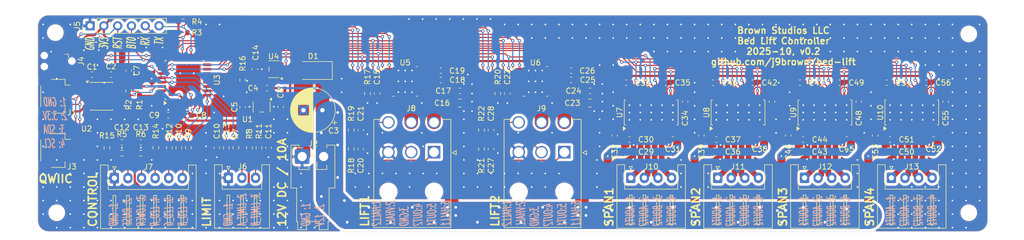
<source format=kicad_pcb>
(kicad_pcb (version 20241229) (generator "pcbnew") (generator_version "9.0")
  (title_block (title "Bed Lift Controller") (date "2025-10") (rev "v0.2") (company "Brown Studios LLC") (comment 1 "github.com/j9brown/bed-lift"))
  (layers (0 "F.Cu" signal) (4 "In1.Cu" signal) (6 "In2.Cu" signal) (2 "B.Cu" signal) (13 "F.Paste" user) (15 "B.Paste" user) (5 "F.SilkS" user "F.Silkscreen") (7 "B.SilkS" user "B.Silkscreen") (1 "F.Mask" user) (3 "B.Mask" user) (25 "Edge.Cuts" user))
  (net 0 "")
  (net 1 "GND")
  (net 2 "+12V")
  (net 3 "+3.3V")
  (net 4 "/~{RESET}")
  (net 5 "/lift1/IPROPI")
  (net 6 "/lift1/VM")
  (net 7 "/lift1/VCP")
  (net 8 "/lift1/CPL")
  (net 9 "/lift1/CPH")
  (net 10 "/lift2/IPROPI")
  (net 11 "/lift2/VM")
  (net 12 "/lift2/VCP")
  (net 13 "/lift2/CPL")
  (net 14 "/lift2/CPH")
  (net 15 "/span1/VM")
  (net 16 "/span1/VCP")
  (net 17 "/span1/CPH")
  (net 18 "/span1/CPL")
  (net 19 "/span1/DVDD")
  (net 20 "/span2/VM")
  (net 21 "/span2/VCP")
  (net 22 "/span2/CPL")
  (net 23 "/span2/CPH")
  (net 24 "/span2/DVDD")
  (net 25 "/span3/VM")
  (net 26 "/span3/VCP")
  (net 27 "/span3/CPL")
  (net 28 "/span3/CPH")
  (net 29 "/span3/DVDD")
  (net 30 "/span4/VM")
  (net 31 "/span4/VCP")
  (net 32 "/span4/CPH")
  (net 33 "/span4/CPL")
  (net 34 "/span4/DVDD")
  (net 35 "/SWDIO")
  (net 36 "/SWCLK{slash}BOOT0")
  (net 37 "/I2C1_SCL")
  (net 38 "/I2C1_SDA")
  (net 39 "/USART1_RX")
  (net 40 "/USART1_TX")
  (net 41 "/lift1/OUT1")
  (net 42 "/lift1/OUT2")
  (net 43 "/VHALL")
  (net 44 "/lift2/OUT2")
  (net 45 "/lift2/OUT1")
  (net 46 "/span1/AOUT2")
  (net 47 "/span1/AOUT1")
  (net 48 "/span1/BOUT1")
  (net 49 "/span1/BOUT2")
  (net 50 "/span2/AOUT2")
  (net 51 "/span2/AOUT1")
  (net 52 "/span2/BOUT1")
  (net 53 "/span2/BOUT2")
  (net 54 "/span3/BOUT2")
  (net 55 "/span3/AOUT1")
  (net 56 "/span3/BOUT1")
  (net 57 "/span3/AOUT2")
  (net 58 "/span4/BOUT2")
  (net 59 "/span4/AOUT2")
  (net 60 "/span4/BOUT1")
  (net 61 "/span4/AOUT1")
  (net 62 "/~{CTRL_RAISE}")
  (net 63 "/~{CTRL_LOWER}")
  (net 64 "/~{LIFT_LIMIT_A}")
  (net 65 "/LED_R")
  (net 66 "/~{LIFT_LIMIT_B}")
  (net 67 "/LED_G")
  (net 68 "/LED_B")
  (net 69 "/~{DRV_SLEEP}")
  (net 70 "/LIFT1_HALL2")
  (net 71 "/LIFT1_HALL1")
  (net 72 "/LIFT2_HALL2")
  (net 73 "/LIFT2_HALL1")
  (net 74 "/SPI1_SCLK")
  (net 75 "/SPI1_SDO")
  (net 76 "/SPI1_SDI")
  (net 77 "/LIFT1_IN2")
  (net 78 "/~{LIFT_FAULT}")
  (net 79 "/LIFT1_IN1")
  (net 80 "/LIFT2_IN2")
  (net 81 "/LIFT2_IN1")
  (net 82 "/~{SPAN_FAULT}")
  (net 83 "/span1/SDO")
  (net 84 "/span2/SDO")
  (net 86 "/span3/SDO")
  (net 88 "/EXT_LIMIT_A")
  (net 89 "/EXT_LIMIT_B")
  (net 90 "/EXT_RAISE")
  (net 91 "/EXT_LOWER")
  (net 92 "/lift1/EXT_HALL2")
  (net 93 "/lift1/EXT_HALL1")
  (net 94 "/lift2/EXT_HALL2")
  (net 95 "/lift2/EXT_HALL1")
  (net 96 "/EXT_G")
  (net 97 "/EXT_R")
  (net 98 "/EXT_B")
  (net 99 "/BUS_GND")
  (net 100 "/BUS_3V3")
  (net 101 "/BUS_SCL")
  (net 102 "/BUS_SDA")
  (net 103 "Net-(U1-ON{slash}~{OFF})")
  (net 104 "Net-(U1-BP)")
  (footprint "Resistor_SMD:R_0603_1608Metric" (layer "F.Cu") (at 56.75 84.75 -90)
    (property "Reference" "R9")
    (property "Value" "220")
  )
  (footprint "DRV8874PWPR:HTSSOP-16 PWP0016J" (layer "F.Cu") (at 120.6875 72.5)
    (property "Reference" "U6")
    (property "Value" "DRV8874PWPR")
  )
  (footprint "Resistor_SMD:R_0603_1608Metric" (layer "F.Cu") (at 66.75 72.25 -90)
    (property "Reference" "R16")
    (property "Value" "10K")
  )
  (footprint "Capacitor_SMD:C_0603_1608Metric" (layer "F.Cu") (at 53.05 78.75 180)
    (property "Reference" "C9")
    (property "Value" "100n")
  )
  (footprint "Resistor_SMD:R_0603_1608Metric" (layer "F.Cu") (at 45.75 74.25 -90)
    (property "Reference" "R2")
    (property "Value" "2.2K")
  )
  (footprint "Capacitor_SMD:C_0603_1608Metric" (layer "F.Cu") (at 44.5 83.75)
    (property "Reference" "C12")
    (property "Value" "100n")
  )
  (footprint "Capacitor_SMD:C_0603_1608Metric" (layer "F.Cu") (at 148.25 76.25 -90)
    (property "Reference" "C34")
    (property "Value" "1u")
  )
  (footprint "Capacitor_SMD:C_0603_1608Metric" (layer "F.Cu") (at 103.25 72.25 180)
    (property "Reference" "C18")
    (property "Value" "100n")
  )
  (footprint "Capacitor_SMD:C_0805_2012Metric" (layer "F.Cu") (at 169.75 85.5 180)
    (property "Reference" "C43")
    (property "Value" "10u")
  )
  (footprint "Capacitor_SMD:C_0603_1608Metric" (layer "F.Cu") (at 56.55 78.75)
    (property "Reference" "C8")
    (property "Value" "4.7u")
  )
  (footprint "Connector_JST:JST_SH_SM04B-SRSS-TB_1x04-1MP_P1.00mm_Horizontal" (layer "F.Cu") (at 32.25 85.274999 -90)
    (property "Reference" "J3")
    (property "Value" "SM04B-SRSS-TB")
  )
  (footprint "Capacitor_SMD:C_0805_2012Metric" (layer "F.Cu") (at 185.75 85.5 180)
    (property "Reference" "C50")
    (property "Value" "10u")
  )
  (footprint "Resistor_SMD:R_0603_1608Metric" (layer "F.Cu") (at 86.75 85 -90)
    (property "Reference" "R18")
    (property "Value" "1K")
  )
  (footprint "Capacitor_THT:CP_Radial_D8.0mm_P3.50mm" (layer "F.Cu") (at 81.443 77.8215 180)
    (property "Reference" "C3")
    (property "Value" "680u")
  )
  (footprint "Capacitor_SMD:C_0603_1608Metric" (layer "F.Cu") (at 45.75 70.5 -90)
    (property "Reference" "C7")
    (property "Value" "100n")
  )
  (footprint "Capacitor_SMD:C_0603_1608Metric" (layer "F.Cu") (at 42.5 71.25 180)
    (property "Reference" "C2")
    (property "Value" "100n")
  )
  (footprint "Generic:NetTie-2_SMD_Pad2.5mm" (layer "F.Cu") (at 129.25 94.5 90)
    (property "Reference" "NT3" (hide yes))
    (property "Value" "NetTie_2" (hide yes))
  )
  (footprint "Connector:Tag-Connect_TC2030-IDC-NL_2x03_P1.27mm_Vertical" (layer "F.Cu") (at 32.75 68.75 180)
    (property "Reference" "J4")
    (property "Value" "TC2030-NL")
  )
  (footprint "Generic:NetTie-2_SMD_Pad1.5mm" (layer "F.Cu") (at 182 94.75 90)
    (property "Reference" "NT7" (hide yes))
    (property "Value" "NetTie_2" (hide yes))
  )
  (footprint "Resistor_SMD:R_0603_1608Metric" (layer "F.Cu") (at 113.75 74.75 -90)
    (property "Reference" "R20")
    (property "Value" "470")
  )
  (footprint "Capacitor_SMD:C_0603_1608Metric" (layer "F.Cu") (at 115.5 74.75 -90)
    (property "Reference" "C22")
    (property "Value" "10n")
  )
  (footprint "Connector_JST:JST_XH_S4B-XH-A_1x04_P2.50mm_Horizontal" (layer "F.Cu") (at 154.25 90.305)
    (property "Reference" "J11")
    (property "Value" "S4B-XH-A")
  )
  (footprint "Capacitor_SMD:C_0603_1608Metric" (layer "F.Cu") (at 151.25 82.5 90)
    (property "Reference" "C39")
    (property "Value" "220n")
  )
  (footprint "Generic:NetTie-2_SMD_Pad2.5mm" (layer "F.Cu") (at 105.25 94.5 90)
    (property "Reference" "NT2" (hide yes))
    (property "Value" "NetTie_2" (hide yes))
  )
  (footprint "Capacitor_SMD:C_0603_1608Metric" (layer "F.Cu") (at 169.4 72.75)
    (property "Reference" "C47")
    (property "Value" "22n")
  )
  (footprint "Capacitor_SMD:C_0603_1608Metric" (layer "F.Cu") (at 192.7 72.75)
    (property "Reference" "C56")
    (property "Value" "100n")
  )
  (footprint "Capacitor_SMD:C_0603_1608Metric" (layer "F.Cu") (at 127.25 72.25 180)
    (property "Reference" "C25")
    (property "Value" "100n")
  )
  (footprint "Resistor_SMD:R_0603_1608Metric" (layer "F.Cu") (at 110.75 81.5 90)
    (property "Reference" "R22")
    (property "Value" "1K")
  )
  (footprint "Capacitor_SMD:C_0603_1608Metric" (layer "F.Cu") (at 154 83.25)
    (property "Reference" "C37")
    (property "Value" "10n")
  )
  (footprint "Resistor_SMD:R_0603_1608Metric" (layer "F.Cu") (at 110.75 85 -90)
    (property "Reference" "R21")
    (property "Value" "1K")
  )
  (footprint "Capacitor_SMD:C_0603_1608Metric" (layer "F.Cu") (at 160.7 72.75)
    (property "Reference" "C42")
    (property "Value" "100n")
  )
  (footprint "Capacitor_SMD:C_0805_2012Metric" (layer "F.Cu") (at 137.75 85.5 180)
    (property "Reference" "C29")
    (property "Value" "10u")
  )
  (footprint "Resistor_SMD:R_0603_1608Metric" (layer "F.Cu") (at 41.75 84.75 -90)
    (property "Reference" "R15")
    (property "Value" "1K")
  )
  (footprint "Capacitor_SMD:C_0603_1608Metric" (layer "F.Cu") (at 185.4 72.75)
    (property "Reference" "C54")
    (property "Value" "22n")
  )
  (footprint "Connector_JST:JST_XH_S6B-XH-A_1x06_P2.50mm_Horizontal" (layer "F.Cu") (at 43.125 90.355)
    (property "Reference" "J7")
    (property "Value" "S6B-XH-A")
  )
  (footprint "DRV8434SPWPR:HTSSOP-28 PWP0028M" (layer "F.Cu") (at 142 78.25 90)
    (property "Reference" "U7")
    (property "Value" "DRV8434SPWPR")
  )
  (footprint "Resistor_SMD:R_0603_1608Metric" (layer "F.Cu") (at 89.75 74.75 -90)
    (property "Reference" "R17")
    (property "Value" "470")
  )
  (footprint "Capacitor_SMD:C_0603_1608Metric" (layer "F.Cu") (at 112.5 85 -90)
    (property "Reference" "C27")
    (property "Value" "10n")
  )
  (footprint "Resistor_SMD:R_0603_1608Metric" (layer "F.Cu") (at 44.5 85.75 180)
    (property "Reference" "R5")
    (property "Value" "10K")
  )
  (footprint "Resistor_SMD:R_0603_1608Metric" (layer "F.Cu") (at 68 84.75 90)
    (property "Reference" "R8")
    (property "Value" "10K")
  )
  (footprint "DRV8434SPWPR:HTSSOP-28 PWP0028M" (layer "F.Cu") (at 158 78.25 90)
    (property "Reference" "U8")
    (property "Value" "DRV8434SPWPR")
  )
  (footprint "Capacitor_SMD:C_0603_1608Metric" (layer "F.Cu") (at 153.4 72.75)
    (property "Reference" "C40")
    (property "Value" "22n")
  )
  (footprint "DRV8434SPWPR:HTSSOP-28 PWP0028M" (layer "F.Cu") (at 174 78.25 90)
    (property "Reference" "U9")
    (property "Value" "DRV8434SPWPR")
  )
  (footprint "Resistor_SMD:R_0603_1608Metric" (layer "F.Cu") (at 69.75 84.75 -90)
    (property "Reference" "R11")
    (property "Value" "1K")
  )
  (footprint "Capacitor_SMD:C_0603_1608Metric" (layer "F.Cu") (at 71.25 73.75 180)
    (property "Reference" "C4")
    (property "Value" "1u")
  )
  (footprint "Capacitor_SMD:C_0603_1608Metric" (layer "F.Cu") (at 62 84.75 -90)
    (property "Reference" "C10")
    (property "Value" "100n")
  )
  (footprint "Capacitor_SMD:C_0603_1608Metric" (layer "F.Cu") (at 130.75 74.25)
    (property "Reference" "C24")
    (property "Value" "100n")
  )
  (footprint "Capacitor_SMD:C_0603_1608Metric" (layer "F.Cu") (at 127.25 70.5)
    (property "Reference" "C26")
    (property "Value" "22n")
  )
  (footprint "Capacitor_SMD:C_0603_1608Metric" (layer "F.Cu") (at 196.25 76.25 -90)
    (property "Reference" "C55")
    (property "Value" "1u")
  )
  (footprint "Molex:MOLEX_39301060" (layer "F.Cu") (at 102 85.57)
    (property "Reference" "J8")
    (property "Value" "Molex Mini Fit Jr 39-30-1060")
  )
  (footprint "Resistor_SMD:R_0603_1608Metric" (layer "F.Cu") (at 55.75 63.5)
    (property "Reference" "R3")
    (property "Value" "100K")
  )
  (footprint "MountingHole:MountingHole_2.7mm_M2.5" (layer "F.Cu") (at 200.5 63.75)
    (property "Reference" "MP2" (hide yes))
    (property "Value" "MountingHole_2.7mm_M2.5")
  )
  (footprint "Resistor_SMD:R_0603_1608Metric" (layer "F.Cu") (at 53.25 84.75 -90)
    (property "Reference" "R12")
    (property "Value" "220")
  )
  (footprint "Capacitor_SMD:C_0603_1608Metric" (layer "F.Cu") (at 106.75 74.25)
    (property "Reference" "C17")
    (property "Value" "100n")
  )
  (footprint "Capacitor_SMD:C_0603_1608Metric" (layer "F.Cu") (at 88.5 81.5 -90)
    (property "Reference" "C21")
    (property "Value" "10n")
  )
  (footprint "Capacitor_SMD:C_0603_1608Metric" (layer "F.Cu") (at 183.25 82.5 90)
    (property "Reference" "C53")
    (property "Value" "220n")
  )
  (footprint "Capacitor_SMD:C_0603_1608Metric" (layer "F.Cu") (at 178 83.25 180)
    (property "Reference" "C45")
    (property "Value" "10n")
  )
  (footprint "Capacitor_SMD:C_0603_1608Metric" (layer "F.Cu") (at 162 83.25 180)
    (property "Reference" "C38")
    (property "Value" "10n")
  )
  (footprint "Capacitor_SMD:C_0603_1608Metric" (layer "F.Cu") (at 176.7 72.75)
    (property "Reference" "C49")
    (property "Value" "100n")
  )
  (footprint "Capacitor_SMD:C_0603_1608Metric" (layer "F.Cu") (at 146 83.25 180)
    (property "Reference" "C31")
    (property "Value" "10n")
  )
  (footprint "Resistor_SMD:R_0603_1608Metric" (layer "F.Cu") (at 50.75 84.75 -90)
    (property "Reference" "R14")
    (property "Value" "1K")
  )
  (footprint "Capacitor_SMD:C_0603_1608Metric" (layer "F.Cu") (at 39 71.25)
    (property "Reference" "C1")
    (property "Value" "100n")
  )
  (footprint "Capacitor_SMD:C_0603_1608Metric" (layer "F.Cu") (at 91.5 74.75 -90)
    (property "Reference" "C15")
    (property "Value" "10n")
  )
  (footprint "Generic:NetTie-2_SMD_Pad1.5mm" (layer "F.Cu") (at 134 94.75 90)
    (property "Reference" "NT4" (hide yes))
    (property "Value" "NetTie_2" (hide yes))
  )
  (footprint "Package_QFP:LQFP-32_7x7mm_P0.8mm" (layer "F.Cu") (at 56.05 72.25 90)
    (property "Reference" "U3")
    (property "Value" "STM32C031K6T6")
  )
  (footprint "Connector_JST:JST_XH_S4B-XH-A_1x04_P2.50mm_Horizontal" (layer "F.Cu") (at 170.25 90.305)
    (property "Reference" "J12")
    (property "Value" "S4B-XH-A")
  )
  (footprint "Capacitor_SMD:C_0603_1608Metric" (layer "F.Cu") (at 73.750001 77.25 -90)
    (property "Reference" "C6")
    (property "Value" "2.2u")
  )
  (footprint "Package_TO_SOT_SMD:SOT-23-5" (layer "F.Cu") (at 70.25 77.25 -90)
    (property "Reference" "U1")
    (property "Value" "LP2985-33DBVR")
  )
  (footprint "Capacitor_SMD:C_0805_2012Metric" (layer "F.Cu") (at 153.75 85.5 180)
    (property "Reference" "C36")
    (property "Value" "10u")
  )
  (footprint "Connector_PinHeader_2.54mm:PinHeader_1x06_P2.54mm_Vertical" (layer "F.Cu") (at 38.65 62.25 90)
    (property "Reference" "J5")
    (property "Value" "PH1-06-UA")
  )
  (footprint "Connector_JST:JST_SH_SM04B-SRSS-TB_1x04-1MP_P1.00mm_Horizontal" (layer "F.Cu") (at 32.25 75.25 -90)
    (property "Reference" "J1")
    (property "Value" "SM04B-SRSS-TB")
  )
  (footprint "DRV8434SPWPR:HTSSOP-28 PWP0028M" (layer "F.Cu") (at 190 78.25 90)
    (property "Reference" "U10")
    (property "Value" "DRV8434SPWPR")
  )
  (footprint "Capacitor_SMD:C_0603_1608Metric" (layer "F.Cu") (at 66.75 77.25 -90)
    (property "Reference" "C5")
    (property "Value" "10n")
  )
  (footprint "Capacitor_SMD:C_0603_1608Metric" (layer "F.Cu") (at 48 83.75 180)
    (property "Reference" "C13")
    (property "Value" "100n")
  )
  (footprint "Molex:MOLEX_39301060" (layer "F.Cu") (at 126 85.57)
    (property "Reference" "J9")
    (property "Value" "Molex Mini Fit Jr 39-30-1060")
  )
  (footprint "Resistor_SMD:R_0603_1608Metric" (layer "F.Cu") (at 55.75 61.5)
    (property "Reference" "R4")
    (property "Value" "100K")
  )
  (footprint "Diode_SMD:D_SMA" (layer "F.Cu") (at 79.75 70.5 180)
    (property "Reference" "D1")
    (property "Value" "SMAJ16A")
  )
  (footprint "Capacitor_SMD:C_0603_1608Metric" (layer "F.Cu") (at 112.5 81.5 -90)
    (property "Reference" "C28")
    (property "Value" "10n")
  )
  (footprint "MountingHole:MountingHole_2.7mm_M2.5" (layer "F.Cu") (at 200.5 96.75)
    (property "Reference" "MP4" (hide yes))
    (property "Value" "MountingHole_2.7mm_M2.5")
  )
  (footprint "Connector_JST:JST_XH_S3B-XH-A_1x03_P2.50mm_Horizontal" (layer "F.Cu") (at 64.125 90.3)
    (property "Reference" "J6")
    (property "Value" "S3B-XH-A")
  )
  (footprint "Connector_JST:JST_XH_S4B-XH-A_1x04_P2.50mm_Horizontal" (layer "F.Cu") (at 138.25 90.305)
    (property "Reference" "J10")
    (property "Value" "S4B-XH-A")
  )
  (footprint "Generic:NetTie-2_SMD_Pad1.5mm" (layer "F.Cu") (at 150 94.75 90)
    (property "Reference" "NT5" (hide yes))
    (property "Value" "NetTie_2" (hide yes))
  )
  (footprint "Resistor_SMD:R_0603_1608Metric" (layer "F.Cu") (at 86.75 81.5 90)
    (property "Reference" "R19")
    (property "Value" "1K")
  )
  (footprint "Connector_JST:JST_XH_S4B-XH-A_1x04_P2.50mm_Horizontal" (layer "F.Cu") (at 186.25 90.305)
    (property "Reference" "J13")
    (property "Value" "S4B-XH-A")
  )
  (footprint "Capacitor_SMD:C_0603_1608Metric" (layer "F.Cu") (at 186 83.25)
    (property "Reference" "C51")
    (property "Value" "10n")
  )
  (footprint "Capacitor_SMD:C_0603_1608Metric" (layer "F.Cu") (at 180.25 76.25 -90)
    (property "Reference" "C48")
    (property "Value" "1u")
  )
  (footprint "Capacitor_SMD:C_0603_1608Metric" (layer "F.Cu") (at 170 83.25)
    (property "Reference" "C44")
    (property "Value" "10n")
  )
  (footprint "Capacitor_SMD:C_0603_1608Metric" (layer "F.Cu") (at 137.4 72.75)
    (property "Reference" "C33")
    (property "Value" "22n")
  )
  (footprint "Resistor_SMD:R_0603_1608Metric" (layer "F.Cu") (at 65.5 84.75 90)
    (property "Reference" "R7")
    (property "Value" "10K")
  )
  (footprint "MountingHole:MountingHole_2.7mm_M2.5" (layer "F.Cu") (at 32.5 96.75)
    (property "Reference" "MP3" (hide yes))
    (property "Value" "MountingHole_2.7mm_M2.5")
  )
  (footprint "Capacitor_SMD:C_0603_1608Metric" (layer "F.Cu") (at 144.7 72.75)
    (property "Reference" "C35")
    (property "Value" "100n")
  )
  (footprint "Package_TO_SOT_SMD:SOT-23-5" (layer "F.Cu") (at 72.5 70.25 180)
    (property "Reference" "U4")
    (property "Value" "74LVC1G17W5-7")
  )
  (footprint "Capacitor_SMD:C_0603_1608Metric" (layer "F.Cu") (at 135.25 82.5 90)
    (property "Reference" "C32")
    (property "Value" "220n")
  )
  (footprint "Resistor_SMD:R_0603_1608Metric" (layer "F.Cu") (at 63.75 84.75 -90)
    (property "Reference" "R13")
    (property "Value" "1K")
  )
  (footprint "Capacitor_SMD:C_0603_1608Metric" (layer "F.Cu") (at 167.25 82.5 90)
    (property "Reference" "C46")
    (property "Value" "220n")
  )
  (footprint "Package_SO:SOIC-8_3.9x4.9mm_P1.27mm" (layer "F.Cu") (at 40.75 75.25)
    (property "Reference" "U2")
    (property "Value" "ISO1640")
  )
  (footprint "Resistor_SMD:R_0603_1608Metric" (layer "F.Cu") (at 55 84.75 -90)
    (property "Reference" "R10")
    (property "Value" "220")
  )
  (footprint "Connector_JST:JST_VH_S2P-VH_1x02_P3.96mm_Horizontal" (layer "F.Cu") (at 77.713 86.3715)
    (property "Reference" "J2")
    (property "Value" "S2P-VH")
  )
  (footprint "Capacitor_SMD:C_0603_1608Metric" (layer "F.Cu") (at 69 70.25 90)
    (property "Reference" "C14")
    (property "Value" "100n")
  )
  (footprint "Resistor_SMD:R_0603_1608Metric" (layer "F.Cu") (at 47.75 74.25 -90)
    (property "Reference" "R1")
    (property "Value" "2.2K")
  )
  (footprint "Capacitor_SMD:C_0603_1608Metric" (layer "F.Cu") (at 138 83.25)
    (property "Reference" "C30")
    (property "Value" "10n")
  )
  (footprint "Capacitor_SMD:C_0603_1608Metric" (layer "F.Cu") (at 103.25 70.5)
    (property "Reference" "C19")
    (property "Value" "22n")
  )
  (footprint "Capacitor_SMD:C_0603_1608Metric" (layer "F.Cu") (at 71.5 84.75 -90)
    (property "Reference" "C11")
    (property "Value" "100n")
  )
  (footprint "Capacitor_SMD:C_0603_1608Metric" (layer "F.Cu") (at 164.25 76.25 -90)
    (property "Reference" "C41" (hide yes))
    (property "Value" "1u")
  )
  (footprint "Capacitor_SMD:C_0805_2012Metric" (layer "F.Cu") (at 106.75 76.5 180)
    (property "Reference" "C16")
    (property "Value" "10u")
  )
  (footprint "MountingHole:MountingHole_2.7mm_M2.5" (layer "F.Cu") (at 32.25 63.5)
    (property "Reference" "MP1" (hide yes))
    (property "Value" "MountingHole_2.7mm_M2.5")
  )
  (footprint "Capacitor_SMD:C_0603_1608Metric" (layer "F.Cu") (at 194 83.25 180)
    (property "Reference" "C52")
    (property "Value" "10n")
  )
  (footprint "Generic:NetTie-2_SMD_Pad1.5mm" (layer "F.Cu") (at 166 94.75 90)
    (property "Reference" "NT6" (hide yes))
    (property "Value" "NetTie_2" (hide yes))
  )
  (footprint "Resistor_SMD:R_0603_1608Metric" (layer "F.Cu") (at 48 85.75)
    (property "Reference" "R6")
    (property "Value" "10K")
  )
  (footprint "Capacitor_SMD:C_0603_1608Metric" (layer "F.Cu") (at 88.5 85 -90)
    (property "Reference" "C20")
    (property "Value" "10n")
  )
  (footprint "DRV8874PWPR:HTSSOP-16 PWP0016J" (layer "F.Cu") (at 96.6875 72.5)
    (property "Reference" "U5")
    (property "Value" "DRV8874PWPR")
  )
  (footprint "Capacitor_SMD:C_0805_2012Metric" (layer "F.Cu") (at 130.75 76.5 180)
    (property "Reference" "C23")
    (property "Value" "10u")
  )
  (footprint "Generic:NetTie-2_SMD_Pad0.4mm" (layer "B.Cu") (at 80 73.75 180)
    (property "Reference" "NT1" (hide yes))
    (property "Value" "NetTie_2" (hide yes))
  )
  (gr_poly (pts (xy 187.3 79.9) (xy 187.3 83.7) (xy 186.3 83.7) (xy 186.3 82.9) (xy 186.85 82.05) (xy 186.85 79.9)) (fill yes) (layer "F.Cu") (net 1))
  (gr_poly (pts (xy 98.8 73.25) (xy 98.8 73.7) (xy 101.3 73.7) (xy 101.85 73.8) (xy 104.021383 74.75) (xy 105.5 72.531036) (xy 104.325292 71.787619) (xy 103.196517 72.970238) (xy 102.1 72.95) (xy 101.5 73.25)) (fill yes) (layer "F.Cu") (net 6))
  (gr_poly (pts (xy 170.65 80.55) (xy 170.65 81.95) (xy 169.975 82.9) (xy 169.975 83.7) (xy 168.8 83.7) (xy 168.8 82.625) (xy 170 82.049607) (xy 170.2 81.85) (xy 170.2 80.55)) (fill yes) (layer "F.Cu") (net 25))
  (gr_poly (pts (xy 138.65 80.55) (xy 138.65 81.95) (xy 137.975 82.9) (xy 137.975 83.7) (xy 136.8 83.7) (xy 136.8 82.625) (xy 138 82.049607) (xy 138.2 81.85) (xy 138.2 80.55)) (fill yes) (layer "F.Cu") (net 15))
  (gr_poly (pts (xy 161.35 80.55) (xy 161.35 81.95) (xy 162.025 82.9) (xy 162.025 83.7) (xy 163.2 83.7) (xy 163.2 82.625) (xy 161.95 82.018578) (xy 161.8 81.85) (xy 161.8 80.55)) (fill yes) (layer "F.Cu") (net 20))
  (gr_poly (pts (xy 177.35 80.55) (xy 177.35 81.95) (xy 178.025 82.9) (xy 178.025 83.7) (xy 179.2 83.7) (xy 179.2 82.625) (xy 177.95 82.018578) (xy 177.8 81.85) (xy 177.8 80.55)) (fill yes) (layer "F.Cu") (net 25))
  (gr_poly (pts (xy 98.8 73.25) (xy 98.8 73.7) (xy 101.3 73.7) (xy 101.85 73.8) (xy 104.021383 74.75) (xy 105.5 72.531036) (xy 104.325292 71.787619) (xy 103.196517 72.970238) (xy 102.1 72.95) (xy 101.5 73.25)) (fill yes) (layer "F.Cu") (net 6))
  (gr_poly (pts (xy 161.35 80.55) (xy 161.35 81.95) (xy 162.025 82.9) (xy 162.025 83.7) (xy 163.2 83.7) (xy 163.2 82.625) (xy 161.95 82.018578) (xy 161.8 81.85) (xy 161.8 80.55)) (fill yes) (layer "F.Cu") (net 20))
  (gr_poly (pts (xy 186.65 80.55) (xy 186.65 81.95) (xy 185.975 82.9) (xy 185.975 83.7) (xy 184.8 83.7) (xy 184.8 82.625) (xy 186 82.049607) (xy 186.2 81.85) (xy 186.2 80.55)) (fill yes) (layer "F.Cu") (net 30))
  (gr_poly (pts (xy 94.65 74.55) (xy 94.65 75.15) (xy 94.983271 75.216559) (xy 93.05 76.65) (xy 92.9 75.05) (xy 92.9 74.55)) (fill yes) (layer "F.Cu") (net 41))
  (gr_poly (pts (xy 139.3 79.9) (xy 139.3 83.7) (xy 138.3 83.7) (xy 138.3 82.9) (xy 138.85 82.05) (xy 138.85 79.9)) (fill yes) (layer "F.Cu") (net 1))
  (gr_poly (pts (xy 107 72.75) (xy 109.5 72.75) (xy 109.5 78.25) (xy 107 78.25)) (stroke (width 0.1)) (fill yes) (layer "F.Cu") (net 1))
  (gr_poly (pts (xy 107 72.75) (xy 109.5 72.75) (xy 109.5 78.25) (xy 107 78.25)) (stroke (width 0.1)) (fill yes) (layer "F.Cu") (net 1))
  (gr_poly (pts (xy 171.3 79.9) (xy 171.3 83.7) (xy 170.3 83.7) (xy 170.3 82.9) (xy 170.85 82.05) (xy 170.85 79.9)) (fill yes) (layer "F.Cu") (net 1))
  (gr_poly (pts (xy 118.65 74.55) (xy 118.65 75.15) (xy 118.983271 75.216559) (xy 117.05 76.65) (xy 116.9 75.05) (xy 116.9 74.55)) (fill yes) (layer "F.Cu") (net 45))
  (gr_poly (pts (xy 122.8 73.25) (xy 122.8 73.7) (xy 125.3 73.7) (xy 125.85 73.8) (xy 128.021383 74.75) (xy 129.5 72.531036) (xy 128.325292 71.787619) (xy 127.196517 72.970238) (xy 126.1 72.95) (xy 125.5 73.25)) (fill yes) (layer "F.Cu") (net 11))
  (gr_poly (pts (xy 98.8 73.9) (xy 101.15 73.9) (xy 101.7 74) (xy 103.25 75) (xy 103.25 75.8) (xy 100.75 75.8) (xy 100.75 74.8) (xy 100.35 74.35) (xy 98.8 74.35)) (fill yes) (layer "F.Cu") (net 42))
  (gr_poly (pts (xy 176.7 79.9) (xy 176.7 83.7) (xy 177.7 83.7) (xy 177.7 82.9) (xy 177.15 82.05) (xy 177.15 79.9)) (fill yes) (layer "F.Cu") (net 1))
  (gr_poly (pts (xy 139.3 79.9) (xy 139.3 83.7) (xy 138.3 83.7) (xy 138.3 82.9) (xy 138.85 82.05) (xy 138.85 79.9)) (fill yes) (layer "F.Cu") (net 1))
  (gr_poly (pts (xy 176.7 79.9) (xy 176.7 83.7) (xy 177.7 83.7) (xy 177.7 82.9) (xy 177.15 82.05) (xy 177.15 79.9)) (fill yes) (layer "F.Cu") (net 1))
  (gr_poly (pts (xy 155.3 79.9) (xy 155.3 83.7) (xy 154.3 83.7) (xy 154.3 82.9) (xy 154.85 82.05) (xy 154.85 79.9)) (fill yes) (layer "F.Cu") (net 1))
  (gr_poly (pts (xy 160.7 79.9) (xy 160.7 83.7) (xy 161.7 83.7) (xy 161.7 82.9) (xy 161.15 82.05) (xy 161.15 79.9)) (fill yes) (layer "F.Cu") (net 1))
  (gr_poly (pts (xy 144.7 79.9) (xy 144.7 83.7) (xy 145.7 83.7) (xy 145.7 82.9) (xy 145.15 82.05) (xy 145.15 79.9)) (fill yes) (layer "F.Cu") (net 1))
  (gr_poly (pts (xy 144.7 79.9) (xy 144.7 83.7) (xy 145.7 83.7) (xy 145.7 82.9) (xy 145.15 82.05) (xy 145.15 79.9)) (fill yes) (layer "F.Cu") (net 1))
  (gr_poly (pts (xy 154.65 80.55) (xy 154.65 81.95) (xy 153.975 82.9) (xy 153.975 83.7) (xy 152.8 83.7) (xy 152.8 82.625) (xy 154 82.049607) (xy 154.2 81.85) (xy 154.2 80.55)) (fill yes) (layer "F.Cu") (net 20))
  (gr_poly (pts (xy 122.8 73.9) (xy 125.15 73.9) (xy 125.7 74) (xy 127.25 75) (xy 127.25 75.8) (xy 124.75 75.8) (xy 124.75 74.8) (xy 124.35 74.35) (xy 122.8 74.35)) (fill yes) (layer "F.Cu") (net 44))
  (gr_poly (pts (xy 170.65 80.55) (xy 170.65 81.95) (xy 169.975 82.9) (xy 169.975 83.7) (xy 168.8 83.7) (xy 168.8 82.625) (xy 170 82.049607) (xy 170.2 81.85) (xy 170.2 80.55)) (fill yes) (layer "F.Cu") (net 25))
  (gr_poly (pts (xy 98.8 73.9) (xy 101.15 73.9) (xy 101.7 74) (xy 103.25 75) (xy 103.25 75.8) (xy 100.75 75.8) (xy 100.75 74.8) (xy 100.35 74.35) (xy 98.8 74.35)) (fill yes) (layer "F.Cu") (net 42))
  (gr_poly (pts (xy 145.35 80.55) (xy 145.35 81.95) (xy 146.025 82.9) (xy 146.025 83.7) (xy 147.2 83.7) (xy 147.2 82.625) (xy 145.95 82.018578) (xy 145.8 81.85) (xy 145.8 80.55)) (fill yes) (layer "F.Cu") (net 15))
  (gr_poly (pts (xy 193.35 80.55) (xy 193.35 81.95) (xy 194.025 82.9) (xy 194.025 83.7) (xy 195.2 83.7) (xy 195.2 82.625) (xy 193.95 82.018578) (xy 193.8 81.85) (xy 193.8 80.55)) (fill yes) (layer "F.Cu") (net 30))
  (gr_poly (pts (xy 94.65 74.55) (xy 94.65 75.15) (xy 94.983271 75.216559) (xy 93.05 76.65) (xy 92.9 75.05) (xy 92.9 74.55)) (fill yes) (layer "F.Cu") (net 41))
  (gr_poly (pts (xy 192.7 79.9) (xy 192.7 83.7) (xy 193.7 83.7) (xy 193.7 82.9) (xy 193.15 82.05) (xy 193.15 79.9)) (fill yes) (layer "F.Cu") (net 1))
  (gr_poly (pts (xy 131 72.75) (xy 133.5 72.75) (xy 133.5 78.25) (xy 131 78.25)) (stroke (width 0.1)) (fill yes) (layer "F.Cu") (net 1))
  (gr_poly (pts (xy 138.65 80.55) (xy 138.65 81.95) (xy 137.975 82.9) (xy 137.975 83.7) (xy 136.8 83.7) (xy 136.8 82.625) (xy 138 82.049607) (xy 138.2 81.85) (xy 138.2 80.55)) (fill yes) (layer "F.Cu") (net 15))
  (gr_poly (pts (xy 155.3 79.9) (xy 155.3 83.7) (xy 154.3 83.7) (xy 154.3 82.9) (xy 154.85 82.05) (xy 154.85 79.9)) (fill yes) (layer "F.Cu") (net 1))
  (gr_poly (pts (xy 177.35 80.55) (xy 177.35 81.95) (xy 178.025 82.9) (xy 178.025 83.7) (xy 179.2 83.7) (xy 179.2 82.625) (xy 177.95 82.018578) (xy 177.8 81.85) (xy 177.8 80.55)) (fill yes) (layer "F.Cu") (net 25))
  (gr_poly (pts (xy 160.7 79.9) (xy 160.7 83.7) (xy 161.7 83.7) (xy 161.7 82.9) (xy 161.15 82.05) (xy 161.15 79.9)) (fill yes) (layer "F.Cu") (net 1))
  (gr_poly (pts (xy 145.35 80.55) (xy 145.35 81.95) (xy 146.025 82.9) (xy 146.025 83.7) (xy 147.2 83.7) (xy 147.2 82.625) (xy 145.95 82.018578) (xy 145.8 81.85) (xy 145.8 80.55)) (fill yes) (layer "F.Cu") (net 15))
  (gr_poly (pts (xy 154.65 80.55) (xy 154.65 81.95) (xy 153.975 82.9) (xy 153.975 83.7) (xy 152.8 83.7) (xy 152.8 82.625) (xy 154 82.049607) (xy 154.2 81.85) (xy 154.2 80.55)) (fill yes) (layer "F.Cu") (net 20))
  (gr_poly (pts (xy 171.3 79.9) (xy 171.3 83.7) (xy 170.3 83.7) (xy 170.3 82.9) (xy 170.85 82.05) (xy 170.85 79.9)) (fill yes) (layer "F.Cu") (net 1))
  (gr_line (start 204 62.25) (end 204 98.25) (stroke (width 0.05)) (layer "Edge.Cuts"))
  (gr_arc (start 204 98.25) (mid 203.414214 99.664214) (end 202 100.25) (stroke (width 0.05)) (layer "Edge.Cuts"))
  (gr_line (start 202 100.25) (end 31 100.25) (stroke (width 0.05)) (layer "Edge.Cuts"))
  (gr_arc (start 202 60.25) (mid 203.414214 60.835786) (end 204 62.25) (stroke (width 0.05)) (layer "Edge.Cuts"))
  (gr_arc (start 31 100.25) (mid 29.585786 99.664214) (end 29 98.25) (stroke (width 0.05)) (layer "Edge.Cuts"))
  (gr_arc (start 29 62.25) (mid 29.585786 60.835786) (end 31 60.25) (stroke (width 0.05)) (layer "Edge.Cuts"))
  (gr_line (start 29 98.25) (end 29 62.25) (stroke (width 0.05)) (layer "Edge.Cuts"))
  (gr_line (start 31 60.25) (end 202 60.25) (stroke (width 0.05)) (layer "Edge.Cuts"))
  (gr_text "LIMIT" (at 60.125 99.55 90) (layer "F.SilkS") (effects (font (size 1.5 1.5) (thickness 0.3) (bold yes)) (justify left)))
  (gr_text "SPAN2" (at 150.25 99.5 90) (layer "F.SilkS") (effects (font (size 1.5 1.5) (thickness 0.3) (bold yes)) (justify left)))
  (gr_text "SPAN1" (at 134.25 99.5 90) (layer "F.SilkS") (effects (font (size 1.5 1.5) (thickness 0.3) (bold yes)) (justify left)))
  (gr_text "QWIIC" (at 29 90.5 0) (layer "F.SilkS") (effects (font (size 1.5 1.5) (thickness 0.3) (bold yes)) (justify left)))
  (gr_text "CONTROL" (at 39.125 99.55 90) (layer "F.SilkS") (effects (font (size 1.5 1.5) (thickness 0.3) (bold yes)) (justify left)))
  (gr_text "LIFT1" (at 89.25 99.5 90) (layer "F.SilkS") (effects (font (size 1.5 1.5) (thickness 0.3) (bold yes)) (justify left)))
  (gr_text "12V DC / 10A" (at 74 99.5 90) (layer "F.SilkS") (effects (font (size 1.5 1.5) (thickness 0.3) (bold yes)) (justify left)))
  (gr_text "GND\n3V3\nRST\nBT0\nRX\nTX" (at 45 64.25 90) (layer "F.SilkS") (effects (font (size 1.58 0.8) (thickness 0.1875) (italic yes)) (justify right)))
  (gr_text "SPAN3" (at 166.25 99.5 90) (layer "F.SilkS") (effects (font (size 1.5 1.5) (thickness 0.3) (bold yes)) (justify left)))
  (gr_text "${COMPANY}\n${TITLE}\n${ISSUE_DATE}, ${REVISION}\n${COMMENT1}" (at 166.35 66 0) (layer "F.SilkS") (effects (font (size 1.2 1.2) (thickness 0.24) (bold yes))))
  (gr_text "SPAN4" (at 182.25 99.5 90) (layer "F.SilkS") (effects (font (size 1.5 1.5) (thickness 0.3) (bold yes)) (justify left)))
  (gr_text "LIFT2" (at 113.25 99.5 90) (layer "F.SilkS") (effects (font (size 1.5 1.5) (thickness 0.3) (bold yes)) (justify left)))
  (gr_text "1: GND\n2: LIMIT_A\n3: LIMIT_B" (at 66.65 99.25 90) (layer "B.SilkS") (effects (font (size 1.58 0.8) (thickness 0.1875) (italic yes)) (justify right mirror)))
  (gr_text "1: AOUT1\n2: AOUT2\n3: BOUT2\n4: BOUT1" (at 173.95 99.25 90) (layer "B.SilkS") (effects (font (size 1.58 0.8) (thickness 0.1875) (italic yes)) (justify right mirror)))
  (gr_text "1: AOUT1\n2: AOUT2\n3: BOUT2\n4: BOUT1" (at 189.95 99.25 90) (layer "B.SilkS") (effects (font (size 1.58 0.8) (thickness 0.1875) (italic yes)) (justify right mirror)))
  (gr_text "1: GND\n2: 12V" (at 79.7 99.25 90) (layer "B.SilkS") (effects (font (size 1.58 0.8) (thickness 0.1875) (italic yes)) (justify right mirror)))
  (gr_text "1: GND\n2: RAISE\n3: LOWER\n4: LED_R\n5: LED_G\n6: LED_B" (at 49.35 99.25 90) (layer "B.SilkS") (effects (font (size 1.58 0.8) (thickness 0.1875) (italic yes)) (justify right mirror)))
  (gr_text "1: GND\n2: 3.3V\n3: SDA\n4: SCL" (at 30 80.15 0) (layer "B.SilkS") (effects (font (size 1.58 0.8) (thickness 0.1875) (italic yes)) (justify right mirror)))
  (gr_text "1:HALL2\n2:VHALL\n3:GND\n4:OUT2\n5:OUT1\n6:HALL1" (at 121.8 99.25 90) (layer "B.SilkS") (effects (font (size 1.58 0.8) (thickness 0.1875) (italic yes)) (justify right mirror)))
  (gr_text "1: AOUT1\n2: AOUT2\n3: BOUT2\n4: BOUT1" (at 157.95 99.25 90) (layer "B.SilkS") (effects (font (size 1.58 0.8) (thickness 0.1875) (italic yes)) (justify right mirror)))
  (gr_text "1: AOUT1\n2: AOUT2\n3: BOUT2\n4: BOUT1" (at 141.95 99.25 90) (layer "B.SilkS") (effects (font (size 1.58 0.8) (thickness 0.1875) (italic yes)) (justify right mirror)))
  (gr_text "1:HALL2\n2:VHALL\n3:GND\n4:OUT2\n5:OUT1\n6:HALL1" (at 97.8 99.25 90) (layer "B.SilkS") (effects (font (size 1.58 0.8) (thickness 0.1875) (italic yes)) (justify right mirror)))
  (segment (start 72.975002 69.300001) (end 73.6375 69.300001) (width 0.4) (layer "F.Cu") (net 1))
  (segment (start 77.943 86.1415) (end 77.713 86.3715) (width 2.5) (layer "F.Cu") (net 1))
  (segment (start 186.7 86.875) (end 186.699999 85.5) (width 1) (layer "F.Cu") (net 1))
  (segment (start 68.000001 77.176) (end 70.25 77.176) (width 0.4) (layer "F.Cu") (net 1))
  (segment (start 194.225 81.1) (end 194.225 79.725) (width 0.4) (layer "F.Cu") (net 1))
  (segment (start 156.375 75.3875) (end 156.375 76.625) (width 0.4) (layer "F.Cu") (net 1))
  (segment (start 72.025004 70.25) (end 72.975002 69.300001) (width 0.4) (layer "F.Cu") (net 1))
  (segment (start 69.875002 70.25) (end 70.300001 70.249999) (width 0.4) (layer "F.Cu") (net 1))
  (segment (start 70.25 76.1125) (end 70.25 73.975) (width 0.4) (layer "F.Cu") (net 1))
  (segment (start 193.225 84.15) (end 193.225 83.25) (width 1) (layer "F.Cu") (net 1))
  (segment (start 88.5 82.275) (end 89.725 82.275) (width 0.4) (layer "F.Cu") (net 1))
  (segment (start 41.725 71.25) (end 41.725 72.275) (width 0.4) (layer "F.Cu") (net 1))
  (segment (start 77.943 77.8215) (end 77.943 70.693) (width 2.5) (layer "F.Cu") (net 1))
  (segment (start 123.55 70.875) (end 122.0625 70.875) (width 0.4) (layer "F.Cu") (net 1))
  (segment (start 71.5 85.525) (end 71.5 85.975) (width 0.4) (layer "F.Cu") (net 1))
  (segment (start 73.75 76.475001) (end 73.201001 76.475) (width 0.4) (layer "F.Cu") (net 1))
  (segment (start 160.275 75.3875) (end 160.275 73.95) (width 0.4) (layer "F.Cu") (net 1))
  (segment (start 56.45 77.875) (end 57.325 78.75) (width 0.4) (layer "F.Cu") (net 1))
  (segment (start 71.5 85.975) (end 71.5 86.5) (width 0.4) (layer "F.Cu") (net 1))
  (segment (start 154.7 86.875) (end 154.699999 85.5) (width 1) (layer "F.Cu") (net 1))
  (segment (start 170.775 84.25) (end 170.775 85.424999) (width 1) (layer "F.Cu") (net 1))
  (segment (start 99.55 70.875) (end 98.0625 70.875) (width 0.4) (layer "F.Cu") (net 1))
  (segment (start 188.375 75.3875) (end 188.375 76.625) (width 0.4) (layer "F.Cu") (net 1))
  (segment (start 41.25 76.25) (end 41.25 72.75) (width 0.4) (layer "F.Cu") (net 1))
  (segment (start 186.775 84.25) (end 186.775 85.424999) (width 1) (layer "F.Cu") (net 1))
  (segment (start 161.225 84.15) (end 161.225 83.25) (width 1) (layer "F.Cu") (net 1))
  (segment (start 91.5 75.525) (end 91.5 76.5) (width 0.4) (layer "F.Cu") (net 1))
  (segment (start 160.275 73.95) (end 161.475 72.75) (width 0.4) (layer "F.Cu") (net 1))
  (segment (start 89.75 75.575) (end 89.75 76.5) (width 0.4) (layer "F.Cu") (net 1))
  (segment (start 31.48 68.115) (end 31.48 67.02) (width 0.4) (layer "F.Cu") (net 1))
  (segment (start 138.775 83.25) (end 138.775 84.25) (width 1) (layer "F.Cu") (net 1))
  (segment (start 112.5 85.775) (end 113.725 85.775) (width 0.4) (layer "F.Cu") (net 1))
  (segment (start 170.775 83.25) (end 170.775 84.25) (width 1) (layer "F.Cu") (net 1))
  (segment (start 99.55 74.775) (end 97.9625 74.775) (width 0.4) (layer "F.Cu") (net 1))
  (segment (start 154.775 84.25) (end 154.775 85.424999) (width 1) (layer "F.Cu") (net 1))
  (segment (start 77.943 70.693) (end 77.75 70.5) (width 2.5) (layer "F.Cu") (net 1))
  (segment (start 162.225 81.1) (end 162.225 79.725) (width 0.4) (layer "F.Cu") (net 1))
  (segment (start 157.025 75.3875) (end 157.025 76.725) (width 0.4) (layer "F.Cu") (net 1))
  (segment (start 52.275 78.525) (end 53.05 77.75) (width 0.4) (layer "F.Cu") (net 1))
  (segment (start 66.750001 76.475001) (end 67.299001 76.475) (width 0.4) (layer "F.Cu") (net 1))
  (segment (start 115.5 75.525) (end 115.5 76.5) (width 0.4) (layer "F.Cu") (net 1))
  (segment (start 113.725 85.775) (end 113.75 85.75) (width 0.4) (layer "F.Cu") (net 1))
  (segment (start 148.25 77.025) (end 146.525 77.025) (width 0.4) (layer "F.Cu") (net 1))
  (segment (start 172.375 75.3875) (end 172.375 76.625) (width 0.4) (layer "F.Cu") (net 1))
  (segment (start 43.225 77.155) (end 42.155 77.155) (width 0.4) (layer "F.Cu") (net 1))
  (segment (start 69.100002 69.475) (end 69.875002 70.25) (width 0.4) (layer "F.Cu") (net 1))
  (segment (start 89.725 85.775) (end 89.75 85.75) (width 0.4) (layer "F.Cu") (net 1))
  (segment (start 45.75 71.275) (end 46.725 71.275) (width 0.4) (layer "F.Cu") (net 1))
  (segment (start 192.275 73.95) (end 193.475 72.75) (width 0.4) (layer "F.Cu") (net 1))
  (segment (start 170.775 85.424999) (end 170.699999 85.5) (width 1) (layer "F.Cu") (net 1))
  (segment (start 180.25 77.025) (end 178.525 77.025) (width 0.4) (layer "F.Cu") (net 1))
  (segment (start 140.375 75.3875) (end 140.375 76.625) (width 0.4) (layer "F.Cu") (net 1))
  (segment (start 189.025 75.3875) (end 189.025 76.725) (width 0.4) (layer "F.Cu") (net 1))
  (segment (start 70.300001 70.249999) (end 72.025004 70.25) (width 0.4) (layer "F.Cu") (net 1))
  (segment (start 186.775 83.25) (end 186.775 84.25) (width 1) (layer "F.Cu") (net 1))
  (segment (start 62 85.525) (end 62 85.975) (width 0.4) (layer "F.Cu") (net 1))
  (segment (start 70.25 77.176) (end 72.5 77.176) (width 0.4) (layer "F.Cu") (net 1))
  (segment (start 41.725 72.275) (end 41.25 72.75) (width 0.4) (layer "F.Cu") (net 1))
  (segment (start 112.5 82.275) (end 113.725 82.275) (width 0.4) (layer "F.Cu") (net 1))
  (segment (start 176.275 75.3875) (end 176.275 73.95) (width 0.4) (layer "F.Cu") (net 1))
  (segment (start 177.225 84.15) (end 177.225 83.25) (width 1) (layer "F.Cu") (net 1))
  (segment (start 176.275 73.95) (end 177.475 72.75) (width 0.4) (layer "F.Cu") (net 1))
  (segment (start 113.75 75.575) (end 113.75 76.5) (width 0.4) (layer "F.Cu") (net 1))
  (segment (start 73.201001 76.475) (end 72.5 77.176) (width 0.4) (layer "F.Cu") (net 1))
  (segment (start 146.225 81.1) (end 146.225 79.725) (width 0.4) (layer "F.Cu") (net 1))
  (segment (start 144.275 73.95) (end 145.475 72.75) (width 0.4) (layer "F.Cu") (net 1))
  (segment (start 154.775 85.424999) (end 154.699999 85.5) (width 1) (layer "F.Cu") (net 1))
  (segment (start 173.025 75.3875) (end 173.025 76.725) (width 0.4) (layer "F.Cu") (net 1))
  (segment (start 160.275 75.3875) (end 160.275 76.725) (width 0.4) (layer "F.Cu") (net 1))
  (segment (start 186.775 85.424999) (end 186.699999 85.5) (width 1) (layer "F.Cu") (net 1))
  (segment (start 144.275 75.3875) (end 144.275 76.725) (width 0.4) (layer "F.Cu") (net 1))
  (segment (start 141.025 75.3875) (end 141.025 76.725) (width 0.4) (layer "F.Cu") (net 1))
  (segment (start 70.25 76.1125) (end 70.25 77.176) (width 0.4) (layer "F.Cu") (net 1))
  (segment (start 170.7 86.875) (end 170.699999 85.5) (width 1) (layer "F.Cu") (net 1))
  (segment (start 192.275 75.3875) (end 192.275 76.725) (width 0.4) (layer "F.Cu") (net 1))
  (segment (start 145.225 84.15) (end 145.225 83.25) (width 1) (layer "F.Cu") (net 1))
  (segment (start 88.5 85.775) (end 89.725 85.775) (width 0.4) (layer "F.Cu") (net 1))
  (segment (start 45.275 83.975) (end 44.5 84.75) (width 0.4) (layer "F.Cu") (net 1))
  (segment (start 77.943 77.8215) (end 77.943 86.1415) (width 2.5) (layer "F.Cu") (net 1))
  (segment (start 196.25 77.025) (end 194.525 77.025) (width 0.4) (layer "F.Cu") (net 1))
  (segment (start 123.55 74.775) (end 121.9625 74.775) (width 0.4) (layer "F.Cu") (net 1))
  (segment (start 138.775 85.424999) (end 138.699999 85.5) (width 1) (layer "F.Cu") (net 1))
  (segment (start 138.7 86.875) (end 138.699999 85.5) (width 1) (layer "F.Cu") (net 1))
  (segment (start 67.299001 76.475) (end 68.000001 77.176) (width 0.4) (layer "F.Cu") (net 1))
  (segment (start 42.155 77.155) (end 41.25 76.25) (width 0.4) (layer "F.Cu") (net 1))
  (segment (start 178.225 81.1) (end 178.225 79.725) (width 0.4) (layer "F.Cu") (net 1))
  (segment (start 176.275 75.3875) (end 176.275 76.725) (width 0.4) (layer "F.Cu") (net 1))
  (segment (start 47.225 83.975) (end 48 84.75) (width 0.4) (layer "F.Cu") (net 1))
  (segment (start 56.45 76.425) (end 56.45 77.75) (width 0.4) (layer "F.Cu") (net 1))
  (segment (start 66.925 73.075) (end 67.6 72.4) (width 0.4) (layer "F.Cu") (net 1))
  (segment (start 192.275 75.3875) (end 192.275 73.95) (width 0.4) (layer "F.Cu") (net 1))
  (segment (start 138.775 84.25) (end 138.775 85.424999) (width 1) (layer "F.Cu") (net 1))
  (segment (start 164.25 77.025) (end 162.525 77.025) (width 0.4) (layer "F.Cu") (net 1))
  (segment (start 144.275 75.3875) (end 144.275 73.95) (width 0.4) (layer "F.Cu") (net 1))
  (segment (start 62 85.975) (end 62 86.5) (width 0.4) (layer "F.Cu") (net 1))
  (segment (start 154.775 83.25) (end 154.775 84.25) (width 1) (layer "F.Cu") (net 1))
  (via (at 137.5 62) (size 0.5) (drill 0.3) (layers "F.Cu" "B.Cu") (net 1))
  (via (at 170 67) (size 0.5) (drill 0.3) (layers "F.Cu" "B.Cu") (net 1))
  (via (at 193.225 84.15) (size 0.6) (drill 0.3) (layers "F.Cu" "B.Cu") (net 1))
  (via (at 194 78.25) (size 0.5) (drill 0.3) (layers "F.Cu" "B.Cu") (net 1))
  (via (at 62.5 62) (size 0.5) (drill 0.3) (layers "F.Cu" "B.Cu") (net 1))
  (via (at 202.5 82) (size 0.5) (drill 0.3) (layers "F.Cu" "B.Cu") (net 1))
  (via (at 190 76.9) (size 0.5) (drill 0.3) (layers "F.Cu" "B.Cu") (net 1))
  (via (at 132.5 79.5) (size 0.5) (drill 0.3) (layers "F.Cu" "B.Cu") (net 1))
  (via (at 72.5 79.5) (size 0.5) (drill 0.3) (layers "F.Cu" "B.Cu") (net 1))
  (via (at 180 67) (size 0.5) (drill 0.3) (layers "F.Cu" "B.Cu") (net 1))
  (via (at 47.5 94.5) (size 0.5) (drill 0.3) (layers "F.Cu" "B.Cu") (net 1))
  (via (at 145 67) (size 0.5) (drill 0.3) (layers "F.Cu" "B.Cu") (net 1))
  (via (at 89.725 82.275) (size 0.6) (drill 0.3) (layers "F.Cu" "B.Cu") (net 1))
  (via (at 182.5 79.5) (size 0.5) (drill 0.3) (layers "F.Cu" "B.Cu") (net 1))
  (via (at 117.5 62) (size 0.5) (drill 0.3) (layers "F.Cu" "B.Cu") (net 1))
  (via (at 35 62) (size 0.5) (drill 0.3) (layers "F.Cu" "B.Cu") (net 1))
  (via (at 30 62) (size 0.5) (drill 0.3) (layers "F.Cu" "B.Cu") (net 1))
  (via (at 197.5 79.5) (size 0.5) (drill 0.3) (layers "F.Cu" "B.Cu") (net 1))
  (via (at 70 94.5) (size 0.5) (drill 0.3) (layers "F.Cu" "B.Cu") (net 1))
  (via (at 77.5 94.5) (size 0.5) (drill 0.3) (layers "F.Cu" "B.Cu") (net 1))
  (via (at 40 84.5) (size 0.5) (drill 0.3) (layers "F.Cu" "B.Cu") (net 1))
  (via (at 72.5 94.5) (size 0.5) (drill 0.3) (layers "F.Cu" "B.Cu") (net 1))
  (via (at 120.6875 74.5) (size 0.5) (drill 0.3) (layers "F.Cu" "B.Cu") (net 1))
  (via (at 109.9 61) (size 0.5) (drill 0.3) (layers "F.Cu" "B.Cu") (net 1))
  (via (at 52 81.25) (size 0.5) (drill 0.3) (layers "F.Cu" "B.Cu") (net 1))
  (via (at 63.25 75.25) (size 0.5) (drill 0.3) (layers "F.Cu" "B.Cu") (net 1))
  (via (at 197.5 64.5) (size 0.5) (drill 0.3) (layers "F.Cu" "B.Cu") (net 1))
  (via (at 117.5 82) (size 0.5) (drill 0.3) (layers "F.Cu" "B.Cu") (net 1))
  (via (at 44.5 84.75) (size 0.6) (drill 0.3) (layers "F.Cu" "B.Cu") (net 1))
  (via (at 70 99.5) (size 0.5) (drill 0.3) (layers "F.Cu" "B.Cu") (net 1))
  (via (at 146 79.6) (size 0.5) (drill 0.3) (layers "F.Cu" "B.Cu") (net 1))
  (via (at 113.75 76.5) (size 0.6) (drill 0.3) (layers "F.Cu" "B.Cu") (net 1))
  (via (at 180 79.5) (size 0.5) (drill 0.3) (layers "F.Cu" "B.Cu") (net 1))
  (via (at 37.5 92) (size 0.5) (drill 0.3) (layers "F.Cu" "B.Cu") (net 1))
  (via (at 165 64.5) (size 0.5) (drill 0.3) (layers "F.Cu" "B.Cu") (net 1))
  (via (at 156 79.6) (size 0.5) (drill 0.3) (layers "F.Cu" "B.Cu") (net 1))
  (via (at 162 79.6) (size 0.5) (drill 0.3) (layers "F.Cu" "B.Cu") (net 1))
  (via (at 180 89.5) (size 0.5) (drill 0.3) (layers "F.Cu" "B.Cu") (net 1))
  (via (at 190 78.25) (size 0.5) (drill 0.3) (layers "F.Cu" "B.Cu") (net 1))
  (via (at 186.775 84.25) (size 0.6) (drill 0.3) (layers "F.Cu" "B.Cu") (net 1))
  (via (at 85 72) (size 0.5) (drill 0.3) (layers "F.Cu" "B.Cu") (net 1))
  (via (at 202.5 67) (size 0.5) (drill 0.3) (layers "F.Cu" "B.Cu") (net 1))
  (via (at 55 97) (size 0.5) (drill 0.3) (layers "F.Cu" "B.Cu") (net 1))
  (via (at 172 78.25) (size 0.5) (drill 0.3) (layers "F.Cu" "B.Cu") (net 1))
  (via (at 197.5 69.5) (size 0.5) (drill 0.3) (layers "F.Cu" "B.Cu") (net 1))
  (via (at 92.5 89.5) (size 0.5) (drill 0.3) (layers "F.Cu" "B.Cu") (net 1))
  (via (at 144 78.25) (size 0.5) (drill 0.3) (layers "F.Cu" "B.Cu") (net 1))
  (via (at 142 78.25) (size 0.5) (drill 0.3) (layers "F.Cu" "B.Cu") (net 1))
  (via (at 176 79.6) (size 0.5) (drill 0.3) (layers "F.Cu" "B.Cu") (net 1))
  (via (at 75 97) (size 0.5) (drill 0.3) (layers "F.Cu" "B.Cu") (net 1))
  (via (at 154.7 86.875) (size 0.6) (drill 0.3) (layers "F.Cu" "B.Cu") (net 1))
  (via (at 89.75 76.5) (size 0.6) (drill 0.3) (layers "F.Cu" "B.Cu") (net 1))
  (via (at 65 94.5) (size 0.5) (drill 0.3) (layers "F.Cu" "B.Cu") (net 1))
  (via (at 162.5 67) (size 0.5) (drill 0.3) (layers "F.Cu" "B.Cu") (net 1))
  (via (at 77.5 99.5) (size 0.5) (drill 0.3) (layers "F.Cu" "B.Cu") (net 1))
  (via (at 150 67) (size 0.5) (drill 0.3) (layers "F.Cu" "B.Cu") (net 1))
  (via (at 185 62) (size 0.5) (drill 0.3) (layers "F.Cu" "B.Cu") (net 1))
  (via (at 192.5 99.5) (size 0.5) (drill 0.3) (layers "F.Cu" "B.Cu") (net 1))
  (via (at 165 62) (size 0.5) (drill 0.3) (layers "F.Cu" "B.Cu") (net 1))
  (via (at 90 92) (size 0.5) (drill 0.3) (layers "F.Cu" "B.Cu") (net 1))
  (via (at 132 92) (size 0.5) (drill 0.3) (layers "F.Cu" "B.Cu") (net 1))
  (via (at 190 94.5) (size 0.5) (drill 0.3) (layers "F.Cu" "B.Cu") (net 1))
  (via (at 110 89.5) (size 0.5) (drill 0.3) (layers "F.Cu" "B.Cu") (net 1))
  (via (at 30 84.5) (size 0.5) (drill 0.3) (layers "F.Cu" "B.Cu") (net 1))
  (via (at 107.5 73) (size 0.6) (drill 0.3) (layers "F.Cu" "B.Cu") (net 1))
  (via (at 46.725 71.275) (size 0.6) (drill 0.3) (layers "F.Cu" "B.Cu") (net 1))
  (via (at 135 77) (size 0.5) (drill 0.3) (layers "F.Cu" "B.Cu") (net 1))
  (via (at 45 99.5) (size 0.5) (drill 0.3) (layers "F.Cu" "B.Cu") (net 1))
  (via (at 50 77) (size 0.5) (drill 0.3) (layers "F.Cu" "B.Cu") (net 1))
  (via (at 40 82) (size 0.5) (drill 0.3) (layers "F.Cu" "B.Cu") (net 1))
  (via (at 192.5 69.5) (size 0.5) (drill 0.3) (layers "F.Cu" "B.Cu") (net 1))
  (via (at 138 79.6) (size 0.5) (drill 0.3) (layers "F.Cu" "B.Cu") (net 1))
  (via (at 192.5 94.5) (size 0.5) (drill 0.3) (layers "F.Cu" "B.Cu") (net 1))
  (via (at 172 76.9) (size 0.5) (drill 0.3) (layers "F.Cu" "B.Cu") (net 1))
  (via (at 68.000001 77.176) (size 0.6) (drill 0.3) (layers "F.Cu" "B.Cu") (net 1))
  (via (at 138.775 84.25) (size 0.6) (drill 0.3) (layers "F.Cu" "B.Cu") (net 1))
  (via (at 32.5 72) (size 0.5) (drill 0.3) (layers "F.Cu" "B.Cu") (net 1))
  (via (at 55.25 71) (size 0.5) (drill 0.3) (layers "F.Cu" "B.Cu") (net 1))
  (via (at 72.5 77.176) (size 0.6) (drill 0.3) (layers "F.Cu" "B.Cu") (net 1))
  (via (at 107.5 89.5) (size 0.5) (drill 0.3) (layers "F.Cu" "B.Cu") (net 1))
  (via (at 182.5 67) (size 0.5) (drill 0.3) (layers "F.Cu" "B.Cu") (net 1))
  (via (at 150 79.5) (size 0.5) (drill 0.3) (layers "F.Cu" "B.Cu") (net 1))
  (via (at 202.5 94.5) (size 0.5) (drill 0.3) (layers "F.Cu" "B.Cu") (net 1))
  (via (at 150 62) (size 0.5) (drill 0.3) (layers "F.Cu" "B.Cu") (net 1))
  (via (at 40 89.5) (size 0.5) (drill 0.3) (layers "F.Cu" "B.Cu") (net 1))
  (via (at 112.5 89.5) (size 0.5) (drill 0.3) (layers "F.Cu" "B.Cu") (net 1))
  (via (at 145 64.5) (size 0.5) (drill 0.3) (layers "F.Cu" "B.Cu") (net 1))
  (via (at 125 64.5) (size 0.5) (drill 0.3) (layers "F.Cu" "B.Cu") (net 1))
  (via (at 107.5 79.5) (size 0.5) (drill 0.3) (layers "F.Cu" "B.Cu") (net 1))
  (via (at 142 79.6) (size 0.5) (drill 0.3) (layers "F.Cu" "B.Cu") (net 1))
  (via (at 186.7 86.875) (size 0.6) (drill 0.3) (layers "F.Cu" "B.Cu") (net 1))
  (via (at 185 67) (size 0.5) (drill 0.3) (layers "F.Cu" "B.Cu") (net 1))
  (via (at 165 79.5) (size 0.5) (drill 0.3) (layers "F.Cu" "B.Cu") (net 1))
  (via (at 35 92) (size 0.5) (drill 0.3) (layers "F.Cu" "B.Cu") (net 1))
  (via (at 180 62) (size 0.5) (drill 0.3) (layers "F.Cu" "B.Cu") (net 1))
  (via (at 135 79.5) (size 0.5) (drill 0.3) (layers "F.Cu" "B.Cu") (net 1))
  (via (at 132.5 84.5) (size 0.5) (drill 0.3) (layers "F.Cu" "B.Cu") (net 1))
  (via (at 65 97) (size 0.5) (drill 0.3) (layers "F.Cu" "B.Cu") (net 1))
  (via (at 70.300001 70.249999) (size 0.6) (drill 0.3) (layers "F.Cu" "B.Cu") (net 1))
  (via (at 132.5 82) (size 0.5) (drill 0.3) (layers "F.Cu" "B.Cu") (net 1))
  (via (at 152.5 62) (size 0.5) (drill 0.3) (layers "F.Cu" "B.Cu") (net 1))
  (via (at 200 87) (size 0.5) (drill 0.3) (layers "F.Cu" "B.Cu") (net 1))
  (via (at 182.5 74.5) (size 0.5) (drill 0.3) (layers "F.Cu" "B.Cu") (net 1))
  (via (at 200 67) (size 0.5) (drill 0.3) (layers "F.Cu" "B.Cu") (net 1))
  (via (at 75 92) (size 0.5) (drill 0.3) (layers "F.Cu" "B.Cu") (net 1))
  (via (at 175 64.5) (size 0.5) (drill 0.3) (layers "F.Cu" "B.Cu") (net 1))
  (via (at 160 79.6) (size 0.5) (drill 0.3) (layers "F.Cu" "B.Cu") (net 1))
  (via (at 197.5 67) (size 0.5) (drill 0.3) (layers "F.Cu" "B.Cu") (net 1))
  (via (at 192 79.6) (size 0.5) (drill 0.3) (layers "F.Cu" "B.Cu") (net 1))
  (via (at 97.5 89.5) (size 0.5) (drill 0.3) (layers "F.Cu" "B.Cu") (net 1))
  (via (at 40 87) (size 0.5) (drill 0.3) (layers "F.Cu" "B.Cu") (net 1))
  (via (at 147.5 67) (size 0.5) (drill 0.3) (layers "F.Cu" "B.Cu") (net 1))
  (via (at 97.5 92) (size 0.5) (drill 0.3) (layers "F.Cu" "B.Cu") (net 1))
  (via (at 133 73) (size 0.6) (drill 0.3) (layers "F.Cu" "B.Cu") (net 1))
  (via (at 165.5 72.75) (size 0.5) (drill 0.3) (layers "F.Cu" "B.Cu") (net 1))
  (via (at 170.775 84.25) (size 0.6) (drill 0.3) (layers "F.Cu" "B.Cu") (net 1))
  (via (at 200 82) (size 0.5) (drill 0.3) (layers "F.Cu" "B.Cu") (net 1))
  (via (at 202.5 69.5) (size 0.5) (drill 0.3) (layers "F.Cu" "B.Cu") (net 1))
  (via (at 167.5 67) (size 0.5) (drill 0.3) (layers "F.Cu" "B.Cu") (net 1))
  (via (at 192.5 97) (size 0.5) (drill 0.3) (layers "F.Cu" "B.Cu") (net 1))
  (via (at 188 76.9) (size 0.5) (drill 0.3) (layers "F.Cu" "B.Cu") (net 1))
  (via (at 152.5 92) (size 0.5) (drill 0.3) (layers "F.Cu" "B.Cu") (net 1))
  (via (at 170 79.6) (size 0.5) (drill 0.3) (layers "F.Cu" "B.Cu") (net 1))
  (via (at 192.5 67) (size 0.5) (drill 0.3) (layers "F.Cu" "B.Cu") (net 1))
  (via (at 176 76.9) (size 0.5) (drill 0.3) (layers "F.Cu" "B.Cu") (net 1))
  (via (at 40 97) (size 0.5) (drill 0.3) (layers "F.Cu" "B.Cu") (net 1))
  (via (at 122.5 62) (size 0.5) (drill 0.3) (layers "F.Cu" "B.Cu") (net 1))
  (via (at 147.5 64.5) (size 0.5) (drill 0.3) (layers "F.Cu" "B.Cu") (net 1))
  (via (at 146 78.25) (size 0.5) (drill 0.3) (layers "F.Cu" "B.Cu") (net 1))
  (via (at 200 89.5) (size 0.5) (drill 0.3) (layers "F.Cu" "B.Cu") (net 1))
  (via (at 119.4375 70.5) (size 0.5) (drill 0.3) (layers "F.Cu" "B.Cu") (net 1))
  (via (at 47.5 77) (size 0.5) (drill 0.3) (layers "F.Cu" "B.Cu") (net 1))
  (via (at 109 74.75) (size 0.6) (drill 0.3) (layers "F.Cu" "B.Cu") (net 1))
  (via (at 197.5 97) (size 0.5) (drill 0.3) (layers "F.Cu" "B.Cu") (net 1))
  (via (at 170 76.9) (size 0.5) (drill 0.3) (layers "F.Cu" "B.Cu") (net 1))
  (via (at 135 62) (size 0.5) (drill 0.3) (layers "F.Cu" "B.Cu") (net 1))
  (via (at 120 64.5) (size 0.5) (drill 0.3) (layers "F.Cu" "B.Cu") (net 1))
  (via (at 138.7 86.875) (size 0.6) (drill 0.3) (layers "F.Cu" "B.Cu") (net 1))
  (via (at 60 97) (size 0.5) (drill 0.3) (layers "F.Cu" "B.Cu") (net 1))
  (via (at 40.25 66.75) (size 0.5) (drill 0.3) (layers "F.Cu" "B.Cu") (net 1))
  (via (at 113.75 85.75) (size 0.6) (drill 0.3) (layers "F.Cu" "B.Cu") (net 1))
  (via (at 186 78.25) (size 0.5) (drill 0.3) (layers "F.Cu" "B.Cu") (net 1))
  (via (at 150 77) (size 0.5) (drill 0.3) (layers "F.Cu" "B.Cu") (net 1))
  (via (at 200 77) (size 0.5) (drill 0.3) (layers "F.Cu" "B.Cu") (net 1))
  (via (at 87.5 89.5) (size 0.5) (drill 0.3) (layers "F.Cu" "B.Cu") (net 1))
  (via (at 167.5 62) (size 0.5) (drill 0.3) (layers "F.Cu" "B.Cu") (net 1))
  (via (at 177.5 64.5) (size 0.5) (drill 0.3) (layers "F.Cu" "B.Cu") (net 1))
  (via (at 75 84.5) (size 0.5) (drill 0.3) (layers "F.Cu" "B.Cu") (net 1))
  (via (at 115.5 76.5) (size 0.6) (drill 0.3) (layers "F.Cu" "B.Cu") (net 1))
  (via (at 57.5 97) (size 0.5) (drill 0.3) (layers "F.Cu" "B.Cu") (net 1))
  (via (at 109 78) (size 0.6) (drill 0.3) (layers "F.Cu" "B.Cu") (net 1))
  (via (at 77.5 97) (size 0.5) (drill 0.3) (layers "F.Cu" "B.Cu") (net 1))
  (via (at 174 78.25) (size 0.5) (drill 0.3) (layers "F.Cu" "B.Cu") (net 1))
  (via (at 40 69.5) (size 0.5) (drill 0.3) (layers "F.Cu" "B.Cu") (net 1))
  (via (at 145 62) (size 0.5) (drill 0.3) (layers "F.Cu" "B.Cu") (net 1))
  (via (at 104.9 61) (size 0.5) (drill 0.3) (layers "F.Cu" "B.Cu") (net 1))
  (via (at 107.4 61) (size 0.5) (drill 0.3) (layers "F.Cu" "B.Cu") (net 1))
  (via (at 99.75 82) (size 0.5) (drill 0.3) (layers "F.Cu" "B.Cu") (net 1))
  (via (at 182.5 77) (size 0.5) (drill 0.3) (layers "F.Cu" "B.Cu") (net 1))
  (via (at 197.5 84.5) (size 0.5) (drill 0.3) (layers "F.Cu" "B.Cu") (net 1))
  (via (at 37.5 89.5) (size 0.5) (drill 0.3) (layers "F.Cu" "B.Cu") (net 1))
  (via (at 53.05 77.75) (size 0.6) (drill 0.3) (layers "F.Cu" "B.Cu") (net 1))
  (via (at 197.5 94.5) (size 0.5) (drill 0.3) (layers "F.Cu" "B.Cu") (net 1))
  (via (at 120.6875 72.5) (size 0.5) (drill 0.3) (layers "F.Cu" "B.Cu") (net 1))
  (via (at 202.5 72) (size 0.5) (drill 0.3) (layers "F.Cu" "B.Cu") (net 1))
  (via (at 197.5 87) (size 0.5) (drill 0.3) (layers "F.Cu" "B.Cu") (net 1))
  (via (at 71.5 86.5) (size 0.6) (drill 0.3) (layers "F.Cu" "B.Cu") (net 1))
  (via (at 125 62) (size 0.5) (drill 0.3) (layers "F.Cu" "B.Cu") (net 1))
  (via (at 147.5 92) (size 0.5) (drill 0.3) (layers "F.Cu" "B.Cu") (net 1))
  (via (at 152.5 64.5) (size 0.5) (drill 0.3) (layers "F.Cu" "B.Cu") (net 1))
  (via (at 47.5 64.5) (size 0.5) (drill 0.3) (layers "F.Cu" "B.Cu") (net 1))
  (via (at 47.5 79.5) (size 0.5) (drill 0.3) (layers "F.Cu" "B.Cu") (net 1))
  (via (at 180 92) (size 0.5) (drill 0.3) (layers "F.Cu" "B.Cu") (net 1))
  (via (at 161.225 84.15) (size 0.6) (drill 0.3) (layers "F.Cu" "B.Cu") (net 1))
  (via (at 120.6875 70.5) (size 0.5) (drill 0.3) (layers "F.Cu" "B.Cu") (net 1))
  (via (at 42.5 97) (size 0.5) (drill 0.3) (layers "F.Cu" "B.Cu") (net 1))
  (via (at 190 64.5) (size 0.5) (drill 0.3) (layers "F.Cu" "B.Cu") (net 1))
  (via (at 176 78.25) (size 0.5) (drill 0.3) (layers "F.Cu" "B.Cu") (net 1))
  (via (at 30 94.5) (size 0.5) (drill 0.3) (layers "F.Cu" "B.Cu") (net 1))
  (via (at 135 69.5) (size 0.5) (drill 0.3) (layers "F.Cu" "B.Cu") (net 1))
  (via (at 119.4375 72.5) (size 0.5) (drill 0.3) (layers "F.Cu" "B.Cu") (net 1))
  (via (at 50 72) (size 0.5) (drill 0.3) (layers "F.Cu" "B.Cu") (net 1))
  (via (at 42.5 79.5) (size 0.5) (drill 0.3) (layers "F.Cu" "B.Cu") (net 1))
  (via (at 180 64.5) (size 0.5) (drill 0.3) (layers "F.Cu" "B.Cu") (net 1))
  (via (at 30 92) (size 0.5) (drill 0.3) (layers "F.Cu" "B.Cu") (net 1))
  (via (at 87.5 92) (size 0.5) (drill 0.3) (layers "F.Cu" "B.Cu") (net 1))
  (via (at 97.4 61) (size 0.5) (drill 0.3) (layers "F.Cu" "B.Cu") (net 1))
  (via (at 107.5 78) (size 0.6) (drill 0.3) (layers "F.Cu" "B.Cu") (net 1))
  (via (at 40 94.5) (size 0.5) (drill 0.3) (layers "F.Cu" "B.Cu") (net 1))
  (via (at 140 78.25) (size 0.5) (drill 0.3) (layers "F.Cu" "B.Cu") (net 1))
  (via (at 112.5 92) (size 0.5) (drill 0.3) (layers "F.Cu" "B.Cu") (net 1))
  (via (at 188 78.25) (size 0.5) (drill 0.3) (layers "F.Cu" "B.Cu") (net 1))
  (via (at 32.5 89.5) (size 0.5) (drill 0.3) (layers "F.Cu" "B.Cu") (net 1))
  (via (at 195 94.5) (size 0.5) (drill 0.3) (layers "F.Cu" "B.Cu") (net 1))
  (via (at 30 74.5) (size 0.5) (drill 0.3) (layers "F.Cu" "B.Cu") (net 1))
  (via (at 115 92) (size 0.5) (drill 0.3) (layers "F.Cu" "B.Cu") (net 1))
  (via (at 67.5 97) (size 0.5) (drill 0.3) (layers "F.Cu" "B.Cu") (net 1))
  (via (at 140 79.6) (size 0.5) (drill 0.3) (layers "F.Cu" "B.Cu") (net 1))
  (via (at 195 99.5) (size 0.5) (drill 0.3) (layers "F.Cu" "B.Cu") (net 1))
  (via (at 195 69.5) (size 0.5) (drill 0.3) (layers "F.Cu" "B.Cu") (net 1))
  (via (at 45 79.5) (size 0.5) (drill 0.3) (layers "F.Cu" "B.Cu") (net 1))
  (via (at 202.5 74.5) (size 0.5) (drill 0.3) (layers "F.Cu" "B.Cu") (net 1))
  (via (at 202.5 92) (size 0.5) (drill 0.3) (layers "F.Cu" "B.Cu") (net 1))
  (via (at 57.5 99.5) (size 0.5) (drill 0.3) (layers "F.Cu" "B.Cu") (net 1))
  (via (at 35 89.5) (size 0.5) (drill 0.3) (layers "F.Cu" "B.Cu") (net 1))
  (via (at 127.5 62) (size 0.5) (drill 0.3) (layers "F.Cu" "B.Cu") (net 1))
  (via (at 30 89.5) (size 0.5) (drill 0.3) (layers "F.Cu" "B.Cu") (net 1))
  (via (at 75 89.5) (size 0.5) (drill 0.3) (layers "F.Cu" "B.Cu") (net 1))
  (via (at 107.5 87) (size 0.5) (drill 0.3) (layers "F.Cu" "B.Cu") (net 1))
  (via (at 175 67) (size 0.5) (drill 0.3) (layers "F.Cu" "B.Cu") (net 1))
  (via (at 60 99.5) (size 0.5) (drill 0.3) (layers "F.Cu" "B.Cu") (net 1))
  (via (at 192.5 64.5) (size 0.5) (drill 0.3) (layers "F.Cu" "B.Cu") (net 1))
  (via (at 202.5 84.5) (size 0.5) (drill 0.3) (layers "F.Cu" "B.Cu") (net 1))
  (via (at 50 94.5) (size 0.5) (drill 0.3) (layers "F.Cu" "B.Cu") (net 1))
  (via (at 100 84.5) (size 0.5) (drill 0.3) (layers "F.Cu" "B.Cu") (net 1))
  (via (at 167.5 64.5) (size 0.5) (drill 0.3) (layers "F.Cu" "B.Cu") (net 1))
  (via (at 70 82) (size 0.5) (drill 0.3) (layers "F.Cu" "B.Cu") (net 1))
  (via (at 187.5 62) (size 0.5) (drill 0.3) (layers "F.Cu" "B.Cu") (net 1))
  (via (at 154 79.6) (size 0.5) (drill 0.3) (layers "F.Cu" "B.Cu") (net 1))
  (via (at 37.5 94.5) (size 0.5) (drill 0.3) (layers "F.Cu" "B.Cu") (net 1))
  (via (at 150 64.5) (size 0.5) (drill 0.3) (layers "F.Cu" "B.Cu") (net 1))
  (via (at 200 84.5) (size 0.5) (drill 0.3) (layers "F.Cu" "B.Cu") (net 1))
  (via (at 200 69.5) (size 0.5) (drill 0.3) (layers "F.Cu" "B.Cu") (net 1))
  (via (at 180 87) (size 0.5) (drill 0.3) (layers "F.Cu" "B.Cu") (net 1))
  (via (at 152.5 89.5) (size 0.5) (drill 0.3) (layers "F.Cu" "B.Cu") (net 1))
  (via (at 172 79.6) (size 0.5) (drill 0.3) (layers "F.Cu" "B.Cu") (net 1))
  (via (at 145.225 84.15) (size 0.6) (drill 0.3) (layers "F.Cu" "B.Cu") (net 1))
  (via (at 142.5 62) (size 0.5) (drill 0.3) (layers "F.Cu" "B.Cu") (net 1))
  (via (at 37.5 87) (size 0.5) (drill 0.3) (layers "F.Cu" "B.Cu") (net 1))
  (via (at 90 89.5) (size 0.5) (drill 0.3) (layers "F.Cu" "B.Cu") (net 1))
  (via (at 52.5 97) (size 0.5) (drill 0.3) (layers "F.Cu" "B.Cu") (net 1))
  (via (at 187.5 99.5) (size 0.5) (drill 0.3) (layers "F.Cu" "B.Cu") (net 1))
  (via (at 187.5 94.5) (size 0.5) (drill 0.3) (layers "F.Cu" "B.Cu") (net 1))
  (via (at 147.5 87) (size 0.5) (drill 0.3) (layers "F.Cu" "B.Cu") (net 1))
  (via (at 195 72) (size 0.5) (drill 0.3) (layers "F.Cu" "B.Cu") (net 1))
  (via (at 57.5 89.5) (size 0.5) (drill 0.3) (layers "F.Cu" "B.Cu") (net 1))
  (via (at 158 79.6) (size 0.5) (drill 0.3) (layers "F.Cu" "B.Cu") (net 1))
  (via (at 42.5 87) (size 0.5) (drill 0.3) (layers "F.Cu" "B.Cu") (net 1))
  (via (at 187.5 67) (size 0.5) (drill 0.3) (layers "F.Cu" "B.Cu") (net 1))
  (via (at 52.5 94.5) (size 0.5) (drill 0.3) (layers "F.Cu" "B.Cu") (net 1))
  (via (at 52.5 99.5) (size 0.5) (drill 0.3) (layers "F.Cu" "B.Cu") (net 1))
  (via (at 123.75 82) (size 0.5) (drill 0.3) (layers "F.Cu" "B.Cu") (net 1))
  (via (at 150 74.5) (size 0.5) (drill 0.3) (layers "F.Cu" "B.Cu") (net 1))
  (via (at 72.5 97) (size 0.5) (drill 0.3) (layers "F.Cu" "B.Cu") (net 1))
  (via (at 132.5 64.5) (size 0.5) (drill 0.3) (layers "F.Cu" "B.Cu") (net 1))
  (via (at 75 94.5) (size 0.5) (drill 0.3) (layers "F.Cu" "B.Cu") (net 1))
  (via (at 56.45 77.75) (size 0.6) (drill 0.3) (layers "F.Cu" "B.Cu") (net 1))
  (via (at 85 74.5) (size 0.5) (drill 0.3) (layers "F.Cu" "B.Cu") (net 1))
  (via (at 62.5 89.5) (size 0.5) (drill 0.3) (layers "F.Cu" "B.Cu") (net 1))
  (via (at 100 89.5) (size 0.5) (drill 0.3) (layers "F.Cu" "B.Cu") (net 1))
  (via (at 50 87) (size 0.5) (drill 0.3) (layers "F.Cu" "B.Cu") (net 1))
  (via (at 170 64.5) (size 0.5) (drill 0.3) (layers "F.Cu" "B.Cu") (net 1))
  (via (at 30 97) (size 0.5) (drill 0.3) (layers "F.Cu" "B.Cu") (net 1))
  (via (at 32.5 94.5) (size 0.5) (drill 0.3) (layers "F.Cu" "B.Cu") (net 1))
  (via (at 72.5 82) (size 0.5) (drill 0.3) (layers "F.Cu" "B.Cu") (net 1))
  (via (at 107.5 82) (size 0.5) (drill 0.3) (layers "F.Cu" "B.Cu") (net 1))
  (via (at 127.5 64.5) (size 0.5) (drill 0.3) (layers "F.Cu" "B.Cu") (net 1))
  (via (at 130 62) (size 0.5) (drill 0.3) (layers "F.Cu" "B.Cu") (net 1))
  (via (at 188 79.6) (size 0.5) (drill 0.3) (layers "F.Cu" "B.Cu") (net 1))
  (via (at 110 92) (size 0.5) (drill 0.3) (layers "F.Cu" "B.Cu") (net 1))
  (via (at 75 87) (size 0.5) (drill 0.3) (layers "F.Cu" "B.Cu") (net 1))
  (via (at 147.5 89.5) (size 0.5) (drill 0.3) (layers "F.Cu" "B.Cu") (net 1))
  (via (at 99.9 61) (size 0.5) (drill 0.3) (layers "F.Cu" "B.Cu") (net 1))
  (via (at 72.5 92) (size 0.5) (drill 0.3) (layers "F.Cu" "B.Cu") (net 1))
  (via (at 190 97) (size 0.5) (drill 0.3) (layers "F.Cu" "B.Cu") (net 1))
  (via (at 157.5 62) (size 0.5) (drill 0.3) (layers "F.Cu" "B.Cu") (net 1))
  (via (at 140 64.5) (size 0.5) (drill 0.3) (layers "F.Cu" "B.Cu") (net 1))
  (via (at 197.5 74.5) (size 0.5) (drill 0.3) (layers "F.Cu" "B.Cu") (net 1))
  (via (at 165 82) (size 0.5) (drill 0.3) (layers "F.Cu" "B.Cu") (net 1))
  (via (at 95.4375 74.5) (size 0.5) (drill 0.3) (layers "F.Cu" "B.Cu") (net 1))
  (via (at 155 64.5) (size 0.5) (drill 0.3) (layers "F.Cu" "B.Cu") (net 1))
  (via (at 31.48 67.02) (size 0.6) (drill 0.3) (layers "F.Cu" "B.Cu") (net 1))
  (via (at 131.5 73) (size 0.6) (drill 0.3) (layers "F.Cu" "B.Cu") (net 1))
  (via (at 67.6 72.4) (size 0.6) (drill 0.3) (layers "F.Cu" "B.Cu") (net 1))
  (via (at 187.5 97) (size 0.5) (drill 0.3) (layers "F.Cu" "B.Cu") (net 1))
  (via (at 97.9375 70.5) (size 0.5) (drill 0.3) (layers "F.Cu" "B.Cu") (net 1))
  (via (at 75 99.5) (size 0.5) (drill 0.3) (layers "F.Cu" "B.Cu") (net 1))
  (via (at 89.75 85.75) (size 0.6) (drill 0.3) (layers "F.Cu" "B.Cu") (net 1))
  (via (at 202.5 77) (size 0.5) (drill 0.3) (layers "F.Cu" "B.Cu") (net 1))
  (via (at 138 78.25) (size 0.5) (drill 0.3) (layers "F.Cu" "B.Cu") (net 1))
  (via (at 40 79.5) (size 0.5) (drill 0.3) (layers "F.Cu" "B.Cu") (net 1))
  (via (at 67.5 82) (size 0.5) (drill 0.3) (layers "F.Cu" "B.Cu") (net 1))
  (via (at 182.5 62) (size 0.5) (drill 0.3) (layers "F.Cu" "B.Cu") (net 1))
  (via (at 142 76.9) (size 0.5) (drill 0.3) (layers "F.Cu" "B.Cu") (net 1))
  (via (at 70 97) (size 0.5) (drill 0.3) (layers "F.Cu" "B.Cu") (net 1))
  (via (at 133 74.75) (size 0.6) (drill 0.3) (layers "F.Cu" "B.Cu") (net 1))
  (via (at 45 97) (size 0.5) (drill 0.3) (layers "F.Cu" "B.Cu") (net 1))
  (via (at 60 94.5) (size 0.5) (drill 0.3) (layers "F.Cu" "B.Cu") (net 1))
  (via (at 131.5 78) (size 0.6) (drill 0.3) (layers "F.Cu" "B.Cu") (net 1))
  (via (at 160 62) (size 0.5) (drill 0.3) (layers "F.Cu" "B.Cu") (net 1))
  (via (at 57.75 71) (size 0.5) (drill 0.3) (layers "F.Cu" "B.Cu") (net 1))
  (via (at 120 89.5) (size 0.5) (drill 0.3) (layers "F.Cu" "B.Cu") (net 1))
  (via (at 155 62) (size 0.5) (drill 0.3) (layers "F.Cu" "B.Cu") (net 1))
  (via (at 49 66.25) (size 0.5) (drill 0.3) (layers "F.Cu" "B.Cu") (net 1))
  (via (at 200 92) (size 0.5) (drill 0.3) (layers "F.Cu" "B.Cu") (net 1))
  (via (at 113.725 82.275) (size 0.6) (drill 0.3) (layers "F.Cu" "B.Cu") (net 1))
  (via (at 202.5 87) (size 0.5) (drill 0.3) (layers "F.Cu" "B.Cu") (net 1))
  (via (at 41.25 72.75) (size 0.6) (drill 0.3) (layers "F.Cu" "B.Cu") (net 1))
  (via (at 192.5 92) (size 0.5) (drill 0.3) (layers "F.Cu" "B.Cu") (net 1))
  (via (at 119.4375 74.5) (size 0.5) (drill 0.3) (layers "F.Cu" "B.Cu") (net 1))
  (via (at 45 77) (size 0.5) (drill 0.3) (layers "F.Cu" "B.Cu") (net 1))
  (via (at 154 78.25) (size 0.5) (drill 0.3) (layers "F.Cu" "B.Cu") (net 1))
  (via (at 65 77) (size 0.5) (drill 0.3) (layers "F.Cu" "B.Cu") (net 1))
  (via (at 144 76.9) (size 0.5) (drill 0.3) (layers "F.Cu" "B.Cu") (net 1))
  (via (at 37.5 99.5) (size 0.5) (drill 0.3) (layers "F.Cu" "B.Cu") (net 1))
  (via (at 121.9375 70.5) (size 0.5) (drill 0.3) (layers "F.Cu" "B.Cu") (net 1))
  (via (at 42.5 99.5) (size 0.5) (drill 0.3) (layers "F.Cu" "B.Cu") (net 1))
  (via (at 158 76.9) (size 0.5) (drill 0.3) (layers "F.Cu" "B.Cu") (net 1))
  (via (at 175 62) (size 0.5) (drill 0.3) (layers "F.Cu" "B.Cu") (net 1))
  (via (at 37.5 97) (size 0.5) (drill 0.3) (layers "F.Cu" "B.Cu") (net 1))
  (via (at 177.225 84.15) (size 0.6) (drill 0.3) (layers "F.Cu" "B.Cu") (net 1))
  (via (at 97.9375 72.5) (size 0.5) (drill 0.3) (layers "F.Cu" "B.Cu") (net 1))
  (via (at 181.25 82) (size 0.5) (drill 0.3) (layers "F.Cu" "B.Cu") (net 1))
  (via (at 109 73) (size 0.6) (drill 0.3) (layers "F.Cu" "B.Cu") (net 1))
  (via (at 197.5 92) (size 0.5) (drill 0.3) (layers "F.Cu" "B.Cu") (net 1))
  (via (at 102.5 89.5) (size 0.5) (drill 0.3) (layers "F.Cu" "B.Cu") (net 1))
  (via (at 48 84.75) (size 0.6) (drill 0.3) (layers "F.Cu" "B.Cu") (net 1))
  (via (at 200 79.5) (size 0.5) (drill 0.3) (layers "F.Cu" "B.Cu") (net 1))
  (via (at 187.5 64.5) (size 0.5) (drill 0.3) (layers "F.Cu" "B.Cu") (net 1))
  (via (at 170 78.25) (size 0.5) (drill 0.3) (layers "F.Cu" "B.Cu") (net 1))
  (via (at 62.5 97) (size 0.5) (drill 0.3) (layers "F.Cu" "B.Cu") (net 1))
  (via (at 62.5 94.5) (size 0.5) (drill 0.3) (layers "F.Cu" "B.Cu") (net 1))
  (via (at 167.5 74.5) (size 0.5) (drill 0.3) (layers "F.Cu" "B.Cu") (net 1))
  (via (at 65 99.5) (size 0.5) (drill 0.3) (layers "F.Cu" "B.Cu") (net 1))
  (via (at 150 72.75) (size 0.5) (drill 0.3) (layers "F.Cu" "B.Cu") (net 1))
  (via (at 197.5 62) (size 0.5) (drill 0.3) (layers "F.Cu" "B.Cu") (net 1))
  (via (at 197.5 72) (size 0.5) (drill 0.3) (layers "F.Cu" "B.Cu") (net 1))
  (via (at 60 82) (size 0.5) (drill 0.3) (layers "F.Cu" "B.Cu") (net 1))
  (via (at 108.25 71.25) (size 0.5) (drill 0.3) (layers "F.Cu" "B.Cu") (net 1))
  (via (at 62.5 99.5) (size 0.5) (drill 0.3) (layers "F.Cu" "B.Cu") (net 1))
  (via (at 132.5 69.5) (size 0.5) (drill 0.3) (layers "F.Cu" "B.Cu") (net 1))
  (via (at 195 64.5) (size 0.5) (drill 0.3) (layers "F.Cu" "B.Cu") (net 1))
  (via (at 154 76.9) (size 0.5) (drill 0.3) (layers "F.Cu" "B.Cu") (net 1))
  (via (at 172.5 64.5) (size 0.5) (drill 0.3) (layers "F.Cu" "B.Cu") (net 1))
  (via (at 190 67) (size 0.5) (drill 0.3) (layers "F.Cu" "B.Cu") (net 1))
  (via (at 178 78.25) (size 0.5) (drill 0.3) (layers "F.Cu" "B.Cu") (net 1))
  (via (at 195 67) (size 0.5) (drill 0.3) (layers "F.Cu" "B.Cu") (net 1))
  (via (at 170 62) (size 0.5) (drill 0.3) (layers "F.Cu" "B.Cu") (net 1))
  (via (at 147.5 62) (size 0.5) (drill 0.3) (layers "F.Cu" "B.Cu") (net 1))
  (via (at 200 72) (size 0.5) (drill 0.3) (layers "F.Cu" "B.Cu") (net 1))
  (via (at 107.5 92) (size 0.5) (drill 0.3) (layers "F.Cu" "B.Cu") (net 1))
  (via (at 35 99.5) (size 0.5) (drill 0.3) (layers "F.Cu" "B.Cu") (net 1))
  (via (at 60 62) (size 0.5) (drill 0.3) (layers "F.Cu" "B.Cu") (net 1))
  (via (at 52 66.25) (size 0.5) (drill 0.3) (layers "F.Cu" "B.Cu") (net 1))
  (via (at 61.5 78.25) (size 0.5) (drill 0.3) (layers "F.Cu" "B.Cu") (net 1))
  (via (at 120 62) (size 0.5) (drill 0.3) (layers "F.Cu" "B.Cu") (net 1))
  (via (at 152.5 67) (size 0.5) (drill 0.3) (layers "F.Cu" "B.Cu") (net 1))
  (via (at 162.5 64.5) (size 0.5) (drill 0.3) (layers "F.Cu" "B.Cu") (net 1))
  (via (at 30 64.5) (size 0.5) (drill 0.3) (layers "F.Cu" "B.Cu") (net 1))
  (via (at 95.4375 70.5) (size 0.5) (drill 0.3) (layers "F.Cu" "B.Cu") (net 1))
  (via (at 192.5 62) (size 0.5) (drill 0.3) (layers "F.Cu" "B.Cu") (net 1))
  (via (at 144 79.6) (size 0.5) (drill 0.3) (layers "F.Cu" "B.Cu") (net 1))
  (via (at 174 76.9) (size 0.5) (drill 0.3) (layers "F.Cu" "B.Cu") (net 1))
  (via (at 165 67) (size 0.5) (drill 0.3) (layers "F.Cu" "B.Cu") (net 1))
  (via (at 115 62) (size 0.5) (drill 0.3) (layers "F.Cu" "B.Cu") (net 1))
  (via (at 91.5 76.5) (size 0.6) (drill 0.3) (layers "F.Cu" "B.Cu") (net 1))
  (via (at 123.75 76.5) (size 0.5) (drill 0.3) (layers "F.Cu" "B.Cu") (net 1))
  (via (at 121.9375 72.5) (size 0.5) (drill 0.3) (layers "F.Cu" "B.Cu") (net 1))
  (via (at 202.5 89.5) (size 0.5) (drill 0.3) (layers "F.Cu" "B.Cu") (net 1))
  (via (at 160 76.9) (size 0.5) (drill 0.3) (layers "F.Cu" "B.Cu") (net 1))
  (via (at 30 79.5) (size 0.5) (drill 0.3) (layers "F.Cu" "B.Cu") (net 1))
  (via (at 117.5 89.5) (size 0.5) (drill 0.3) (layers "F.Cu" "B.Cu") (net 1))
  (via (at 35 94.5) (size 0.5) (drill 0.3) (layers "F.Cu" "B.Cu") (net 1))
  (via (at 60 87) (size 0.5) (drill 0.3) (layers "F.Cu" "B.Cu") (net 1))
  (via (at 132 89.5) (size 0.5) (drill 0.3) (layers "F.Cu" "B.Cu") (net 1))
  (via (at 202.5 62) (size 0.5) (drill 0.3) (layers "F.Cu" "B.Cu") (net 1))
  (via (at 142.5 64.5) (size 0.5) (drill 0.3) (layers "F.Cu" "B.Cu") (net 1))
  (via (at 197.5 89.5) (size 0.5) (drill 0.3) (layers "F.Cu" "B.Cu") (net 1))
  (via (at 132.5 62) (size 0.5) (drill 0.3) (layers "F.Cu" "B.Cu") (net 1))
  (via (at 97.9375 74.5) (size 0.5) (drill 0.3) (layers "F.Cu" "B.Cu") (net 1))
  (via (at 39.75 65.25) (size 0.5) (drill 0.3) (layers "F.Cu" "B.Cu") (net 1))
  (via (at 194 76.9) (size 0.5) (drill 0.3) (layers "F.Cu" "B.Cu") (net 1))
  (via (at 162 76.9) (size 0.5) (drill 0.3) (layers "F.Cu" "B.Cu") (net 1))
  (via (at 156 78.25) (size 0.5) (drill 0.3) (layers "F.Cu" "B.Cu") (net 1))
  (via (at 125 89.5) (size 0.5) (drill 0.3) (layers "F.Cu" "B.Cu") (net 1))
  (via (at 130 64.5) (size 0.5) (drill 0.3) (layers "F.Cu" "B.Cu") (net 1))
  (via (at 178 79.6) (size 0.5) (drill 0.3) (layers "F.Cu" "B.Cu") (net 1))
  (via (at 156 76.9) (size 0.5) (drill 0.3) (layers "F.Cu" "B.Cu") (net 1))
  (via (at 72.5 99.5) (size 0.5) (drill 0.3) (layers "F.Cu" "B.Cu") (net 1))
  (via (at 75 82) (size 0.5) (drill 0.3) (layers "F.Cu" "B.Cu") (net 1))
  (via (at 195 62) (size 0.5) (drill 0.3) (layers "F.Cu" "B.Cu") (net 1))
  (via (at 67.5 74.5) (size 0.5) (drill 0.3) (layers "F.Cu" "B.Cu") (net 1))
  (via (at 112.4 61) (size 0.5) (drill 0.3) (layers "F.Cu" "B.Cu") (net 1))
  (via (at 186 76.9) (size 0.5) (drill 0.3) (layers "F.Cu" "B.Cu") (net 1))
  (via (at 32.5 99.5) (size 0.5) (drill 0.3) (layers "F.Cu" "B.Cu") (net 1))
  (via (at 190 99.5) (size 0.5) (drill 0.3) (layers "F.Cu" "B.Cu") (net 1))
  (via (at 182.5 64.5) (size 0.5) (drill 0.3) (layers "F.Cu" "B.Cu") (net 1))
  (via (at 157.5 67) (size 0.5) (drill 0.3) (layers "F.Cu" "B.Cu") (net 1))
  (via (at 177.5 62) (size 0.5) (drill 0.3) (layers "F.Cu" "B.Cu") (net 1))
  (via (at 57.5 94.5) (size 0.5) (drill 0.3) (layers "F.Cu" "B.Cu") (net 1))
  (via (at 172.5 67) (size 0.5) (drill 0.3) (layers "F.Cu" "B.Cu") (net 1))
  (via (at 132 87) (size 0.5) (drill 0.3) (layers "F.Cu" "B.Cu") (net 1))
  (via (at 77.5 92) (size 0.5) (drill 0.3) (layers "F.Cu" "B.Cu") (net 1))
  (via (at 75 79.5) (size 0.5) (drill 0.3) (layers "F.Cu" "B.Cu") (net 1))
  (via (at 122.5 64.5) (size 0.5) (drill 0.3) (layers "F.Cu" "B.Cu") (net 1))
  (via (at 60 84.5) (size 0.5) (drill 0.3) (layers "F.Cu" "B.Cu") (net 1))
  (via (at 122.5 89.5) (size 0.5) (drill 0.3) (layers "F.Cu" "B.Cu") (net 1))
  (via (at 95 89.5) (size 0.5) (drill 0.3) (layers "F.Cu" "B.Cu") (net 1))
  (via (at 167.5 79.5) (size 0.5) (drill 0.3) (layers "F.Cu" "B.Cu") (net 1))
  (via (at 50 97) (size 0.5) (drill 0.3) (layers "F.Cu" "B.Cu") (net 1))
  (via (at 178 76.9) (size 0.5) (drill 0.3) (layers "F.Cu" "B.Cu") (net 1))
  (via (at 120 92) (size 0.5) (drill 0.3) (layers "F.Cu" "B.Cu") (net 1))
  (via (at 185 64.5) (size 0.5) (drill 0.3) (layers "F.Cu" "B.Cu") (net 1))
  (via (at 99.75 76.5) (size 0.5) (drill 0.3) (layers "F.Cu" "B.Cu") (net 1))
  (via (at 202.5 79.5) (size 0.5) (drill 0.3) (layers "F.Cu" "B.Cu") (net 1))
  (via (at 160 78.25) (size 0.5) (drill 0.3) (layers "F.Cu" "B.Cu") (net 1))
  (via (at 67.5 94.5) (size 0.5) (drill 0.3) (layers "F.Cu" "B.Cu") (net 1))
  (via (at 160 67) (size 0.5) (drill 0.3) (layers "F.Cu" "B.Cu") (net 1))
  (via (at 122.5 92) (size 0.5) (drill 0.3) (layers "F.Cu" "B.Cu") (net 1))
  (via (at 192 78.25) (size 0.5) (drill 0.3) (layers "F.Cu" "B.Cu") (net 1))
  (via (at 110 87) (size 0.5) (drill 0.3) (layers "F.Cu" "B.Cu") (net 1))
  (via (at 167.5 77) (size 0.5) (drill 0.3) (layers "F.Cu" "B.Cu") (net 1))
  (via (at 135 74.5) (size 0.5) (drill 0.3) (layers "F.Cu" "B.Cu") (net 1))
  (via (at 55 94.5) (size 0.5) (drill 0.3) (layers "F.Cu" "B.Cu") (net 1))
  (via (at 62 86.5) (size 0.6) (drill 0.3) (layers "F.Cu" "B.Cu") (net 1))
  (via (at 197.5 99.5) (size 0.5) (drill 0.3) (layers "F.Cu" "B.Cu") (net 1))
  (via (at 96.6875 72.5) (size 0.5) (drill 0.3) (layers "F.Cu" "B.Cu") (net 1))
  (via (at 200 74.5) (size 0.5) (drill 0.3) (layers "F.Cu" "B.Cu") (net 1))
  (via (at 197.5 77) (size 0.5) (drill 0.3) (layers "F.Cu" "B.Cu") (net 1))
  (via (at 160 64.5) (size 0.5) (drill 0.3) (layers "F.Cu" "B.Cu") (net 1))
  (via (at 37.5 66.75) (size 0.5) (drill 0.3) (layers "F.Cu" "B.Cu") (net 1))
  (via (at 155 67) (size 0.5) (drill 0.3) (layers "F.Cu" "B.Cu") (net 1))
  (via (at 150 82) (size 0.5) (drill 0.3) (layers "F.Cu" "B.Cu") (net 1))
  (via (at 42.5 94.5) (size 0.5) (drill 0.3) (layers "F.Cu" "B.Cu") (net 1))
  (via (at 142.5 67) (size 0.5) (drill 0.3) (layers "F.Cu" "B.Cu") (net 1))
  (via (at 154.775 84.25) (size 0.6) (drill 0.3) (layers "F.Cu" "B.Cu") (net 1))
  (via (at 146 76.9) (size 0.5) (drill 0.3) (layers "F.Cu" "B.Cu") (net 1))
  (via (at 133 76.25) (size 0.6) (drill 0.3) (layers "F.Cu" "B.Cu") (net 1))
  (via (at 135 64.5) (size 0.5) (drill 0.3) (layers "F.Cu" "B.Cu") (net 1))
  (via (at 170.7 86.875) (size 0.6) (drill 0.3) (layers "F.Cu" "B.Cu") (net 1))
  (via (at 35 97) (size 0.5) (drill 0.3) (layers "F.Cu" "B.Cu") (net 1))
  (via (at 195 97) (size 0.5) (drill 0.3) (layers "F.Cu" "B.Cu") (net 1))
  (via (at 47.5 97) (size 0.5) (drill 0.3) (layers "F.Cu" "B.Cu") (net 1))
  (via (at 200 99.5) (size 0.5) (drill 0.3) (layers "F.Cu" "B.Cu") (net 1))
  (via (at 138 76.9) (size 0.5) (drill 0.3) (layers "F.Cu" "B.Cu") (net 1))
  (via (at 192 76.9) (size 0.5) (drill 0.3) (layers "F.Cu" "B.Cu") (net 1))
  (via (at 190 62) (size 0.5) (drill 0.3) (layers "F.Cu" "B.Cu") (net 1))
  (via (at 102.4 61) (size 0.5) (drill 0.3) (layers "F.Cu" "B.Cu") (net 1))
  (via (at 80 99.5) (size 0.5) (drill 0.3) (layers "F.Cu" "B.Cu") (net 1))
  (via (at 162 78.25) (size 0.5) (drill 0.3) (layers "F.Cu" "B.Cu") (net 1))
  (via (at 172.5 62) (size 0.5) (drill 0.3) (layers "F.Cu" "B.Cu") (net 1))
  (via (at 95.4375 72.5) (size 0.5) (drill 0.3) (layers "F.Cu" "B.Cu") (net 1))
  (via (at 121.9375 74.5) (size 0.5) (drill 0.3) (layers "F.Cu" "B.Cu") (net 1))
  (via (at 32.5 87) (size 0.5) (drill 0.3) (layers "F.Cu" "B.Cu") (net 1))
  (via (at 140 76.9) (size 0.5) (drill 0.3) (layers "F.Cu" "B.Cu") (net 1))
  (via (at 133 78) (size 0.6) (drill 0.3) (layers "F.Cu" "B.Cu") (net 1))
  (via (at 158 78.25) (size 0.5) (drill 0.3) (layers "F.Cu" "B.Cu") (net 1))
  (via (at 96.6875 74.5) (size 0.5) (drill 0.3) (layers "F.Cu" "B.Cu") (net 1))
  (via (at 40 99.5) (size 0.5) (drill 0.3) (layers "F.Cu" "B.Cu") (net 1))
  (via (at 194 79.6) (size 0.5) (drill 0.3) (layers "F.Cu" "B.Cu") (net 1))
  (via (at 190 79.6) (size 0.5) (drill 0.3) (layers "F.Cu" "B.Cu") (net 1))
  (via (at 186 79.6) (size 0.5) (drill 0.3) (layers "F.Cu" "B.Cu") (net 1))
  (via (at 96.6875 70.5) (size 0.5) (drill 0.3) (layers "F.Cu" "B.Cu") (net 1))
  (via (at 109 76.25) (size 0.6) (drill 0.3) (layers "F.Cu" "B.Cu") (net 1))
  (via (at 137.5 64.5) (size 0.5) (drill 0.3) (layers "F.Cu" "B.Cu") (net 1))
  (via (at 162.5 62) (size 0.5) (drill 0.3) (layers "F.Cu" "B.Cu") (net 1))
  (via (at 47.5 99.5) (size 0.5) (drill 0.3) (layers "F.Cu" "B.Cu") (net 1))
  (via (at 115 89.5) (size 0.5) (drill 0.3) (layers "F.Cu" "B.Cu") (net 1))
  (via (at 92.5 82) (size 0.5) (drill 0.3) (layers "F.Cu" "B.Cu") (net 1))
  (via (at 40 92) (size 0.5) (drill 0.3) (layers "F.Cu" "B.Cu") (net 1))
  (via (at 190 92) (size 0.5) (drill 0.3) (layers "F.Cu" "B.Cu") (net 1))
  (via (at 32.5 92) (size 0.5) (drill 0.3) (layers "F.Cu" "B.Cu") (net 1))
  (via (at 77.5 89.5) (size 0.5) (drill 0.3) (layers "F.Cu" "B.Cu") (net 1))
  (via (at 45 94.5) (size 0.5) (drill 0.3) (layers "F.Cu" "B.Cu") (net 1))
  (via (at 55 99.5) (size 0.5) (drill 0.3) (layers "F.Cu" "B.Cu") (net 1))
  (via (at 67.5 99.5) (size 0.5) (drill 0.3) (layers "F.Cu" "B.Cu") (net 1))
  (via (at 177.5 67) (size 0.5) (drill 0.3) (layers "F.Cu" "B.Cu") (net 1))
  (via (at 195 92) (size 0.5) (drill 0.3) (layers "F.Cu" "B.Cu") (net 1))
  (via (at 60 89.5) (size 0.5) (drill 0.3) (layers "F.Cu" "B.Cu") (net 1))
  (via (at 197.5 82) (size 0.5) (drill 0.3) (layers "F.Cu" "B.Cu") (net 1))
  (via (at 174 79.6) (size 0.5) (drill 0.3) (layers "F.Cu" "B.Cu") (net 1))
  (via (at 140 62) (size 0.5) (drill 0.3) (layers "F.Cu" "B.Cu") (net 1))
  (via (at 157.5 64.5) (size 0.5) (drill 0.3) (layers "F.Cu" "B.Cu") (net 1))
  (via (at 200 94.5) (size 0.5) (drill 0.3) (layers "F.Cu" "B.Cu") (net 1))
  (via (at 107.5 84.5) (size 0.5) (drill 0.3) (layers "F.Cu" "B.Cu") (net 1))
  (via (at 50 99.5) (size 0.5) (drill 0.3) (layers "F.Cu" "B.Cu") (net 1))
  (segment (start 86 97.25) (end 82.75 94) (width 5) (layer "F.Cu") (net 2))
  (segment (start 182 97.25) (end 86 97.25) (width 5) (layer "F.Cu") (net 2))
  (segment (start 81.443 77.8215) (end 81.443 70.807) (width 2.5) (layer "F.Cu") (net 2))
  (segment (start 82.75 94) (end 82.75 78.674683) (width 5) (layer "F.Cu") (net 2))
  (segment (start 81.443 70.807) (end 81.75 70.5) (width 2.5) (layer "F.Cu") (net 2))
  (via (at 130 95.75) (size 0.8) (drill 0.5) (layers "F.Cu" "B.Cu") (net 2))
  (via (at 81.25 82) (size 0.8) (drill 0.5) (layers "F.Cu" "B.Cu") (net 2))
  (via (at 81.25 93.75) (size 0.8) (drill 0.5) (layers "F.Cu" "B.Cu") (net 2))
  (via (at 104.5 95.75) (size 0.8) (drill 0.5) (layers "F.Cu" "B.Cu") (net 2))
  (via (at 138 95.75) (size 0.8) (drill 0.5) (layers "F.Cu" "B.Cu") (net 2))
  (via (at 146 95.75) (size 0.8) (drill 0.5) (layers "F.Cu" "B.Cu") (net 2))
  (via (at 118 98.5) (size 0.8) (drill 0.5) (layers "F.Cu" "B.Cu") (net 2))
  (via (at 128.5 95.75) (size 0.8) (drill 0.5) (layers "F.Cu" "B.Cu") (net 2))
  (via (at 130 97.25) (size 0.8) (drill 0.5) (layers "F.Cu" "B.Cu") (net 2))
  (via (at 182 98.5) (size 0.8) (drill 0.5) (layers "F.Cu" "B.Cu") (net 2))
  (via (at 133.25 96.35) (size 0.8) (drill 0.5) (layers "F.Cu" "B.Cu") (net 2))
  (via (at 150.75 96.35) (size 0.8) (drill 0.5) (layers "F.Cu" "B.Cu") (net 2))
  (via (at 114 95.75) (size 0.8) (drill 0.5) (layers "F.Cu" "B.Cu") (net 2))
  (via (at 85.5 94.5) (size 0.8) (drill 0.5) (layers "F.Cu" "B.Cu") (net 2))
  (via (at 174 98.5) (size 0.8) (drill 0.5) (layers "F.Cu" "B.Cu") (net 2))
  (via (at 84.25 84.25) (size 0.8) (drill 0.5) (layers "F.Cu" "B.Cu") (net 2))
  (via (at 182.75 96.35) (size 0.8) (drill 0.5) (layers "F.Cu" "B.Cu") (net 2))
  (via (at 166.75 96.35) (size 0.8) (drill 0.5) (layers "F.Cu" "B.Cu") (net 2))
  (via (at 110 98.5) (size 0.8) (drill 0.5) (layers "F.Cu" "B.Cu") (net 2))
  (via (at 165.25 96.35) (size 0.8) (drill 0.5) (layers "F.Cu" "B.Cu") (net 2))
  (via (at 149.25 96.35) (size 0.8) (drill 0.5) (layers "F.Cu" "B.Cu") (net 2))
  (via (at 134.75 96.35) (size 0.8) (drill 0.5) (layers "F.Cu" "B.Cu") (net 2))
  (via (at 98 95.75) (size 0.8) (drill 0.5) (layers "F.Cu" "B.Cu") (net 2))
  (via (at 86 98.5) (size 0.8) (drill 0.5) (layers "F.Cu" "B.Cu") (net 2))
  (via (at 166 98.5) (size 0.8) (drill 0.5) (layers "F.Cu" "B.Cu") (net 2))
  (via (at 106 97.25) (size 0.8) (drill 0.5) (layers "F.Cu" "B.Cu") (net 2))
  (via (at 84.25 90.25) (size 0.8) (drill 0.5) (layers "F.Cu" "B.Cu") (net 2))
  (via (at 128.5 97.25) (size 0.8) (drill 0.5) (layers "F.Cu" "B.Cu") (net 2))
  (via (at 94 98.5) (size 0.8) (drill 0.5) (layers "F.Cu" "B.Cu") (net 2))
  (via (at 134 98.5) (size 0.8) (drill 0.5) (layers "F.Cu" "B.Cu") (net 2))
  (via (at 122 95.75) (size 0.8) (drill 0.5) (layers "F.Cu" "B.Cu") (net 2))
  (via (at 154 95.75) (size 0.8) (drill 0.5) (layers "F.Cu" "B.Cu") (net 2))
  (via (at 84.25 78.25) (size 0.8) (drill 0.5) (layers "F.Cu" "B.Cu") (net 2))
  (via (at 90 95.75) (size 0.8) (drill 0.5) (layers "F.Cu" "B.Cu") (net 2))
  (via (at 106 95.75) (size 0.8) (drill 0.5) (layers "F.Cu" "B.Cu") (net 2))
  (via (at 158 98.5) (size 0.8) (drill 0.5) (layers "F.Cu" "B.Cu") (net 2))
  (via (at 150 98.5) (size 0.8) (drill 0.5) (layers "F.Cu" "B.Cu") (net 2))
  (via (at 170 95.75) (size 0.8) (drill 0.5) (layers "F.Cu" "B.Cu") (net 2))
  (via (at 104.5 97.25) (size 0.8) (drill 0.5) (layers "F.Cu" "B.Cu") (net 2))
  (via (at 162 95.75) (size 0.8) (drill 0.5) (layers "F.Cu" "B.Cu") (net 2))
  (via (at 126 98.5) (size 0.8) (drill 0.5) (layers "F.Cu" "B.Cu") (net 2))
  (via (at 181.25 96.35) (size 0.8) (drill 0.5) (layers "F.Cu" "B.Cu") (net 2))
  (via (at 142 98.5) (size 0.8) (drill 0.5) (layers "F.Cu" "B.Cu") (net 2))
  (via (at 178 96) (size 0.8) (drill 0.5) (layers "F.Cu" "B.Cu") (net 2))
  (via (at 80.5 73.75) (size 0.6) (drill 0.3) (layers "F.Cu" "B.Cu") (net 2))
  (via (at 102 98.5) (size 0.8) (drill 0.5) (layers "F.Cu" "B.Cu") (net 2))
  (segment (start 82.75 79.05) (end 82.75 78.6715) (width 5) (layer "B.Cu") (net 2))
  (segment (start 86 97.25) (end 82.75 94) (width 5) (layer "B.Cu") (net 2))
  (segment (start 82.75 94) (end 82.75 79.1285) (width 5) (layer "B.Cu") (net 2))
  (segment (start 86 97.25) (end 182 97.25) (width 5) (layer "B.Cu") (net 2))
  (segment (start 91.187912 68.757) (end 91.180911 68.75) (width 0.4) (layer "F.Cu") (net 3))
  (segment (start 93.825 72.825) (end 91.825 72.825) (width 0.4) (layer "F.Cu") (net 3))
  (segment (start 47.175 85.75) (end 46.875 86.05) (width 0.4) (layer "F.Cu") (net 3))
  (segment (start 43.275 71.25) (end 43.275 66.025) (width 0.4) (layer "F.Cu") (net 3))
  (segment (start 175.95 71.5) (end 159.9 71.5) (width 0.4) (layer "F.Cu") (net 3))
  (segment (start 65.5 85.575) (end 68 85.575) (width 0.4) (layer "F.Cu") (net 3))
  (segment (start 143.625 73.05) (end 143.925 72.75) (width 0.4) (layer "F.Cu") (net 3))
  (segment (start 123.55 70.225) (end 123.55 68.8) (width 0.4) (layer "F.Cu") (net 3))
  (segment (start 175.625 73.05) (end 175.925 72.75) (width 0.4) (layer "F.Cu") (net 3))
  (segment (start 74.225001 78.025) (end 75.5 76.75) (width 0.4) (layer "F.Cu") (net 3))
  (segment (start 191.925 71.975) (end 191.45 71.5) (width 0.4) (layer "F.Cu") (net 3))
  (segment (start 55.65 76.425) (end 55.65 75.6) (width 0.4) (layer "F.Cu") (net 3))
  (segment (start 68 92) (end 70.5 92) (width 0.4) (layer "F.Cu") (net 3))
  (segment (start 131 71.5) (end 128.25 68.75) (width 0.4) (layer "F.Cu") (net 3))
  (segment (start 70.5 92) (end 73.750001 88.749999) (width 0.4) (layer "F.Cu") (net 3))
  (segment (start 46.875 86.05) (end 46.875 90.999181) (width 0.4) (layer "F.Cu") (net 3))
  (segment (start 159.9 71.5) (end 143.9 71.5) (width 0.4) (layer "F.Cu") (net 3))
  (segment (start 42.69 60.75) (end 41.19 62.25) (width 0.4) (layer "F.Cu") (net 3))
  (segment (start 99.55 70.225) (end 99.55 68.8) (width 0.4) (layer "F.Cu") (net 3))
  (segment (start 71.3625 71.199999) (end 72.912501 72.75) (width 0.4) (layer "F.Cu") (net 3))
  (segment (start 128.25 68.75) (end 123.5 68.75) (width 0.4) (layer "F.Cu") (net 3))
  (segment (start 123.55 68.8) (end 123.5 68.75) (width 0.4) (layer "F.Cu") (net 3))
  (segment (start 115.825 72.825) (end 113.75 70.75) (width 0.4) (layer "F.Cu") (net 3))
  (segment (start 55.65 75.6) (end 55.025 74.975) (width 0.4) (layer "F.Cu") (net 3))
  (segment (start 143.9 71.5) (end 131 71.5) (width 0.4) (layer "F.Cu") (net 3))
  (segment (start 91.180911 68.75) (end 89.75 68.75) (width 0.4) (layer "F.Cu") (net 3))
  (segment (start 159.925 71.525) (end 159.9 71.5) (width 0.4) (layer "F.Cu") (net 3))
  (segment (start 143.925 71.525) (end 143.9 71.5) (width 0.4) (layer "F.Cu") (net 3))
  (segment (start 73.750001 78.025) (end 74.225001 78.025) (width 0.4) (layer "F.Cu") (net 3))
  (segment (start 191.625 75.3875) (end 191.625 73.05) (width 0.4) (layer "F.Cu") (net 3))
  (segment (start 143.625 75.3875) (end 143.625 73.05) (width 0.4) (layer "F.Cu") (net 3))
  (segment (start 175.925 72.75) (end 175.925 71.525) (width 0.4) (layer "F.Cu") (net 3))
  (segment (start 113.75 68.75) (end 99.5 68.75) (width 0.4) (layer "F.Cu") (net 3))
  (segment (start 159.625 75.3875) (end 159.625 73.05) (width 0.4) (layer "F.Cu") (net 3))
  (segment (start 38.135 64) (end 39.44 64) (width 0.4) (layer "F.Cu") (net 3))
  (segment (start 56.775 79.75) (end 69.837499 79.75) (width 0.4) (layer "F.Cu") (net 3))
  (segment (start 91.825 72.825) (end 89.75 70.75) (width 0.4) (layer "F.Cu") (net 3))
  (segment (start 117.825 72.825) (end 115.825 72.825) (width 0.4) (layer "F.Cu") (net 3))
  (segment (start 45.75 73.425) (end 47.75 73.425) (width 0.4) (layer "F.Cu") (net 3))
  (segment (start 73.750001 78.025) (end 73.750001 88.749999) (width 0.4) (layer "F.Cu") (net 3))
  (segment (start 43.225 73.345) (end 45.67 73.345) (width 0.4) (layer "F.Cu") (net 3))
  (segment (start 175.625 75.3875) (end 175.625 73.05) (width 0.4) (layer "F.Cu") (net 3))
  (segment (start 41.19 63.94) (end 41.19 62.25) (width 0.4) (layer "F.Cu") (net 3))
  (segment (start 54.175 60.75) (end 42.69 60.75) (width 0.4) (layer "F.Cu") (net 3))
  (segment (start 45.325 85.75) (end 47.175 85.75) (width 0.4) (layer "F.Cu") (net 3))
  (segment (start 67.875 85.7) (end 67.875 91.875) (width 0.4) (layer "F.Cu") (net 3))
  (segment (start 72.912501 72.75) (end 75.5 72.75) (width 0.4) (layer "F.Cu") (net 3))
  (segment (start 159.625 73.05) (end 159.925 72.75) (width 0.4) (layer "F.Cu") (net 3))
  (segment (start 67.875 91.875) (end 68 92) (width 0.4) (layer "F.Cu") (net 3))
  (segment (start 76.25 68.75) (end 89.75 68.75) (width 0.4) (layer "F.Cu") (net 3))
  (segment (start 75.5 72.75) (end 75.5 69.5) (width 0.4) (layer "F.Cu") (net 3))
  (segment (start 75.5 69.5) (end 76.25 68.75) (width 0.4) (layer "F.Cu") (net 3))
  (segment (start 47.75 73.425) (end 49.074999 73.424999) (width 0.4) (layer "F.Cu") (net 3))
  (segment (start 47.875819 92) (end 68 92) (width 0.4) (layer "F.Cu") (net 3))
  (segment (start 92.312088 68.757) (end 91.187912 68.757) (width 0.4) (layer "F.Cu") (net 3))
  (segment (start 55.775 78.75) (end 56.775 79.75) (width 0.4) (layer "F.Cu") (net 3))
  (segment (start 73.750001 78.025001) (end 71.562499 78.025001) (width 0.4) (layer "F.Cu") (net 3))
  (segment (start 143.925 72.75) (end 143.925 71.525) (width 0.4) (layer "F.Cu") (net 3))
  (segment (start 54.925 61.5) (end 54.175 60.75) (width 0.4) (layer "F.Cu") (net 3))
  (segment (start 113.75 70.75) (end 113.75 68.75) (width 0.4) (layer "F.Cu") (net 3))
  (segment (start 99.5 68.75) (end 92.319089 68.75) (width 0.4) (layer "F.Cu") (net 3))
  (segment (start 89.75 70.75) (end 89.75 68.75) (width 0.4) (layer "F.Cu") (net 3))
  (segment (start 159.925 72.75) (end 159.925 71.525) (width 0.4) (layer "F.Cu") (net 3))
  (segment (start 39.44 64) (end 41.19 62.25) (width 0.4) (layer "F.Cu") (net 3))
  (segment (start 191.925 72.75) (end 191.925 71.975) (width 0.4) (layer "F.Cu") (net 3))
  (segment (start 191.625 73.05) (end 191.925 72.75) (width 0.4) (layer "F.Cu") (net 3))
  (segment (start 55.775 78.75) (end 53.825 78.75) (width 0.4) (layer "F.Cu") (net 3))
  (segment (start 69.837499 79.75) (end 71.199999 78.3875) (width 0.4) (layer "F.Cu") (net 3))
  (segment (start 92.319089 68.75) (end 92.312088 68.757) (width 0.4) (layer "F.Cu") (net 3))
  (segment (start 191.45 71.5) (end 175.95 71.5) (width 0.4) (layer "F.Cu") (net 3))
  (segment (start 55.65 76.425) (end 55.65 78.625) (width 0.4) (layer "F.Cu") (net 3))
  (segment (start 43.275 71.25) (end 43.275 73.295) (width 0.4) (layer "F.Cu") (net 3))
  (segment (start 175.925 71.525) (end 175.95 71.5) (width 0.4) (layer "F.Cu") (net 3))
  (segment (start 71.3625 71.199999) (end 69.274999 71.199999) (width 0.4) (layer "F.Cu") (net 3))
  (segment (start 34.02 68.115) (end 38.135 64) (width 0.4) (layer "F.Cu") (net 3))
  (segment (start 46.875 90.999181) (end 47.875819 92) (width 0.4) (layer "F.Cu") (net 3))
  (segment (start 71.562499 78.025001) (end 71.199999 78.387501) (width 0.4) (layer "F.Cu") (net 3))
  (segment (start 99.55 68.8) (end 99.5 68.75) (width 0.4) (layer "F.Cu") (net 3))
  (segment (start 54.925 63.5) (end 54.925 61.5) (width 0.4) (layer "F.Cu") (net 3))
  (segment (start 113.75 68.75) (end 123.5 68.75) (width 0.4) (layer "F.Cu") (net 3))
  (segment (start 75.5 76.75) (end 75.5 72.75) (width 0.4) (layer "F.Cu") (net 3))
  (segment (start 43.275 66.025) (end 41.19 63.94) (width 0.4) (layer "F.Cu") (net 3))
  (via (at 49.074999 73.424999) (size 0.6) (drill 0.3) (layers "F.Cu" "B.Cu") (net 3))
  (via (at 55.025 74.975) (size 0.6) (drill 0.3) (layers "F.Cu" "B.Cu") (net 3))
  (segment (start 49.074999 73.424999) (end 52.174999 73.424999) (width 0.4) (layer "B.Cu") (net 3))
  (segment (start 52.174999 73.424999) (end 53.725 74.975) (width 0.4) (layer "B.Cu") (net 3))
  (segment (start 53.725 74.975) (end 55.025 74.975) (width 0.4) (layer "B.Cu") (net 3))
  (segment (start 50 69.75) (end 49.975 69.725) (width 0.2) (layer "F.Cu") (net 4))
  (segment (start 43.73 62.25) (end 43.73 64.73) (width 0.2) (layer "F.Cu") (net 4))
  (segment (start 57.25 76.425) (end 57.25 75) (width 0.2) (layer "F.Cu") (net 4))
  (segment (start 49.975 69.725) (end 45.75 69.725) (width 0.2) (layer "F.Cu") (net 4))
  (segment (start 32.75 68.115) (end 37 63.865) (width 0.2) (layer "F.Cu") (net 4))
  (segment (start 43.73 64.73) (end 45.75 66.75) (width 0.2) (layer "F.Cu") (net 4))
  (segment (start 37 63.865) (end 37 63.75) (width 0.2) (layer "F.Cu") (net 4))
  (segment (start 45.75 66.75) (end 45.75 69.725) (width 0.2) (layer "F.Cu") (net 4))
  (via (at 50 69.75) (size 0.6) (drill 0.3) (layers "F.Cu" "B.Cu") (net 4))
  (via (at 37 63.75) (size 0.6) (drill 0.3) (layers "F.Cu" "B.Cu") (net 4))
  (via (at 57.25 75) (size 0.6) (drill 0.3) (layers "F.Cu" "B.Cu") (net 4))
  (segment (start 50 69.75) (end 53.75 73.5) (width 0.2) (layer "B.Cu") (net 4))
  (segment (start 53.75 73.5) (end 55.75 73.5) (width 0.2) (layer "B.Cu") (net 4))
  (segment (start 55.75 73.5) (end 57.25 75) (width 0.2) (layer "B.Cu") (net 4))
  (segment (start 43.73 62.25) (end 42.23 63.75) (width 0.2) (layer "B.Cu") (net 4))
  (segment (start 42.23 63.75) (end 37 63.75) (width 0.2) (layer "B.Cu") (net 4))
  (segment (start 92 73.475) (end 93.825 73.475) (width 0.2) (layer "F.Cu") (net 5))
  (segment (start 91.5 73.975) (end 92 73.475) (width 0.2) (layer "F.Cu") (net 5))
  (segment (start 89.75 73.925) (end 91.45 73.925) (width 0.2) (layer "F.Cu") (net 5))
  (segment (start 105.25 93) (end 105.25 73.75) (width 2.5) (layer "F.Cu") (net 6))
  (segment (start 101.225 72.825) (end 101.8 72.25) (width 0.4) (layer "F.Cu") (net 7))
  (segment (start 101.8 72.25) (end 102.475 72.25) (width 0.4) (layer "F.Cu") (net 7))
  (segment (start 99.55 72.825) (end 101.225 72.825) (width 0.4) (layer "F.Cu") (net 7))
  (segment (start 101.2 70.4) (end 101.615532 69.984468) (width 0.4) (layer "F.Cu") (net 8))
  (segment (start 101.624 69.984468) (end 101.984468 69.624) (width 0.4) (layer "F.Cu") (net 8))
  (segment (start 100.398792 71.525) (end 101.2 70.723792) (width 0.4) (layer "F.Cu") (net 8))
  (segment (start 101.615532 69.984468) (end 101.624 69.984468) (width 0.4) (layer "F.Cu") (net 8))
  (segment (start 101.2 70.723792) (end 101.2 70.4) (width 0.4) (layer "F.Cu") (net 8))
  (segment (start 99.55 71.525) (end 100.398792 71.525) (width 0.4) (layer "F.Cu") (net 8))
  (segment (start 103.149 69.624) (end 104.025 70.5) (width 0.4) (layer "F.Cu") (net 8))
  (segment (start 101.984468 69.624) (end 103.149 69.624) (width 0.4) (layer "F.Cu") (net 8))
  (segment (start 100.8 72.175) (end 102.475 70.5) (width 0.4) (layer "F.Cu") (net 9))
  (segment (start 99.55 72.175) (end 100.8 72.175) (width 0.4) (layer "F.Cu") (net 9))
  (segment (start 116 73.475) (end 117.825 73.475) (width 0.2) (layer "F.Cu") (net 10))
  (segment (start 113.75 73.925) (end 115.45 73.925) (width 0.2) (layer "F.Cu") (net 10))
  (segment (start 115.5 73.975) (end 116 73.475) (width 0.2) (layer "F.Cu") (net 10))
  (segment (start 129.25 93) (end 129.25 73.75) (width 2.5) (layer "F.Cu") (net 11))
  (segment (start 123.55 72.825) (end 125.225 72.825) (width 0.4) (layer "F.Cu") (net 12))
  (segment (start 125.225 72.825) (end 125.8 72.25) (width 0.4) (layer "F.Cu") (net 12))
  (segment (start 125.8 72.25) (end 126.475 72.25) (width 0.4) (layer "F.Cu") (net 12))
  (segment (start 125.624 69.984468) (end 125.984468 69.624) (width 0.4) (layer "F.Cu") (net 13))
  (segment (start 125.615532 69.984468) (end 125.624 69.984468) (width 0.4) (layer "F.Cu") (net 13))
  (segment (start 124.398792 71.525) (end 125.2 70.723792) (width 0.4) (layer "F.Cu") (net 13))
  (segment (start 125.984468 69.624) (end 127.149 69.624) (width 0.4) (layer "F.Cu") (net 13))
  (segment (start 125.2 70.4) (end 125.615532 69.984468) (width 0.4) (layer "F.Cu") (net 13))
  (segment (start 125.2 70.723792) (end 125.2 70.4) (width 0.4) (layer "F.Cu") (net 13))
  (segment (start 127.149 69.624) (end 128.025 70.5) (width 0.4) (layer "F.Cu") (net 13))
  (segment (start 123.55 71.525) (end 124.398792 71.525) (width 0.4) (layer "F.Cu") (net 13))
  (segment (start 123.55 72.175) (end 124.8 72.175) (width 0.4) (layer "F.Cu") (net 14))
  (segment (start 124.8 72.175) (end 126.475 70.5) (width 0.4) (layer "F.Cu") (net 14))
  (segment (start 146.775 84.7) (end 146.775 83.25) (width 1.5) (layer "F.Cu") (net 15))
  (segment (start 134 86.3) (end 134 93.75) (width 1.5) (layer "F.Cu") (net 15))
  (segment (start 137.225 85.075001) (end 136.800001 85.5) (width 1.5) (layer "F.Cu") (net 15))
  (segment (start 137.225 83.25) (end 137.225 85.075001) (width 1.5) (layer "F.Cu") (net 15))
  (segment (start 135.25 83.275) (end 137.2 83.275) (width 0.4) (layer "F.Cu") (net 15))
  (segment (start 134.8 85.5) (end 134 86.3) (width 1.5) (layer "F.Cu") (net 15))
  (segment (start 146.775 84.7) (end 145.975 85.5) (width 1.5) (layer "F.Cu") (net 15))
  (segment (start 134.8 85.5) (end 136.8 85.5) (width 1.5) (layer "F.Cu") (net 15))
  (via (at 146.775 84.7) (size 0.6) (drill 0.3) (layers "F.Cu" "B.Cu") (net 15))
  (via (at 134.8 85.5) (size 0.6) (drill 0.3) (layers "F.Cu" "B.Cu") (net 15))
  (via (at 134 86.3) (size 0.6) (drill 0.3) (layers "F.Cu" "B.Cu") (net 15))
  (via (at 145.975 85.5) (size 0.6) (drill 0.3) (layers "F.Cu" "B.Cu") (net 15))
  (segment (start 134.8 85.5) (end 145.975 85.5) (width 1.5) (layer "B.Cu") (net 15))
  (segment (start 134 86.3) (end 134.8 85.5) (width 1.5) (layer "B.Cu") (net 15))
  (segment (start 145.975 85.5) (end 146.775 84.7) (width 1.5) (layer "B.Cu") (net 15))
  (segment (start 135.25 81.725) (end 137.1625 81.725) (width 0.4) (layer "F.Cu") (net 16))
  (segment (start 137.1625 81.725) (end 137.775 81.1125) (width 0.4) (layer "F.Cu") (net 16))
  (segment (start 137.775 75.3875) (end 137.775 73.9) (width 0.4) (layer "F.Cu") (net 17))
  (segment (start 137.775 73.9) (end 136.625 72.75) (width 0.4) (layer "F.Cu") (net 17))
  (segment (start 138.425 75.3875) (end 138.425 73) (width 0.4) (layer "F.Cu") (net 18))
  (segment (start 138.425 73) (end 138.175 72.75) (width 0.4) (layer "F.Cu") (net 18))
  (segment (start 145.32358 73.576) (end 145.944822 73.576) (width 0.2) (layer "F.Cu") (net 19))
  (segment (start 146.225 73.856178) (end 146.225 75.3875) (width 0.2) (layer "F.Cu") (net 19))
  (segment (start 144.925 75.3875) (end 144.925 73.97458) (width 0.2) (layer "F.Cu") (net 19))
  (segment (start 144.925 73.97458) (end 145.32358 73.576) (width 0.2) (layer "F.Cu") (net 19))
  (segment (start 146.225 75.3875) (end 148.1625 75.3875) (width 0.4) (layer "F.Cu") (net 19))
  (segment (start 145.944822 73.576) (end 146.225 73.856178) (width 0.2) (layer "F.Cu") (net 19))
  (segment (start 162.775 84.7) (end 162.775 83.25) (width 1.5) (layer "F.Cu") (net 20))
  (segment (start 153.225 85.075001) (end 152.800001 85.5) (width 1.5) (layer "F.Cu") (net 20))
  (segment (start 151.25 83.275) (end 153.2 83.275) (width 0.4) (layer "F.Cu") (net 20))
  (segment (start 150.8 85.5) (end 152.8 85.5) (width 1.5) (layer "F.Cu") (net 20))
  (segment (start 153.225 83.25) (end 153.225 85.075001) (width 1.5) (layer "F.Cu") (net 20))
  (segment (start 150 86.3) (end 150 93.75) (width 1.5) (layer "F.Cu") (net 20))
  (segment (start 150.8 85.5) (end 150 86.3) (width 1.5) (layer "F.Cu") (net 20))
  (segment (start 162.775 84.7) (end 161.975 85.5) (width 1.5) (layer "F.Cu") (net 20))
  (via (at 150 86.3) (size 0.6) (drill 0.3) (layers "F.Cu" "B.Cu") (net 20))
  (via (at 161.975 85.5) (size 0.6) (drill 0.3) (layers "F.Cu" "B.Cu") (net 20))
  (via (at 162.775 84.7) (size 0.6) (drill 0.3) (layers "F.Cu" "B.Cu") (net 20))
  (via (at 150.8 85.5) (size 0.6) (drill 0.3) (layers "F.Cu" "B.Cu") (net 20))
  (segment (start 150.8 85.5) (end 161.975 85.5) (width 1.5) (layer "B.Cu") (net 20))
  (segment (start 150 86.3) (end 150.8 85.5) (width 1.5) (layer "B.Cu") (net 20))
  (segment (start 161.975 85.5) (end 162.775 84.7) (width 1.5) (layer "B.Cu") (net 20))
  (segment (start 153.1625 81.725) (end 153.775 81.1125) (width 0.4) (layer "F.Cu") (net 21))
  (segment (start 151.25 81.725) (end 153.1625 81.725) (width 0.4) (layer "F.Cu") (net 21))
  (segment (start 154.425 73) (end 154.175 72.75) (width 0.4) (layer "F.Cu") (net 22))
  (segment (start 154.425 75.3875) (end 154.425 73) (width 0.4) (layer "F.Cu") (net 22))
  (segment (start 153.775 73.9) (end 152.625 72.75) (width 0.4) (layer "F.Cu") (net 23))
  (segment (start 153.775 75.3875) (end 153.775 73.9) (width 0.4) (layer "F.Cu") (net 23))
  (segment (start 161.944822 73.576) (end 162.225 73.856178) (width 0.2) (layer "F.Cu") (net 24))
  (segment (start 160.925 73.97458) (end 161.32358 73.576) (width 0.2) (layer "F.Cu") (net 24))
  (segment (start 162.225 75.3875) (end 164.1625 75.3875) (width 0.4) (layer "F.Cu") (net 24))
  (segment (start 162.225 73.856178) (end 162.225 75.3875) (width 0.2) (layer "F.Cu") (net 24))
  (segment (start 161.32358 73.576) (end 161.944822 73.576) (width 0.2) (layer "F.Cu") (net 24))
  (segment (start 160.925 75.3875) (end 160.925 73.97458) (width 0.2) (layer "F.Cu") (net 24))
  (segment (start 166 86.3) (end 166 93.75) (width 1.5) (layer "F.Cu") (net 25))
  (segment (start 167.25 83.275) (end 169.2 83.275) (width 0.4) (layer "F.Cu") (net 25))
  (segment (start 169.225 83.25) (end 169.225 85.075001) (width 1.5) (layer "F.Cu") (net 25))
  (segment (start 178.775 84.7) (end 177.975 85.5) (width 1.5) (layer "F.Cu") (net 25))
  (segment (start 166.8 85.5) (end 168.8 85.5) (width 1.5) (layer "F.Cu") (net 25))
  (segment (start 178.775 84.7) (end 178.775 83.25) (width 1.5) (layer "F.Cu") (net 25))
  (segment (start 166.8 85.5) (end 166 86.3) (width 1.5) (layer "F.Cu") (net 25))
  (segment (start 169.225 85.075001) (end 168.800001 85.5) (width 1.5) (layer "F.Cu") (net 25))
  (via (at 178.775 84.7) (size 0.6) (drill 0.3) (layers "F.Cu" "B.Cu") (net 25))
  (via (at 177.975 85.5) (size 0.6) (drill 0.3) (layers "F.Cu" "B.Cu") (net 25))
  (via (at 166 86.3) (size 0.6) (drill 0.3) (layers "F.Cu" "B.Cu") (net 25))
  (via (at 166.8 85.5) (size 0.6) (drill 0.3) (layers "F.Cu" "B.Cu") (net 25))
  (segment (start 166.8 85.5) (end 177.975 85.5) (width 1.5) (layer "B.Cu") (net 25))
  (segment (start 177.975 85.5) (end 178.775 84.7) (width 1.5) (layer "B.Cu") (net 25))
  (segment (start 166 86.3) (end 166.8 85.5) (width 1.5) (layer "B.Cu") (net 25))
  (segment (start 167.25 81.725) (end 169.1625 81.725) (width 0.4) (layer "F.Cu") (net 26))
  (segment (start 169.1625 81.725) (end 169.775 81.1125) (width 0.4) (layer "F.Cu") (net 26))
  (segment (start 170.425 75.3875) (end 170.425 73) (width 0.4) (layer "F.Cu") (net 27))
  (segment (start 170.425 73) (end 170.175 72.75) (width 0.4) (layer "F.Cu") (net 27))
  (segment (start 169.775 75.3875) (end 169.775 73.9) (width 0.4) (layer "F.Cu") (net 28))
  (segment (start 169.775 73.9) (end 168.625 72.75) (width 0.4) (layer "F.Cu") (net 28))
  (segment (start 176.925 75.3875) (end 176.925 73.97458) (width 0.2) (layer "F.Cu") (net 29))
  (segment (start 177.944822 73.576) (end 178.225 73.856178) (width 0.2) (layer "F.Cu") (net 29))
  (segment (start 177.32358 73.576) (end 177.944822 73.576) (width 0.2) (layer "F.Cu") (net 29))
  (segment (start 178.225 75.3875) (end 180.1625 75.3875) (width 0.4) (layer "F.Cu") (net 29))
  (segment (start 178.225 73.856178) (end 178.225 75.3875) (width 0.2) (layer "F.Cu") (net 29))
  (segment (start 176.925 73.97458) (end 177.32358 73.576) (width 0.2) (layer "F.Cu") (net 29))
  (segment (start 185.225 85.075001) (end 184.800001 85.5) (width 1.5) (layer "F.Cu") (net 30))
  (segment (start 194.775 84.7) (end 193.975 85.5) (width 1.5) (layer "F.Cu") (net 30))
  (segment (start 194.775 84.7) (end 194.775 83.25) (width 1.5) (layer "F.Cu") (net 30))
  (segment (start 183.25 83.275) (end 185.2 83.275) (width 0.4) (layer "F.Cu") (net 30))
  (segment (start 182.8 85.5) (end 184.8 85.5) (width 1.5) (layer "F.Cu") (net 30))
  (segment (start 185.225 83.25) (end 185.225 85.075001) (width 1.5) (layer "F.Cu") (net 30))
  (segment (start 182.8 85.5) (end 182 86.3) (width 1.5) (layer "F.Cu") (net 30))
  (segment (start 182 86.3) (end 182 93.75) (width 1.5) (layer "F.Cu") (net 30))
  (via (at 182.8 85.5) (size 0.6) (drill 0.3) (layers "F.Cu" "B.Cu") (net 30))
  (via (at 193.975 85.5) (size 0.6) (drill 0.3) (layers "F.Cu" "B.Cu") (net 30))
  (via (at 194.775 84.7) (size 0.6) (drill 0.3) (layers "F.Cu" "B.Cu") (net 30))
  (via (at 182 86.3) (size 0.6) (drill 0.3) (layers "F.Cu" "B.Cu") (net 30))
  (segment (start 193.975 85.5) (end 194.775 84.7) (width 1.5) (layer "B.Cu") (net 30))
  (segment (start 182 86.3) (end 182.8 85.5) (width 1.5) (layer "B.Cu") (net 30))
  (segment (start 182.8 85.5) (end 193.975 85.5) (width 1.5) (layer "B.Cu") (net 30))
  (segment (start 185.1625 81.725) (end 185.775 81.1125) (width 0.4) (layer "F.Cu") (net 31))
  (segment (start 183.25 81.725) (end 185.1625 81.725) (width 0.4) (layer "F.Cu") (net 31))
  (segment (start 185.775 75.3875) (end 185.775 73.9) (width 0.4) (layer "F.Cu") (net 32))
  (segment (start 185.775 73.9) (end 184.625 72.75) (width 0.4) (layer "F.Cu") (net 32))
  (segment (start 186.425 75.3875) (end 186.425 73) (width 0.4) (layer "F.Cu") (net 33))
  (segment (start 186.425 73) (end 186.175 72.75) (width 0.4) (layer "F.Cu") (net 33))
  (segment (start 194.225 73.856178) (end 194.225 75.3875) (width 0.2) (layer "F.Cu") (net 34))
  (segment (start 193.944822 73.576) (end 194.225 73.856178) (width 0.2) (layer "F.Cu") (net 34))
  (segment (start 194.225 75.3875) (end 196.1625 75.3875) (width 0.4) (layer "F.Cu") (net 34))
  (segment (start 192.925 73.97458) (end 193.32358 73.576) (width 0.2) (layer "F.Cu") (net 34))
  (segment (start 193.32358 73.576) (end 193.944822 73.576) (width 0.2) (layer "F.Cu") (net 34))
  (segment (start 192.925 75.3875) (end 192.925 73.97458) (width 0.2) (layer "F.Cu") (net 34))
  (segment (start 34.2353 69.6003) (end 35.8997 69.6003) (width 0.2) (layer "F.Cu") (net 35))
  (segment (start 34.02 69.385) (end 34.2353 69.6003) (width 0.2) (layer "F.Cu") (net 35))
  (segment (start 53.25 68.075) (end 52.925 67.75) (width 0.2) (layer "F.Cu") (net 35))
  (segment (start 52.925 67.75) (end 49 67.75) (width 0.2) (layer "F.Cu") (net 35))
  (segment (start 35.8997 69.6003) (end 37.75 67.75) (width 0.2) (layer "F.Cu") (net 35))
  (segment (start 37.75 67.75) (end 42.5 67.75) (width 0.2) (layer "F.Cu") (net 35))
  (via (at 49 67.75) (size 0.6) (drill 0.3) (layers "F.Cu" "B.Cu") (net 35))
  (via (at 42.5 67.75) (size 0.6) (drill 0.3) (layers "F.Cu" "B.Cu") (net 35))
  (segment (start 42.5 67.75) (end 49 67.75) (width 0.2) (layer "B.Cu") (net 35))
  (segment (start 32.75 69.385) (end 33.4447 70.0797) (width 0.2) (layer "F.Cu") (net 36))
  (segment (start 46.27 66.27) (end 48.5 68.5) (width 0.2) (layer "F.Cu") (net 36))
  (segment (start 36.4203 70.0797) (end 38 68.5) (width 0.2) (layer "F.Cu") (net 36))
  (segment (start 46.27 62.25) (end 46.27 66.27) (width 0.2) (layer "F.Cu") (net 36))
  (segment (start 38 68.5) (end 42 68.5) (width 0.2) (layer "F.Cu") (net 36))
  (segment (start 50.925 68.5) (end 48.5 68.5) (width 0.2) (layer "F.Cu") (net 36))
  (segment (start 33.4447 70.0797) (end 36.4203 70.0797) (width 0.2) (layer "F.Cu") (net 36))
  (segment (start 51.875 69.45) (end 50.925 68.5) (width 0.2) (layer "F.Cu") (net 36))
  (via (at 48.5 68.5) (size 0.6) (drill 0.3) (layers "F.Cu" "B.Cu") (net 36))
  (via (at 42 68.5) (size 0.6) (drill 0.3) (layers "F.Cu" "B.Cu") (net 36))
  (segment (start 42 68.5) (end 48.5 68.5) (width 0.2) (layer "B.Cu") (net 36))
  (segment (start 43.225 75.885) (end 44.94 75.885) (width 0.2) (layer "F.Cu") (net 37))
  (segment (start 50.75 73.45) (end 49.9 74.3) (width 0.2) (layer "F.Cu") (net 37))
  (segment (start 44.94 75.885) (end 45.75 75.075) (width 0.2) (layer "F.Cu") (net 37))
  (segment (start 51.875 73.45) (end 50.75 73.45) (width 0.2) (layer "F.Cu") (net 37))
  (segment (start 46.626774 75.075) (end 46.775 74.926774) (width 0.2) (layer "F.Cu") (net 37))
  (segment (start 45.75 75.075) (end 46.626774 75.075) (width 0.2) (layer "F.Cu") (net 37))
  (via (at 49.9 74.3) (size 0.6) (drill 0.3) (layers "F.Cu" "B.Cu") (net 37))
  (via (at 46.775 74.926774) (size 0.6) (drill 0.3) (layers "F.Cu" "B.Cu") (net 37))
  (segment (start 47.151774 74.55) (end 49.65 74.55) (width 0.2) (layer "B.Cu") (net 37))
  (segment (start 46.775 74.926774) (end 47.151774 74.55) (width 0.2) (layer "B.Cu") (net 37))
  (segment (start 49.65 74.55) (end 49.9 74.3) (width 0.2) (layer "B.Cu") (net 37))
  (segment (start 47.75 75.075) (end 50.300001 75.075) (width 0.2) (layer "F.Cu") (net 38))
  (segment (start 47.75 74.675) (end 47.75 75.075) (width 0.2) (layer "F.Cu") (net 38))
  (segment (start 51.125001 74.25) (end 51.875 74.25) (width 0.2) (layer "F.Cu") (net 38))
  (segment (start 50.300001 75.075) (end 51.125001 74.25) (width 0.2) (layer "F.Cu") (net 38))
  (segment (start 43.525 74.315) (end 47.39 74.315) (width 0.2) (layer "F.Cu") (net 38))
  (segment (start 47.39 74.315) (end 47.75 74.675) (width 0.2) (layer "F.Cu") (net 38))
  (segment (start 43.225 74.615) (end 43.525 74.315) (width 0.2) (layer "F.Cu") (net 38))
  (segment (start 48.81 62.25) (end 50.96 64.4) (width 0.2) (layer "F.Cu") (net 39))
  (segment (start 55.65 68.075) (end 55.649999 66.5) (width 0.2) (layer "F.Cu") (net 39))
  (segment (start 56.575 63.575) (end 55.75 64.4) (width 0.2) (layer "F.Cu") (net 39))
  (segment (start 50.96 64.4) (end 55.75 64.4) (width 0.2) (layer "F.Cu") (net 39))
  (via (at 55.75 64.4) (size 0.6) (drill 0.3) (layers "F.Cu" "B.Cu") (net 39))
  (via (at 55.649999 66.5) (size 0.6) (drill 0.3) (layers "F.Cu" "B.Cu") (net 39))
  (segment (start 55.649999 66.5) (end 55.75 66.399999) (width 0.2) (layer "B.Cu") (net 39))
  (segment (start 55.75 66.399999) (end 55.75 64.4) (width 0.2) (layer "B.Cu") (net 39))
  (segment (start 56.575 61.575) (end 55.75 62.4) (width 0.2) (layer "F.Cu") (net 40))
  (segment (start 57.25 68.075) (end 57.25 66.7) (width 0.2) (layer "F.Cu") (net 40))
  (via (at 57.25 66.7) (size 0.6) (drill 0.3) (layers "F.Cu" "B.Cu") (net 40))
  (via (at 55.75 62.4) (size 0.6) (drill 0.3) (layers "F.Cu" "B.Cu") (net 40))
  (segment (start 57.25 63.9) (end 57.25 66.7) (width 0.2) (layer "B.Cu") (net 40))
  (segment (start 55.75 62.4) (end 57.25 63.9) (width 0.2) (layer "B.Cu") (net 40))
  (segment (start 51.5 62.4) (end 55.75 62.4) (width 0.2) (layer "B.Cu") (net 40))
  (segment (start 97.8 78) (end 96.251 76.451) (width 2.5) (layer "F.Cu") (net 41))
  (segment (start 97.8 80.07) (end 97.8 78) (width 2.5) (layer "F.Cu") (net 41))
  (segment (start 96.251 76.451) (end 94.294711 76.451) (width 2.5) (layer "F.Cu") (net 41))
  (segment (start 102 80.07) (end 102 75.7) (width 2.5) (layer "F.Cu") (net 42))
  (segment (start 95.4 83.17) (end 95.4 79.4) (width 0.2) (layer "F.Cu") (net 43))
  (segment (start 112.75 68) (end 88.75 68) (width 0.2) (layer "F.Cu") (net 43))
  (segment (start 72.662501 68) (end 88.75 68) (width 0.2) (layer "F.Cu") (net 43))
  (segment (start 90.05 78.35) (end 88.75 77.05) (width 0.2) (layer "F.Cu") (net 43))
  (segment (start 112.75 77.05) (end 112.75 69.5) (width 0.2) (layer "F.Cu") (net 43))
  (segment (start 118.35 78.35) (end 114.05 78.35) (width 0.2) (layer "F.Cu") (net 43))
  (segment (start 121.8 85.57) (end 119.4 83.17) (width 0.2) (layer "F.Cu") (net 43))
  (segment (start 114.05 78.35) (end 112.75 77.05) (width 0.2) (layer "F.Cu") (net 43))
  (segment (start 94.35 78.35) (end 90.05 78.35) (width 0.2) (layer "F.Cu") (net 43))
  (segment (start 97.8 85.57) (end 95.4 83.17) (width 0.2) (layer "F.Cu") (net 43))
  (segment (start 88.75 77.05) (end 88.75 69.5) (width 0.2) (layer "F.Cu") (net 43))
  (segment (start 119.4 83.17) (end 119.4 79.4) (width 0.2) (layer "F.Cu") (net 43))
  (segment (start 71.3625 69.300001) (end 72.662501 68) (width 0.2) (layer "F.Cu") (net 43))
  (segment (start 95.4 79.4) (end 94.35 78.35) (width 0.2) (layer "F.Cu") (net 43))
  (segment (start 119.4 79.4) (end 118.35 78.35) (width 0.2) (layer "F.Cu") (net 43))
  (via (at 112.75 68) (size 0.6) (drill 0.3) (layers "F.Cu" "B.Cu") (net 43))
  (via (at 88.75 68) (size 0.6) (drill 0.3) (layers "F.Cu" "B.Cu") (net 43))
  (via (at 112.75 69.5) (size 0.6) (drill 0.3) (layers "F.Cu" "B.Cu") (net 43))
  (via (at 88.75 69.5) (size 0.6) (drill 0.3) (layers "F.Cu" "B.Cu") (net 43))
  (segment (start 112.75 69.5) (end 112.75 68) (width 0.2) (layer "B.Cu") (net 43))
  (segment (start 88.75 69.5) (end 88.75 68) (width 0.2) (layer "B.Cu") (net 43))
  (segment (start 126 80.07) (end 126 75.7) (width 2.5) (layer "F.Cu") (net 44))
  (segment (start 120.251 76.451) (end 118.294711 76.451) (width 2.5) (layer "F.Cu") (net 45))
  (segment (start 121.8 80.07) (end 121.8 78) (width 2.5) (layer "F.Cu") (net 45))
  (segment (start 121.8 78) (end 120.251 76.451) (width 2.5) (layer "F.Cu") (net 45))
  (segment (start 140.75 90.305) (end 141.35 89.705) (width 1) (layer "F.Cu") (net 46))
  (segment (start 141.35 89.705) (end 141.35 80.95) (width 1) (layer "F.Cu") (net 46))
  (segment (start 138.25 90.305) (end 140.05 88.505) (width 1) (layer "F.Cu") (net 47))
  (segment (start 140.05 88.505) (end 140.05 80.95) (width 1) (layer "F.Cu") (net 47))
  (segment (start 143.95 88.505) (end 143.95 80.95) (width 1) (layer "F.Cu") (net 48))
  (segment (start 145.75 90.305) (end 143.95 88.505) (width 1) (layer "F.Cu") (net 48))
  (segment (start 143.25 90.305) (end 142.65 89.705) (width 1) (layer "F.Cu") (net 49))
  (segment (start 142.65 89.705) (end 142.65 80.95) (width 1) (layer "F.Cu") (net 49))
  (segment (start 156.75 90.305) (end 157.35 89.705) (width 1) (layer "F.Cu") (net 50))
  (segment (start 157.35 89.705) (end 157.35 80.95) (width 1) (layer "F.Cu") (net 50))
  (segment (start 156.05 88.505) (end 156.05 80.95) (width 1) (layer "F.Cu") (net 51))
  (segment (start 154.25 90.305) (end 156.05 88.505) (width 1) (layer "F.Cu") (net 51))
  (segment (start 159.95 88.505) (end 159.95 80.95) (width 1) (layer "F.Cu") (net 52))
  (segment (start 161.75 90.305) (end 159.95 88.505) (width 1) (layer "F.Cu") (net 52))
  (segment (start 158.65 89.705) (end 158.65 80.95) (width 1) (layer "F.Cu") (net 53))
  (segment (start 159.25 90.305) (end 158.65 89.705) (width 1) (layer "F.Cu") (net 53))
  (segment (start 175.25 90.305) (end 174.65 89.705) (width 1) (layer "F.Cu") (net 54))
  (segment (start 174.65 89.705) (end 174.65 80.95) (width 1) (layer "F.Cu") (net 54))
  (segment (start 172.05 88.505) (end 172.05 80.95) (width 1) (layer "F.Cu") (net 55))
  (segment (start 170.25 90.305) (end 172.05 88.505) (width 1) (layer "F.Cu") (net 55))
  (segment (start 177.75 90.305) (end 175.95 88.505) (width 1) (layer "F.Cu") (net 56))
  (segment (start 175.95 88.505) (end 175.95 80.95) (width 1) (layer "F.Cu") (net 56))
  (segment (start 172.75 90.305) (end 173.35 89.705) (width 1) (layer "F.Cu") (net 57))
  (segment (start 173.35 89.705) (end 173.35 80.95) (width 1) (layer "F.Cu") (net 57))
  (segment (start 190.65 89.705) (end 190.65 80.95) (width 1) (layer "F.Cu") (net 58))
  (segment (start 191.25 90.305) (end 190.65 89.705) (width 1) (layer "F.Cu") (net 58))
  (segment (start 189.35 89.705) (end 189.35 80.95) (width 1) (layer "F.Cu") (net 59))
  (segment (start 188.75 90.305) (end 189.35 89.705) (width 1) (layer "F.Cu") (net 59))
  (segment (start 193.75 90.305) (end 191.95 88.505) (width 1) (layer "F.Cu") (net 60))
  (segment (start 191.95 88.505) (end 191.95 80.95) (width 1) (layer "F.Cu") (net 60))
  (segment (start 188.05 88.505) (end 188.05 80.95) (width 1) (layer "F.Cu") (net 61))
  (segment (start 186.25 90.305) (end 188.05 88.505) (width 1) (layer "F.Cu") (net 61))
  (segment (start 43.175 82.5) (end 41.75 83.925) (width 0.2) (layer "F.Cu") (net 62))
  (segment (start 46.5 82.5) (end 43.175 82.5) (width 0.2) (layer "F.Cu") (net 62))
  (segment (start 51.875 77.125) (end 46.5 82.5) (width 0.2) (layer "F.Cu") (net 62))
  (segment (start 51.875 75.05) (end 51.875 77.125) (width 0.2) (layer "F.Cu") (net 62))
  (segment (start 53.25 76.425) (end 50.75 78.925) (width 0.2) (layer "F.Cu") (net 63))
  (segment (start 50.75 78.925) (end 50.75 83.925) (width 0.2) (layer "F.Cu") (net 63))
  (segment (start 53.75 72.65) (end 51.875 72.65) (width 0.2) (layer "F.Cu") (net 64))
  (segment (start 63.75 82.5) (end 63.75 83.925) (width 0.2) (layer "F.Cu") (net 64))
  (via (at 53.75 72.65) (size 0.6) (drill 0.3) (layers "F.Cu" "B.Cu") (net 64))
  (via (at 63.75 82.5) (size 0.6) (drill 0.3) (layers "F.Cu" "B.Cu") (net 64))
  (segment (start 63.75 78.5) (end 63.75 82.5) (width 0.2) (layer "B.Cu") (net 64))
  (segment (start 57.9 72.65) (end 63.75 78.5) (width 0.2) (layer "B.Cu") (net 64))
  (segment (start 53.75 72.65) (end 57.9 72.65) (width 0.2) (layer "B.Cu") (net 64))
  (segment (start 58.05 77.2) (end 57.5 77.75) (width 0.2) (layer "F.Cu") (net 65))
  (segment (start 53.25 83.925) (end 53.25 82.75) (width 0.2) (layer "F.Cu") (net 65))
  (segment (start 58.05 76.425) (end 58.05 77.2) (width 0.2) (layer "F.Cu") (net 65))
  (via (at 53.25 82.75) (size 0.6) (drill 0.3) (layers "F.Cu" "B.Cu") (net 65))
  (via (at 57.5 77.75) (size 0.6) (drill 0.3) (layers "F.Cu" "B.Cu") (net 65))
  (segment (start 57.5 78.5) (end 57.5 77.75) (width 0.2) (layer "B.Cu") (net 65))
  (segment (start 53.25 82.75) (end 57.5 78.5) (width 0.2) (layer "B.Cu") (net 65))
  (segment (start 68.875 83.05) (end 65.55 83.05) (width 0.2) (layer "F.Cu") (net 66))
  (segment (start 69.75 83.925) (end 68.875 83.05) (width 0.2) (layer "F.Cu") (net 66))
  (segment (start 65.55 83.05) (end 65 82.5) (width 0.2) (layer "F.Cu") (net 66))
  (segment (start 51.875 71.85) (end 53.75 71.85) (width 0.2) (layer "F.Cu") (net 66))
  (via (at 65 82.5) (size 0.6) (drill 0.3) (layers "F.Cu" "B.Cu") (net 66))
  (via (at 53.75 71.85) (size 0.6) (drill 0.3) (layers "F.Cu" "B.Cu") (net 66))
  (segment (start 58.1 71.85) (end 65 78.75) (width 0.2) (layer "B.Cu") (net 66))
  (segment (start 65 78.75) (end 65 82.5) (width 0.2) (layer "B.Cu") (net 66))
  (segment (start 53.75 71.85) (end 58.1 71.85) (width 0.2) (layer "B.Cu") (net 66))
  (segment (start 55 83.925) (end 55 82.75) (width 0.2) (layer "F.Cu") (net 67))
  (segment (start 58.85 76.425) (end 58.85 77.4) (width 0.2) (layer "F.Cu") (net 67))
  (segment (start 58.85 77.4) (end 58.5 77.75) (width 0.2) (layer "F.Cu") (net 67))
  (via (at 55 82.75) (size 0.6) (drill 0.3) (layers "F.Cu" "B.Cu") (net 67))
  (via (at 58.5 77.75) (size 0.6) (drill 0.3) (layers "F.Cu" "B.Cu") (net 67))
  (segment (start 58.5 79.25) (end 58.5 77.75) (width 0.2) (layer "B.Cu") (net 67))
  (segment (start 55 82.75) (end 58.5 79.25) (width 0.2) (layer "B.Cu") (net 67))
  (segment (start 56.75 83.925) (end 56.75 82.75) (width 0.2) (layer "F.Cu") (net 68))
  (segment (start 60.225 75.05) (end 60.225 76.225) (width 0.2) (layer "F.Cu") (net 68))
  (via (at 60.225 76.225) (size 0.6) (drill 0.3) (layers "F.Cu" "B.Cu") (net 68))
  (via (at 56.75 82.75) (size 0.6) (drill 0.3) (layers "F.Cu" "B.Cu") (net 68))
  (segment (start 56.75 82.75) (end 60.225 79.275) (width 0.2) (layer "B.Cu") (net 68))
  (segment (start 60.225 79.275) (end 60.225 76.225) (width 0.2) (layer "B.Cu") (net 68))
  (segment (start 93.825 71.525) (end 93.025 71.525) (width 0.2) (layer "F.Cu") (net 69))
  (segment (start 74.75 69.799999) (end 74.75 68.75) (width 0.2) (layer "F.Cu") (net 69))
  (segment (start 115.15 67.4) (end 91.75 67.4) (width 0.2) (layer "F.Cu") (net 69))
  (segment (start 115.75 68) (end 115.15 67.4) (width 0.2) (layer "F.Cu") (net 69))
  (segment (start 74.299999 70.25) (end 74.75 69.799999) (width 0.2) (layer "F.Cu") (net 69))
  (segment (start 171.075 72.425) (end 171.2 72.3) (width 0.2) (layer "F.Cu") (net 69))
  (segment (start 93.025 71.525) (end 91.75 70.25) (width 0.2) (layer "F.Cu") (net 69))
  (segment (start 69.774896 67.4) (end 74.75 67.4) (width 0.2) (layer "F.Cu") (net 69))
  (segment (start 155.075 72.425) (end 155.2 72.3) (width 0.2) (layer "F.Cu") (net 69))
  (segment (start 60.225 74.25) (end 63.925 74.25) (width 0.2) (layer "F.Cu") (net 69))
  (segment (start 91.75 70.25) (end 91.75 70) (width 0.2) (layer "F.Cu") (net 69))
  (segment (start 115.75 70.25) (end 115.75 70) (width 0.2) (layer "F.Cu") (net 69))
  (segment (start 139.075 72.425) (end 139.2 72.3) (width 0.2) (layer "F.Cu") (net 69))
  (segment (start 117.825 71.525) (end 117.025 71.525) (width 0.2) (layer "F.Cu") (net 69))
  (segment (start 187.075 68.975) (end 187.05 68.95) (width 0.2) (layer "F.Cu") (net 69))
  (segment (start 66.75 71.425) (end 66.75 70.424896) (width 0.2) (layer "F.Cu") (net 69))
  (segment (start 73.6375 70.25) (end 74.299999 70.25) (width 0.2) (layer "F.Cu") (net 69))
  (segment (start 187.075 75.3875) (end 187.075 72.425) (width 0.2) (layer "F.Cu") (net 69))
  (segment (start 135.65 68) (end 136.6 68.95) (width 0.2) (layer "F.Cu") (net 69))
  (segment (start 63.925 74.25) (end 66.75 71.425) (width 0.2) (layer "F.Cu") (net 69))
  (segment (start 66.75 70.424896) (end 69.774896 67.4) (width 0.2) (layer "F.Cu") (net 69))
  (segment (start 91.75 67.4) (end 74.75 67.4) (width 0.2) (layer "F.Cu") (net 69))
  (segment (start 171.075 75.3875) (end 171.075 72.425) (width 0.2) (layer "F.Cu") (net 69))
  (segment (start 187.05 68.95) (end 139.2 68.95) (width 0.2) (layer "F.Cu") (net 69))
  (segment (start 117.025 71.525) (end 115.75 70.25) (width 0.2) (layer "F.Cu") (net 69))
  (segment (start 187.075 72.425) (end 187.2 72.3) (width 0.2) (layer "F.Cu") (net 69))
  (segment (start 115.75 68) (end 135.65 68) (width 0.2) (layer "F.Cu") (net 69))
  (segment (start 139.075 75.3875) (end 139.075 72.425) (width 0.2) (layer "F.Cu") (net 69))
  (segment (start 155.075 75.3875) (end 155.075 72.425) (width 0.2) (layer "F.Cu") (net 69))
  (via (at 136.6 68.95) (size 0.6) (drill 0.3) (layers "F.Cu" "B.Cu") (net 69))
  (via (at 91.75 67.4) (size 0.6) (drill 0.3) (layers "F.Cu" "B.Cu") (net 69))
  (via (at 171.2 72.3) (size 0.6) (drill 0.3) (layers "F.Cu" "B.Cu") (net 69))
  (via (at 74.75 68.75) (size 0.6) (drill 0.3) (layers "F.Cu" "B.Cu") (net 69))
  (via (at 187.2 68.95) (size 0.6) (drill 0.3) (layers "F.Cu" "B.Cu") (net 69))
  (via (at 171.2 68.95) (size 0.6) (drill 0.3) (layers "F.Cu" "B.Cu") (net 69))
  (via (at 187.2 72.3) (size 0.6) (drill 0.3) (layers "F.Cu" "B.Cu") (net 69))
  (via (at 115.75 70) (size 0.6) (drill 0.3) (layers "F.Cu" "B.Cu") (net 69))
  (via (at 74.75 67.4) (size 0.6) (drill 0.3) (layers "F.Cu" "B.Cu") (net 69))
  (via (at 139.2 68.95) (size 0.6) (drill 0.3) (layers "F.Cu" "B.Cu") (net 69))
  (via (at 115.75 68) (size 0.6) (drill 0.3) (layers "F.Cu" "B.Cu") (net 69))
  (via (at 139.2 72.3) (size 0.6) (drill 0.3) (layers "F.Cu" "B.Cu") (net 69))
  (via (at 91.75 70) (size 0.6) (drill 0.3) (layers "F.Cu" "B.Cu") (net 69))
  (via (at 155.2 68.95) (size 0.6) (drill 0.3) (layers "F.Cu" "B.Cu") (net 69))
  (via (at 155.2 72.3) (size 0.6) (drill 0.3) (layers "F.Cu" "B.Cu") (net 69))
  (segment (start 115.75 68) (end 115.75 70) (width 0.2) (layer "B.Cu") (net 69))
  (segment (start 74.75 68.75) (end 74.75 67.4) (width 0.2) (layer "B.Cu") (net 69))
  (segment (start 139.2 72.5) (end 139.2 68.95) (width 0.2) (layer "B.Cu") (net 69))
  (segment (start 91.75 70) (end 91.75 67.4) (width 0.2) (layer "B.Cu") (net 69))
  (segment (start 136.6 68.95) (end 139.2 68.95) (width 0.2) (layer "B.Cu") (net 69))
  (segment (start 187.2 72.3) (end 187.2 68.95) (width 0.2) (layer "B.Cu") (net 69))
  (segment (start 171.2 72.3) (end 171.2 68.95) (width 0.2) (layer "B.Cu") (net 69))
  (segment (start 155.2 72.3) (end 155.2 68.95) (width 0.2) (layer "B.Cu") (net 69))
  (segment (start 85.974 80.226) (end 87 79.2) (width 0.2) (layer "F.Cu") (net 70))
  (segment (start 87 79.2) (end 87 69.5) (width 0.2) (layer "F.Cu") (net 70))
  (segment (start 86.75 84.175) (end 85.974 83.399) (width 0.2) (layer "F.Cu") (net 70))
  (segment (start 60.225 69.45) (end 62.35 69.45) (width 0.2) (layer "F.Cu") (net 70))
  (segment (start 62.35 69.45) (end 68.75 63.05) (width 0.2) (layer "F.Cu") (net 70))
  (segment (start 87 63.05) (end 68.75 63.05) (width 0.2) (layer "F.Cu") (net 70))
  (segment (start 85.974 83.399) (end 85.974 80.226) (width 0.2) (layer "F.Cu") (net 70))
  (via (at 87 69.5) (size 0.6) (drill 0.3) (layers "F.Cu" "B.Cu") (net 70))
  (via (at 87 63.05) (size 0.6) (drill 0.3) (layers "F.Cu" "B.Cu") (net 70))
  (segment (start 87 69.5) (end 87 63.05) (width 0.2) (layer "B.Cu") (net 70))
  (segment (start 87.4 62.45) (end 68.65 62.45) (width 0.2) (layer "F.Cu") (net 71))
  (segment (start 88 63.05) (end 87.4 62.45) (width 0.2) (layer "F.Cu") (net 71))
  (segment (start 86.75 80.675) (end 88 79.425) (width 0.2) (layer "F.Cu") (net 71))
  (segment (start 68.65 62.45) (end 63.025 68.075) (width 0.2) (layer "F.Cu") (net 71))
  (segment (start 88 79.425) (end 88 70) (width 0.2) (layer "F.Cu") (net 71))
  (segment (start 63.025 68.075) (end 58.85 68.075) (width 0.2) (layer "F.Cu") (net 71))
  (via (at 88 70) (size 0.6) (drill 0.3) (layers "F.Cu" "B.Cu") (net 71))
  (via (at 88 63.05) (size 0.6) (drill 0.3) (layers "F.Cu" "B.Cu") (net 71))
  (segment (start 88 70) (end 88 63.05) (width 0.2) (layer "B.Cu") (net 71))
  (segment (start 54.85 66.4) (end 55.75 65.5) (width 0.2) (layer "F.Cu") (net 72))
  (segment (start 111 79.2) (end 111 69.5) (width 0.2) (layer "F.Cu") (net 72))
  (segment (start 55.75 65.5) (end 63.25 65.5) (width 0.2) (layer "F.Cu") (net 72))
  (segment (start 67.55 61.2) (end 93.7 61.2) (width 0.2) (layer "F.Cu") (net 72))
  (segment (start 110.75 84.175) (end 109.974 83.399) (width 0.2) (layer "F.Cu") (net 72))
  (segment (start 109.974 83.399) (end 109.974 80.226) (width 0.2) (layer "F.Cu") (net 72))
  (segment (start 54.85 68.075) (end 54.85 66.4) (width 0.2) (layer "F.Cu") (net 72))
  (segment (start 93.7 61.2) (end 95.7 63.2) (width 0.2) (layer "F.Cu") (net 72))
  (segment (start 63.25 65.5) (end 67.55 61.2) (width 0.2) (layer "F.Cu") (net 72))
  (segment (start 95.7 63.2) (end 111 63.2) (width 0.2) (layer "F.Cu") (net 72))
  (segment (start 109.974 80.226) (end 111 79.2) (width 0.2) (layer "F.Cu") (net 72))
  (via (at 111 63.2) (size 0.6) (drill 0.3) (layers "F.Cu" "B.Cu") (net 72))
  (via (at 111 69.5) (size 0.6) (drill 0.3) (layers "F.Cu" "B.Cu") (net 72))
  (segment (start 111 69.5) (end 111 63.2) (width 0.2) (layer "B.Cu") (net 72))
  (segment (start 112 79.425) (end 112 70) (width 0.2) (layer "F.Cu") (net 73))
  (segment (start 94.1 60.8) (end 67.2 60.8) (width 0.2) (layer "F.Cu") (net 73))
  (segment (start 55.25 65) (end 54.05 66.2) (width 0.2) (layer "F.Cu") (net 73))
  (segment (start 63 65) (end 55.25 65) (width 0.2) (layer "F.Cu") (net 73))
  (segment (start 95.9 62.6) (end 94.1 60.8) (width 0.2) (layer "F.Cu") (net 73))
  (segment (start 112 63.2) (end 112 63.125) (width 0.2) (layer "F.Cu") (net 73))
  (segment (start 54.05 66.2) (end 54.05 68.075) (width 0.2) (layer "F.Cu") (net 73))
  (segment (start 67.2 60.8) (end 63 65) (width 0.2) (layer "F.Cu") (net 73))
  (segment (start 112 63.125) (end 111.475 62.6) (width 0.2) (layer "F.Cu") (net 73))
  (segment (start 111.475 62.6) (end 95.9 62.6) (width 0.2) (layer "F.Cu") (net 73))
  (segment (start 110.75 80.675) (end 112 79.425) (width 0.2) (layer "F.Cu") (net 73))
  (via (at 112 63.2) (size 0.6) (drill 0.3) (layers "F.Cu" "B.Cu") (net 73))
  (via (at 112 70) (size 0.6) (drill 0.3) (layers "F.Cu" "B.Cu") (net 73))
  (segment (start 112 70) (end 112 63.2) (width 0.2) (layer "B.Cu") (net 73))
  (segment (start 173.675 73.575) (end 172.95 72.85) (width 0.2) (layer "F.Cu") (net 74))
  (segment (start 188.95 72.85) (end 188.95 72.25) (width 0.2) (layer "F.Cu") (net 74))
  (segment (start 135.8 66.4) (end 69.85 66.4) (width 0.2) (layer "F.Cu") (net 74))
  (segment (start 141.675 75.3875) (end 141.675 73.575) (width 0.2) (layer "F.Cu") (net 74))
  (segment (start 172.95 72.85) (end 172.95 72.25) (width 0.2) (layer "F.Cu") (net 74))
  (segment (start 188.95 69.55) (end 138.95 69.55) (width 0.2) (layer "F.Cu") (net 74))
  (segment (start 138.95 69.55) (end 135.8 66.4) (width 0.2) (layer "F.Cu") (net 74))
  (segment (start 140.95 72.85) (end 140.95 72.25) (width 0.2) (layer "F.Cu") (net 74))
  (segment (start 157.675 73.575) (end 156.95 72.85) (width 0.2) (layer "F.Cu") (net 74))
  (segment (start 156.95 72.85) (end 156.95 72.25) (width 0.2) (layer "F.Cu") (net 74))
  (segment (start 69.85 66.4) (end 63.6 72.65) (width 0.2) (layer "F.Cu") (net 74))
  (segment (start 63.6 72.65) (end 60.225 72.65) (width 0.2) (layer "F.Cu") (net 74))
  (segment (start 157.675 75.3875) (end 157.675 73.575) (width 0.2) (layer "F.Cu") (net 74))
  (segment (start 141.675 73.575) (end 140.95 72.85) (width 0.2) (layer "F.Cu") (net 74))
  (segment (start 189.675 73.575) (end 188.95 72.85) (width 0.2) (layer "F.Cu") (net 74))
  (segment (start 189.675 75.3875) (end 189.675 73.575) (width 0.2) (layer "F.Cu") (net 74))
  (segment (start 173.675 75.3875) (end 173.675 73.575) (width 0.2) (layer "F.Cu") (net 74))
  (via (at 156.95 69.55) (size 0.6) (drill 0.3) (layers "F.Cu" "B.Cu") (net 74))
  (via (at 140.95 72.25) (size 0.6) (drill 0.3) (layers "F.Cu" "B.Cu") (net 74))
  (via (at 156.95 72.25) (size 0.6) (drill 0.3) (layers "F.Cu" "B.Cu") (net 74))
  (via (at 172.95 72.25) (size 0.6) (drill 0.3) (layers "F.Cu" "B.Cu") (net 74))
  (via (at 188.95 72.25) (size 0.6) (drill 0.3) (layers "F.Cu" "B.Cu") (net 74))
  (via (at 140.95 69.55) (size 0.6) (drill 0.3) (layers "F.Cu" "B.Cu") (net 74))
  (via (at 188.95 69.55) (size 0.6) (drill 0.3) (layers "F.Cu" "B.Cu") (net 74))
  (via (at 172.95 69.55) (size 0.6) (drill 0.3) (layers "F.Cu" "B.Cu") (net 74))
  (segment (start 172.95 72.25) (end 172.95 69.55) (width 0.2) (layer "B.Cu") (net 74))
  (segment (start 140.95 72.25) (end 140.95 69.55) (width 0.2) (layer "B.Cu") (net 74))
  (segment (start 188.95 72.25) (end 188.95 69.55) (width 0.2) (layer "B.Cu") (net 74))
  (segment (start 156.95 72.25) (end 156.95 69.55) (width 0.2) (layer "B.Cu") (net 74))
  (segment (start 142.325 75.3875) (end 142.325 73.375) (width 0.2) (layer "F.Cu") (net 75))
  (segment (start 69.65 65.6) (end 64.2 71.05) (width 0.2) (layer "F.Cu") (net 75))
  (segment (start 140.95 67.75) (end 138.75 67.75) (width 0.2) (layer "F.Cu") (net 75))
  (segment (start 138.75 67.75) (end 136.6 65.6) (width 0.2) (layer "F.Cu") (net 75))
  (segment (start 136.6 65.6) (end 69.65 65.6) (width 0.2) (layer "F.Cu") (net 75))
  (segment (start 142.325 73.375) (end 141.8 72.85) (width 0.2) (layer "F.Cu") (net 75))
  (segment (start 60.225 71.05) (end 64.2 71.05) (width 0.2) (layer "F.Cu") (net 75))
  (via (at 141.8 72.85) (size 0.6) (drill 0.3) (layers "F.Cu" "B.Cu") (net 75))
  (via (at 140.95 67.75) (size 0.6) (drill 0.3) (layers "F.Cu" "B.Cu") (net 75))
  (segment (start 141.8 68.6) (end 140.95 67.75) (width 0.2) (layer "B.Cu") (net 75))
  (segment (start 141.8 72.85) (end 141.8 68.6) (width 0.2) (layer "B.Cu") (net 75))
  (segment (start 190.975 72.625) (end 190.65 72.3) (width 0.2) (layer "F.Cu") (net 76))
  (segment (start 189.5 68.35) (end 138.55 68.35) (width 0.2) (layer "F.Cu") (net 76))
  (segment (start 190.65 69.55) (end 190.65 69.5) (width 0.2) (layer "F.Cu") (net 76))
  (segment (start 190.975 75.3875) (end 190.975 72.625) (width 0.2) (layer "F.Cu") (net 76))
  (segment (start 190.65 69.5) (end 189.5 68.35) (width 0.2) (layer "F.Cu") (net 76))
  (segment (start 138.55 68.35) (end 136.2 66) (width 0.2) (layer "F.Cu") (net 76))
  (segment (start 69.712448 66) (end 63.862448 71.85) (width 0.2) (layer "F.Cu") (net 76))
  (segment (start 136.2 66) (end 69.712448 66) (width 0.2) (layer "F.Cu") (net 76))
  (segment (start 60.225 71.85) (end 63.862448 71.85) (width 0.2) (layer "F.Cu") (net 76))
  (via (at 190.65 72.3) (size 0.6) (drill 0.3) (layers "F.Cu" "B.Cu") (net 76))
  (via (at 190.65 69.55) (size 0.6) (drill 0.3) (layers "F.Cu" "B.Cu") (net 76))
  (segment (start 190.65 72.3) (end 190.65 69.55) (width 0.2) (layer "B.Cu") (net 76))
  (segment (start 53.230918 69.45) (end 53.75 69.45) (width 0.2) (layer "F.Cu") (net 77))
  (segment (start 63.95 69.45) (end 69.15 64.25) (width 0.2) (layer "F.Cu") (net 77))
  (segment (start 93.11763 70.875) (end 92.5 70.25737) (width 0.2) (layer "F.Cu") (net 77))
  (segment (start 69.15 64.25) (end 92.5 64.25) (width 0.2) (layer "F.Cu") (net 77))
  (segment (start 52.430918 70.25) (end 53.230918 69.45) (width 0.2) (layer "F.Cu") (net 77))
  (segment (start 92.5 70.25737) (end 92.5 69.5) (width 0.2) (layer "F.Cu") (net 77))
  (segment (start 93.825 70.875) (end 93.11763 70.875) (width 0.2) (layer "F.Cu") (net 77))
  (via (at 92.5 64.25) (size 0.6) (drill 0.3) (layers "F.Cu" "B.Cu") (net 77))
  (via (at 92.5 69.5) (size 0.6) (drill 0.3) (layers "F.Cu" "B.Cu") (net 77))
  (via (at 53.75 69.45) (size 0.6) (drill 0.3) (layers "F.Cu" "B.Cu") (net 77))
  (via (at 63.95 69.45) (size 0.6) (drill 0.3) (layers "F.Cu" "B.Cu") (net 77))
  (segment (start 92.5 69.5) (end 92.5 64.25) (width 0.2) (layer "B.Cu") (net 77))
  (segment (start 63.95 69.45) (end 53.75 69.45) (width 0.2) (layer "B.Cu") (net 77))
  (segment (start 114.75 70.5) (end 114.75 69.5) (width 0.2) (layer "F.Cu") (net 78))
  (segment (start 93.825 72.175) (end 92.425 72.175) (width 0.2) (layer "F.Cu") (net 78))
  (segment (start 64 70.25) (end 63.35 70.25) (width 0.2) (layer "F.Cu") (net 78))
  (segment (start 90.75 65) (end 69.25 65) (width 0.2) (layer "F.Cu") (net 78))
  (segment (start 116.425 72.175) (end 114.75 70.5) (width 0.2) (layer "F.Cu") (net 78))
  (segment (start 52.45 71.05) (end 53.25 70.25) (width 0.2) (layer "F.Cu") (net 78))
  (segment (start 90.75 70.5) (end 90.75 69.5) (width 0.2) (layer "F.Cu") (net 78))
  (segment (start 53.25 70.25) (end 53.75 70.25) (width 0.2) (layer "F.Cu") (net 78))
  (segment (start 114.75 65) (end 90.75 65) (width 0.2) (layer "F.Cu") (net 78))
  (segment (start 92.425 72.175) (end 90.75 70.5) (width 0.2) (layer "F.Cu") (net 78))
  (segment (start 117.825 72.175) (end 116.425 72.175) (width 0.2) (layer "F.Cu") (net 78))
  (segment (start 69.25 65) (end 64 70.25) (width 0.2) (layer "F.Cu") (net 78))
  (via (at 114.75 69.5) (size 0.6) (drill 0.3) (layers "F.Cu" "B.Cu") (net 78))
  (via (at 90.75 69.5) (size 0.6) (drill 0.3) (layers "F.Cu" "B.Cu") (net 78))
  (via (at 90.75 65) (size 0.6) (drill 0.3) (layers "F.Cu" "B.Cu") (net 78))
  (via (at 53.75 70.25) (size 0.6) (drill 0.3) (layers "F.Cu" "B.Cu") (net 78))
  (via (at 114.75 65) (size 0.6) (drill 0.3) (layers "F.Cu" "B.Cu") (net 78))
  (via (at 63.35 70.25) (size 0.6) (drill 0.3) (layers "F.Cu" "B.Cu") (net 78))
  (segment (start 114.75 65) (end 114.75 69.7) (width 0.2) (layer "B.Cu") (net 78))
  (segment (start 53.75 70.25) (end 63.35 70.25) (width 0.2) (layer "B.Cu") (net 78))
  (segment (start 90.75 69.5) (end 90.75 65) (width 0.2) (layer "B.Cu") (net 78))
  (segment (start 68.85 63.65) (end 62.25 70.25) (width 0.2) (layer "F.Cu") (net 79))
  (segment (start 93.825 70.225) (end 93.825 69.575) (width 0.2) (layer "F.Cu") (net 79))
  (segment (start 93.75 64.25) (end 93.15 63.65) (width 0.2) (layer "F.Cu") (net 79))
  (segment (start 62.25 70.25) (end 60.225 70.25) (width 0.2) (layer "F.Cu") (net 79))
  (segment (start 93.15 63.65) (end 68.85 63.65) (width 0.2) (layer "F.Cu") (net 79))
  (segment (start 93.825 69.575) (end 93.75 69.5) (width 0.2) (layer "F.Cu") (net 79))
  (via (at 93.75 69.5) (size 0.6) (drill 0.3) (layers "F.Cu" "B.Cu") (net 79))
  (via (at 93.75 64.25) (size 0.6) (drill 0.3) (layers "F.Cu" "B.Cu") (net 79))
  (segment (start 93.75 69.5) (end 93.75 64.25) (width 0.2) (layer "B.Cu") (net 79))
  (segment (start 63.45 66.8) (end 68.25 62) (width 0.2) (layer "F.Cu") (net 80))
  (segment (start 92.9 62) (end 95.3 64.4) (width 0.2) (layer "F.Cu") (net 80))
  (segment (start 117.825 70.875) (end 117.11763 70.875) (width 0.2) (layer "F.Cu") (net 80))
  (segment (start 58.769082 66.8) (end 63.45 66.8) (width 0.2) (layer "F.Cu") (net 80))
  (segment (start 58.05 67.519082) (end 58.769082 66.8) (width 0.2) (layer "F.Cu") (net 80))
  (segment (start 68.25 62) (end 92.9 62) (width 0.2) (layer "F.Cu") (net 80))
  (segment (start 115.85 64.4) (end 116.5 65.049998) (width 0.2) (layer "F.Cu") (net 80))
  (segment (start 95.3 64.4) (end 115.85 64.4) (width 0.2) (layer "F.Cu") (net 80))
  (segment (start 117.11763 70.875) (end 116.5 70.25737) (width 0.2) (layer "F.Cu") (net 80))
  (segment (start 116.5 70.25737) (end 116.5 69.5) (width 0.2) (layer "F.Cu") (net 80))
  (via (at 116.5 69.5) (size 0.6) (drill 0.3) (layers "F.Cu" "B.Cu") (net 80))
  (via (at 116.5 65) (size 0.6) (drill 0.3) (layers "F.Cu" "B.Cu") (net 80))
  (segment (start 116.5 65.049998) (end 116.5 69.7) (width 0.2) (layer "B.Cu") (net 80))
  (segment (start 67.9 61.6) (end 93.3 61.6) (width 0.2) (layer "F.Cu") (net 81))
  (segment (start 56.45 68.075) (end 56.45 66.55) (width 0.2) (layer "F.Cu") (net 81))
  (segment (start 56.45 66.55) (end 57 66) (width 0.2) (layer "F.Cu") (net 81))
  (segment (start 63.5 66) (end 67.9 61.6) (width 0.2) (layer "F.Cu") (net 81))
  (segment (start 117.825 69.575) (end 117.75 69.5) (width 0.2) (layer "F.Cu") (net 81))
  (segment (start 93.3 61.6) (end 95.5 63.8) (width 0.2) (layer "F.Cu") (net 81))
  (segment (start 57 66) (end 63.5 66) (width 0.2) (layer "F.Cu") (net 81))
  (segment (start 116.5 63.8) (end 117.75 65.05) (width 0.2) (layer "F.Cu") (net 81))
  (segment (start 117.825 70.225) (end 117.825 69.575) (width 0.2) (layer "F.Cu") (net 81))
  (segment (start 95.5 63.8) (end 116.5 63.8) (width 0.2) (layer "F.Cu") (net 81))
  (via (at 117.75 69.5) (size 0.6) (drill 0.3) (layers "F.Cu" "B.Cu") (net 81))
  (via (at 117.75 65) (size 0.6) (drill 0.3) (layers "F.Cu" "B.Cu") (net 81))
  (segment (start 117.75 65.05) (end 117.75 69.7) (width 0.2) (layer "B.Cu") (net 81))
  (segment (start 63.262448 73.45) (end 60.225 73.45) (width 0.2) (layer "F.Cu") (net 82))
  (segment (start 192.95 70.75) (end 193.575 71.375) (width 0.2) (layer "F.Cu") (net 82))
  (segment (start 74.999943 66.8) (end 74.998943 66.799) (width 0.2) (layer "F.Cu") (net 82))
  (segment (start 135.425 66.8) (end 91.999943 66.8) (width 0.2) (layer "F.Cu") (net 82))
  (segment (start 177.575 75.3875) (end 177.575 74.25) (width 0.2) (layer "F.Cu") (net 82))
  (segment (start 74.500057 66.8) (end 69.912448 66.8) (width 0.2) (layer "F.Cu") (net 82))
  (segment (start 161.575 75.3875) (end 161.575 74.25) (width 0.2) (layer "F.Cu") (net 82))
  (segment (start 91.500057 66.8) (end 74.999943 66.8) (width 0.2) (layer "F.Cu") (net 82))
  (segment (start 145.6 70.75) (end 161.55 70.75) (width 0.2) (layer "F.Cu") (net 82))
  (segment (start 74.998943 66.799) (end 74.501057 66.799) (width 0.2) (layer "F.Cu") (net 82))
  (segment (start 193.575 71.375) (end 193.575 71.4) (width 0.2) (layer "F.Cu") (net 82))
  (segment (start 139.375 70.75) (end 135.425 66.8) (width 0.2) (layer "F.Cu") (net 82))
  (segment (start 91.999943 66.8) (end 91.998943 66.799) (width 0.2) (layer "F.Cu") (net 82))
  (segment (start 192.95 70.75) (end 177.55 70.75) (width 0.2) (layer "F.Cu") (net 82))
  (segment (start 193.575 75.3875) (end 193.575 74.25) (width 0.2) (layer "F.Cu") (net 82))
  (segment (start 69.912448 66.8) (end 63.262448 73.45) (width 0.2) (layer "F.Cu") (net 82))
  (segment (start 145.575 75.3875) (end 145.575 74.25) (width 0.2) (layer "F.Cu") (net 82))
  (segment (start 145.6 70.75) (end 139.375 70.75) (width 0.2) (layer "F.Cu") (net 82))
  (segment (start 91.998943 66.799) (end 91.501057 66.799) (width 0.2) (layer "F.Cu") (net 82))
  (segment (start 161.55 70.75) (end 177.55 70.75) (width 0.2) (layer "F.Cu") (net 82))
  (segment (start 91.501057 66.799) (end 91.500057 66.8) (width 0.2) (layer "F.Cu") (net 82))
  (segment (start 74.501057 66.799) (end 74.500057 66.8) (width 0.2) (layer "F.Cu") (net 82))
  (via (at 193.575 74.25) (size 0.6) (drill 0.3) (layers "F.Cu" "B.Cu") (net 82))
  (via (at 161.55 70.75) (size 0.6) (drill 0.3) (layers "F.Cu" "B.Cu") (net 82))
  (via (at 161.575 74.25) (size 0.6) (drill 0.3) (layers "F.Cu" "B.Cu") (net 82))
  (via (at 193.575 71.4) (size 0.6) (drill 0.3) (layers "F.Cu" "B.Cu") (net 82))
  (via (at 145.6 70.75) (size 0.6) (drill 0.3) (layers "F.Cu" "B.Cu") (net 82))
  (via (at 145.575 74.25) (size 0.6) (drill 0.3) (layers "F.Cu" "B.Cu") (net 82))
  (via (at 177.55 70.75) (size 0.6) (drill 0.3) (layers "F.Cu" "B.Cu") (net 82))
  (via (at 177.575 74.25) (size 0.6) (drill 0.3) (layers "F.Cu" "B.Cu") (net 82))
  (segment (start 161.575 70.775) (end 161.55 70.75) (width 0.2) (layer "B.Cu") (net 82))
  (segment (start 145.575 70.775) (end 145.6 70.75) (width 0.2) (layer "B.Cu") (net 82))
  (segment (start 193.575 74.25) (end 193.575 71.4) (width 0.2) (layer "B.Cu") (net 82))
  (segment (start 161.575 74.25) (end 161.575 70.775) (width 0.2) (layer "B.Cu") (net 82))
  (segment (start 145.575 74.25) (end 145.575 70.775) (width 0.2) (layer "B.Cu") (net 82))
  (segment (start 177.575 70.775) (end 177.55 70.75) (width 0.2) (layer "B.Cu") (net 82))
  (segment (start 177.575 74.25) (end 177.575 70.775) (width 0.2) (layer "B.Cu") (net 82))
  (segment (start 158.325 73.375) (end 157.8 72.85) (width 0.2) (layer "F.Cu") (net 83))
  (segment (start 142.975 72.625) (end 142.65 72.3) (width 0.2) (layer "F.Cu") (net 83))
  (segment (start 158.325 75.3875) (end 158.325 73.375) (width 0.2) (layer "F.Cu") (net 83))
  (segment (start 142.975 75.3875) (end 142.975 72.625) (width 0.2) (layer "F.Cu") (net 83))
  (segment (start 157.8 70.15) (end 142.65 70.15) (width 0.2) (layer "F.Cu") (net 83))
  (via (at 142.65 72.3) (size 0.6) (drill 0.3) (layers "F.Cu" "B.Cu") (net 83))
  (via (at 142.65 70.15) (size 0.6) (drill 0.3) (layers "F.Cu" "B.Cu") (net 83))
  (via (at 157.8 70.15) (size 0.6) (drill 0.3) (layers "F.Cu" "B.Cu") (net 83))
  (via (at 157.8 72.85) (size 0.6) (drill 0.3) (layers "F.Cu" "B.Cu") (net 83))
  (segment (start 157.8 72.85) (end 157.8 70.15) (width 0.2) (layer "B.Cu") (net 83))
  (segment (start 142.65 72.3) (end 142.65 70.15) (width 0.2) (layer "B.Cu") (net 83))
  (segment (start 158.975 75.3875) (end 158.975 72.625) (width 0.2) (layer "F.Cu") (net 84))
  (segment (start 158.65 70.15) (end 173.8 70.15) (width 0.2) (layer "F.Cu") (net 84))
  (segment (start 174.325 75.3875) (end 174.325 73.375) (width 0.2) (layer "F.Cu") (net 84))
  (segment (start 174.325 73.375) (end 173.8 72.85) (width 0.2) (layer "F.Cu") (net 84))
  (segment (start 158.975 72.625) (end 158.65 72.3) (width 0.2) (layer "F.Cu") (net 84))
  (via (at 158.65 70.15) (size 0.6) (drill 0.3) (layers "F.Cu" "B.Cu") (net 84))
  (via (at 173.8 72.85) (size 0.6) (drill 0.3) (layers "F.Cu" "B.Cu") (net 84))
  (via (at 158.65 72.3) (size 0.6) (drill 0.3) (layers "F.Cu" "B.Cu") (net 84))
  (via (at 173.8 70.15) (size 0.6) (drill 0.3) (layers "F.Cu" "B.Cu") (net 84))
  (segment (start 173.8 72.85) (end 173.8 70.15) (width 0.2) (layer "B.Cu") (net 84))
  (segment (start 158.65 72.3) (end 158.65 70.15) (width 0.2) (layer "B.Cu") (net 84))
  (segment (start 190.325 73.375) (end 189.8 72.85) (width 0.2) (layer "F.Cu") (net 86))
  (segment (start 189.8 70.15) (end 174.795 70.15) (width 0.2) (layer "F.Cu") (net 86))
  (segment (start 190.325 75.3875) (end 190.325 73.375) (width 0.2) (layer "F.Cu") (net 86))
  (segment (start 174.975 75.3875) (end 174.975 72.625) (width 0.2) (layer "F.Cu") (net 86))
  (segment (start 174.975 72.625) (end 174.65 72.3) (width 0.2) (layer "F.Cu") (net 86))
  (via (at 174.65 72.3) (size 0.6) (drill 0.3) (layers "F.Cu" "B.Cu") (net 86))
  (via (at 189.8 72.85) (size 0.6) (drill 0.3) (layers "F.Cu" "B.Cu") (net 86))
  (via (at 174.65 70.15) (size 0.6) (drill 0.3) (layers "F.Cu" "B.Cu") (net 86))
  (via (at 189.8 70.15) (size 0.6) (drill 0.3) (layers "F.Cu" "B.Cu") (net 86))
  (segment (start 174.65 72.3) (end 174.65 70.15) (width 0.2) (layer "B.Cu") (net 86))
  (segment (start 189.8 72.85) (end 189.8 70.15) (width 0.2) (layer "B.Cu") (net 86))
  (segment (start 63.825 85.575) (end 66.625 88.375) (width 0.2) (layer "F.Cu") (net 88))
  (segment (start 64.1 85.575) (end 65.5 84.175) (width 0.2) (layer "F.Cu") (net 88))
  (segment (start 62.15 83.975) (end 63.75 85.575) (width 0.2) (layer "F.Cu") (net 88))
  (segment (start 66.625 88.375) (end 66.625 90.3) (width 0.2) (layer "F.Cu") (net 88))
  (segment (start 69.75 85.575) (end 69.75 86) (width 0.2) (layer "F.Cu") (net 89))
  (segment (start 69.125 86.625) (end 69.125 90.3) (width 0.2) (layer "F.Cu") (net 89))
  (segment (start 69.75 85.575) (end 71.35 83.975) (width 0.2) (layer "F.Cu") (net 89))
  (segment (start 69.75 86) (end 69.125 86.625) (width 0.2) (layer "F.Cu") (net 89))
  (segment (start 68.1 83.925) (end 69.75 85.575) (width 0.2) (layer "F.Cu") (net 89))
  (segment (start 45.625 87.7) (end 43.675 85.75) (width 0.2) (layer "F.Cu") (net 90))
  (segment (start 43.675 85.75) (end 43.675 83.8) (width 0.2) (layer "F.Cu") (net 90))
  (segment (start 45.625 90.355) (end 45.625 87.7) (width 0.2) (layer "F.Cu") (net 90))
  (segment (start 41.75 85.575) (end 43.5 85.575) (width 0.2) (layer "F.Cu") (net 90))
  (segment (start 48.125 90.355) (end 48.125 86.45) (width 0.2) (layer "F.Cu") (net 91))
  (segment (start 48.825 85.75) (end 50.575 85.75) (width 0.2) (layer "F.Cu") (net 91))
  (segment (start 48.825 85.75) (end 48.825 83.8) (width 0.2) (layer "F.Cu") (net 91))
  (segment (start 48.125 86.45) (end 48.825 85.75) (width 0.2) (layer "F.Cu") (net 91))
  (segment (start 87.975 87.05) (end 100.52 87.05) (width 0.2) (layer "F.Cu") (net 92))
  (segment (start 100.52 87.05) (end 102 85.57) (width 0.2) (layer "F.Cu") (net 92))
  (segment (start 86.75 85.825) (end 87.975 87.05) (width 0.2) (layer "F.Cu") (net 92))
  (segment (start 86.9 85.825) (end 88.5 84.225) (width 0.2) (layer "F.Cu") (net 92))
  (segment (start 93.6 80.07) (end 89.155 80.07) (width 0.2) (layer "F.Cu") (net 93))
  (segment (start 88.35 80.725) (end 86.75 82.325) (width 0.2) (layer "F.Cu") (net 93))
  (segment (start 89.155 80.07) (end 88.5 80.725) (width 0.2) (layer "F.Cu") (net 93))
  (segment (start 110.75 85.825) (end 111.975 87.05) (width 0.2) (layer "F.Cu") (net 94))
  (segment (start 111.975 87.05) (end 124.52 87.05) (width 0.2) (layer "F.Cu") (net 94))
  (segment (start 124.52 87.05) (end 126 85.57) (width 0.2) (layer "F.Cu") (net 94))
  (segment (start 110.9 85.825) (end 112.5 84.225) (width 0.2) (layer "F.Cu") (net 94))
  (segment (start 113.155 80.07) (end 112.5 80.725) (width 0.2) (layer "F.Cu") (net 95))
  (segment (start 112.35 80.725) (end 110.75 82.325) (width 0.2) (layer "F.Cu") (net 95))
  (segment (start 117.6 80.07) (end 113.155 80.07) (width 0.2) (layer "F.Cu") (net 95))
  (segment (start 55 86.24) (end 53.125 88.115) (width 0.2) (layer "F.Cu") (net 96))
  (segment (start 53.125 88.115) (end 53.125 90.355) (width 0.2) (layer "F.Cu") (net 96))
  (segment (start 55 85.575) (end 55 86.24) (width 0.2) (layer "F.Cu") (net 96))
  (segment (start 50.625 90.355) (end 50.625 88.2) (width 0.2) (layer "F.Cu") (net 97))
  (segment (start 50.625 88.2) (end 53.25 85.575) (width 0.2) (layer "F.Cu") (net 97))
  (segment (start 56.75 85.575) (end 56.75 87.25) (width 0.2) (layer "F.Cu") (net 98))
  (segment (start 56.75 87.25) (end 55.75 88.25) (width 0.2) (layer "F.Cu") (net 98))
  (segment (start 55.75 88.25) (end 55.75 90.23) (width 0.2) (layer "F.Cu") (net 98))
  (segment (start 37.626 70.374) (end 34.25 73.75) (width 0.4) (layer "F.Cu") (net 99))
  (segment (start 34.25 83.774999) (end 34.25 79.5) (width 0.4) (layer "F.Cu") (net 99))
  (segment (start 39.775 71.25) (end 38.899 70.374) (width 0.4) (layer "F.Cu") (net 99))
  (segment (start 39.775 71.25) (end 39.775 76.629999) (width 0.4) (layer "F.Cu") (net 99))
  (segment (start 34.25 79.5) (end 35.705 78.045) (width 0.4) (layer "F.Cu") (net 99))
  (segment (start 35.705 78.045) (end 36.795 78.045) (width 0.4) (layer "F.Cu") (net 99))
  (segment (start 39.249999 77.155) (end 38.275 77.155) (width 0.4) (layer "F.Cu") (net 99))
  (segment (start 38.899 70.374) (end 37.626 70.374) (width 0.4) (layer "F.Cu") (net 99))
  (segment (start 36.795 78.045) (end 37.685 77.155) (width 0.4) (layer "F.Cu") (net 99))
  (segment (start 39.775 76.629999) (end 39.249999 77.155) (width 0.4) (layer "F.Cu") (net 99))
  (segment (start 33 84.299998) (end 33 75.225001) (width 0.4) (layer "F.Cu") (net 100))
  (segment (start 34.25 84.774999) (end 33.475001 84.774999) (width 0.4) (layer "F.Cu") (net 100))
  (segment (start 35.5 74.75) (end 36.905 73.345) (width 0.4) (layer "F.Cu") (net 100))
  (segment (start 33.475001 84.774999) (end 33 84.299998) (width 0.4) (layer "F.Cu") (net 100))
  (segment (start 33 75.225001) (end 33.475001 74.75) (width 0.4) (layer "F.Cu") (net 100))
  (segment (start 36.905 73.345) (end 38.275 73.345) (width 0.4) (layer "F.Cu") (net 100))
  (segment (start 38.275 73.345) (end 38.275 71.55) (width 0.4) (layer "F.Cu") (net 100))
  (segment (start 33.475001 74.75) (end 34.25 74.75) (width 0.4) (layer "F.Cu") (net 100))
  (segment (start 38.275 71.55) (end 38.225 71.5) (width 0.4) (layer "F.Cu") (net 100))
  (segment (start 34.25 74.75) (end 35.5 74.75) (width 0.4) (layer "F.Cu") (net 100))
  (segment (start 38.275 75.885) (end 37.115 75.885) (width 0.2) (layer "F.Cu") (net 101))
  (segment (start 36.75 85.049998) (end 36.75 79.5) (width 0.2) (layer "F.Cu") (net 101))
  (segment (start 34.25 86.774999) (end 35.024999 86.774999) (width 0.2) (layer "F.Cu") (net 101))
  (segment (start 36.75 76.75) (end 34.25 76.75) (width 0.2) (layer "F.Cu") (net 101))
  (segment (start 36.75 76.25) (end 36.75 76.75) (width 0.2) (layer "F.Cu") (net 101))
  (segment (start 35.024999 86.774999) (end 36.75 85.049998) (width 0.2) (layer "F.Cu") (net 101))
  (segment (start 37.115 75.885) (end 36.75 76.25) (width 0.2) (layer "F.Cu") (net 101))
  (via (at 36.75 76.75) (size 0.6) (drill 0.3) (layers "F.Cu" "B.Cu") (net 101))
  (via (at 36.75 79.5) (size 0.6) (drill 0.3) (layers "F.Cu" "B.Cu") (net 101))
  (segment (start 36.75 76.75) (end 36.75 79.5) (width 0.2) (layer "B.Cu") (net 101))
  (segment (start 36 75.75) (end 37.135 74.615) (width 0.2) (layer "F.Cu") (net 102))
  (segment (start 34.25 75.75) (end 36 75.75) (width 0.2) (layer "F.Cu") (net 102))
  (segment (start 34.25 85.774999) (end 35.024999 85.774999) (width 0.2) (layer "F.Cu") (net 102))
  (segment (start 35.024999 85.774999) (end 36 84.799998) (width 0.2) (layer "F.Cu") (net 102))
  (segment (start 37.135 74.615) (end 38.275 74.615) (width 0.2) (layer "F.Cu") (net 102))
  (segment (start 36 84.799998) (end 36 79) (width 0.2) (layer "F.Cu") (net 102))
  (via (at 36 79) (size 0.6) (drill 0.3) (layers "F.Cu" "B.Cu") (net 102))
  (via (at 36 75.75) (size 0.6) (drill 0.3) (layers "F.Cu" "B.Cu") (net 102))
  (segment (start 36 75.75) (end 36 79) (width 0.2) (layer "B.Cu") (net 102))
  (segment (start 72.025 73.75) (end 73.4 73.75) (width 0.4) (layer "F.Cu") (net 103))
  (segment (start 71.199999 74.575001) (end 72.025 73.75) (width 0.4) (layer "F.Cu") (net 103))
  (segment (start 71.199999 76.1125) (end 71.199999 74.575001) (width 0.4) (layer "F.Cu") (net 103))
  (segment (start 69.300001 76.1125) (end 69.3 74.9) (width 0.2) (layer "F.Cu") (net 103))
  (segment (start 69.3 73.69989) (end 70.02589 72.974) (width 0.2) (layer "F.Cu") (net 103))
  (segment (start 70.02589 72.974) (end 71.249 72.974) (width 0.2) (layer "F.Cu") (net 103))
  (segment (start 71.249 72.974) (end 72.025 73.75) (width 0.2) (layer "F.Cu") (net 103))
  (segment (start 69.3 74.9) (end 69.3 73.69989) (width 0.2) (layer "F.Cu") (net 103))
  (via (at 73.4 73.75) (size 0.6) (drill 0.3) (layers "F.Cu" "B.Cu") (net 103))
  (segment (start 73.4 73.75) (end 79.7 73.75) (width 0.4) (layer "B.Cu") (net 103))
  (segment (start 69.300001 78.387501) (end 67.3625 78.387501) (width 0.4) (layer "F.Cu") (net 104))
  (segment (start 67.3625 78.387501) (end 67 78.025001) (width 0.4) (layer "F.Cu") (net 104))
  (zone (net 1) (net_name "GND") (layer "F.Cu") (name "Front GND") (connect_pads thru_hole_only (clearance 0.5)) (min_thickness 0.25) (fill yes (thermal_gap 0.5) (thermal_bridge_width 0.5))
    (polygon (pts (xy 27.5 59.5) (xy 205 59.5) (xy 205 101.5) (xy 27.5 101.5)))
  )
  (zone (net 1) (net_name "GND") (layer "F.Cu") (name "auto-placement-area-/lift1/") (priority 2) (connect_pads (clearance 0)) (min_thickness 0.25) (fill yes (thermal_gap 0.5) (thermal_bridge_width 0.5))
    (polygon (pts (xy 137.3 76.6) (xy 137.3 79.9) (xy 146.7 79.9) (xy 146.7 76.6)))
  )
  (zone (net 1) (net_name "GND") (layer "F.Cu") (name "auto-placement-area-/lift1/") (priority 2) (connect_pads (clearance 0)) (min_thickness 0.25) (fill yes (thermal_gap 0.5) (thermal_bridge_width 0.5))
    (polygon (pts (xy 169.3 76.6) (xy 169.3 79.9) (xy 178.7 79.9) (xy 178.7 76.6)))
  )
  (zone (net 1) (net_name "GND") (layer "F.Cu") (name "auto-placement-area-/lift1/") (priority 2) (connect_pads (clearance 0)) (min_thickness 0.25) (fill yes (thermal_gap 0.5) (thermal_bridge_width 0.5))
    (polygon (pts (xy 185.3 76.6) (xy 185.3 79.9) (xy 194.7 79.9) (xy 194.7 76.6)))
  )
  (zone (net 1) (net_name "GND") (layer "F.Cu") (name "auto-placement-area-/lift1/") (priority 1) (connect_pads (clearance 0)) (min_thickness 0.25) (fill yes (thermal_gap 0.5) (thermal_bridge_width 0.5))
    (polygon (pts (xy 95.058645 70.058645) (xy 95.04302 74.95698) (xy 98.35 74.95) (xy 98.35 70.059174)))
  )
  (zone (net 1) (net_name "GND") (layer "F.Cu") (name "auto-placement-area-/lift1/") (priority 2) (connect_pads (clearance 0)) (min_thickness 0.25) (fill yes (thermal_gap 0.5) (thermal_bridge_width 0.5))
    (polygon (pts (xy 153.3 76.6) (xy 153.3 79.9) (xy 162.7 79.9) (xy 162.7 76.6)))
  )
  (zone (net 1) (net_name "GND") (layer "F.Cu") (name "auto-placement-area-/lift1/") (priority 1) (connect_pads (clearance 0)) (min_thickness 0.25) (fill yes (thermal_gap 0.5) (thermal_bridge_width 0.5))
    (polygon (pts (xy 119.058502 70.049792) (xy 119.042877 74.948127) (xy 122.349857 74.941147) (xy 122.349857 70.050321)))
  )
  (zone (net 1) (net_name "GND") (layers "B.Cu" "In1.Cu" "In2.Cu") (name "GND") (connect_pads (clearance 0.5)) (min_thickness 0.25) (fill yes (thermal_gap 0.5) (thermal_bridge_width 0.5))
    (polygon (pts (xy 27.5 59.5) (xy 205 59.5) (xy 205 101.5) (xy 27.5 101.5)))
  )
)
</source>
